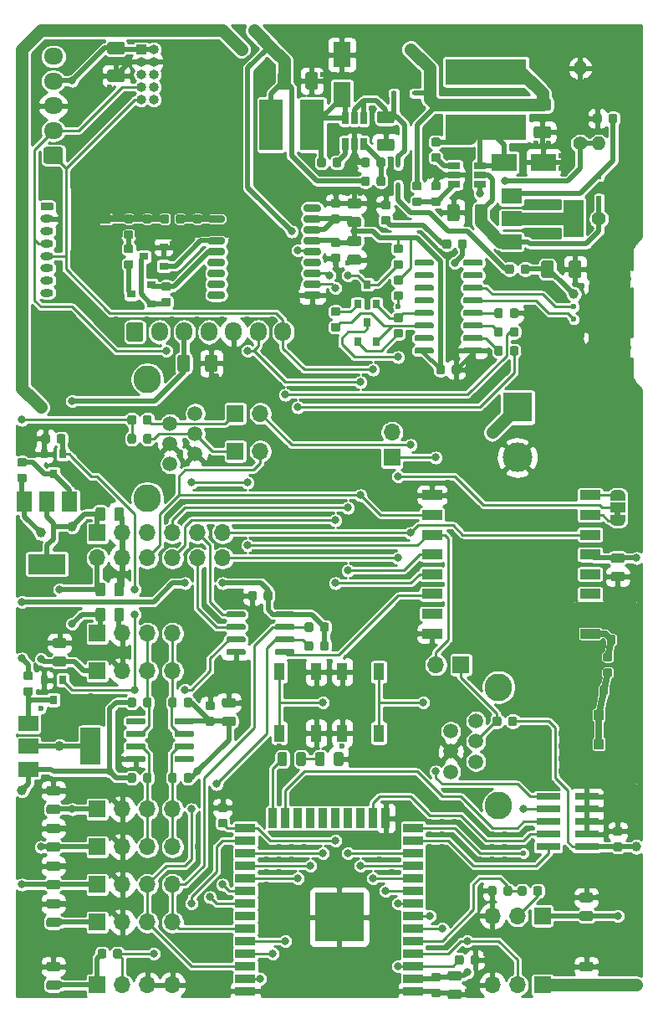
<source format=gbr>
G04 #@! TF.GenerationSoftware,KiCad,Pcbnew,(5.1.5)-3*
G04 #@! TF.CreationDate,2020-03-06T23:44:18+01:00*
G04 #@! TF.ProjectId,airMon,6169724d-6f6e-42e6-9b69-6361645f7063,0.3*
G04 #@! TF.SameCoordinates,Original*
G04 #@! TF.FileFunction,Copper,L1,Top*
G04 #@! TF.FilePolarity,Positive*
%FSLAX46Y46*%
G04 Gerber Fmt 4.6, Leading zero omitted, Abs format (unit mm)*
G04 Created by KiCad (PCBNEW (5.1.5)-3) date 2020-03-06 23:44:18*
%MOMM*%
%LPD*%
G04 APERTURE LIST*
%ADD10C,0.100000*%
%ADD11C,1.500000*%
%ADD12C,2.800000*%
%ADD13O,1.700000X1.950000*%
%ADD14R,1.050000X2.200000*%
%ADD15R,1.000000X1.000000*%
%ADD16O,1.700000X1.700000*%
%ADD17R,1.700000X1.700000*%
%ADD18C,3.000000*%
%ADD19R,3.000000X3.000000*%
%ADD20R,8.200000X2.600000*%
%ADD21R,2.500000X1.800000*%
%ADD22R,0.450000X0.600000*%
%ADD23R,0.600000X0.450000*%
%ADD24R,1.800000X2.500000*%
%ADD25R,2.400000X0.740000*%
%ADD26O,1.000000X1.000000*%
%ADD27O,1.300000X0.800000*%
%ADD28R,2.200000X1.050000*%
%ADD29R,2.350000X5.100000*%
%ADD30R,0.900000X0.800000*%
%ADD31R,0.800000X0.900000*%
%ADD32R,2.000000X0.900000*%
%ADD33R,0.900000X2.000000*%
%ADD34R,5.000000X5.000000*%
%ADD35R,1.220000X0.650000*%
%ADD36R,0.650000X1.220000*%
%ADD37O,1.400000X1.400000*%
%ADD38C,1.400000*%
%ADD39O,1.950000X1.700000*%
%ADD40O,1.900000X1.200000*%
%ADD41C,1.450000*%
%ADD42R,1.500000X2.000000*%
%ADD43R,3.800000X2.000000*%
%ADD44R,2.000000X1.500000*%
%ADD45R,2.000000X3.800000*%
%ADD46R,0.500000X0.500000*%
%ADD47R,1.100000X1.800000*%
%ADD48R,2.000000X1.000000*%
%ADD49R,1.500000X1.000000*%
%ADD50C,0.600000*%
%ADD51C,0.800000*%
%ADD52C,1.200000*%
%ADD53C,1.000000*%
%ADD54C,0.508000*%
%ADD55C,0.256000*%
%ADD56C,0.381000*%
%ADD57C,0.254000*%
%ADD58C,1.270000*%
%ADD59C,0.635000*%
G04 APERTURE END LIST*
D10*
G36*
X80345000Y-69480000D02*
G01*
X80345000Y-68980000D01*
X80945000Y-68980000D01*
X80945000Y-69480000D01*
X80345000Y-69480000D01*
G37*
D11*
X66280000Y-90160000D03*
X63740000Y-91180000D03*
X66280000Y-92200000D03*
X63740000Y-93220000D03*
X66280000Y-94240000D03*
D12*
X68580000Y-86710000D03*
X68580000Y-98710000D03*
D11*
X63740000Y-95260000D03*
G04 #@! TA.AperFunction,SMDPad,CuDef*
D10*
G36*
X39899504Y-53101204D02*
G01*
X39923773Y-53104804D01*
X39947571Y-53110765D01*
X39970671Y-53119030D01*
X39992849Y-53129520D01*
X40013893Y-53142133D01*
X40033598Y-53156747D01*
X40051777Y-53173223D01*
X40068253Y-53191402D01*
X40082867Y-53211107D01*
X40095480Y-53232151D01*
X40105970Y-53254329D01*
X40114235Y-53277429D01*
X40120196Y-53301227D01*
X40123796Y-53325496D01*
X40125000Y-53350000D01*
X40125000Y-54600000D01*
X40123796Y-54624504D01*
X40120196Y-54648773D01*
X40114235Y-54672571D01*
X40105970Y-54695671D01*
X40095480Y-54717849D01*
X40082867Y-54738893D01*
X40068253Y-54758598D01*
X40051777Y-54776777D01*
X40033598Y-54793253D01*
X40013893Y-54807867D01*
X39992849Y-54820480D01*
X39970671Y-54830970D01*
X39947571Y-54839235D01*
X39923773Y-54845196D01*
X39899504Y-54848796D01*
X39875000Y-54850000D01*
X39125000Y-54850000D01*
X39100496Y-54848796D01*
X39076227Y-54845196D01*
X39052429Y-54839235D01*
X39029329Y-54830970D01*
X39007151Y-54820480D01*
X38986107Y-54807867D01*
X38966402Y-54793253D01*
X38948223Y-54776777D01*
X38931747Y-54758598D01*
X38917133Y-54738893D01*
X38904520Y-54717849D01*
X38894030Y-54695671D01*
X38885765Y-54672571D01*
X38879804Y-54648773D01*
X38876204Y-54624504D01*
X38875000Y-54600000D01*
X38875000Y-53350000D01*
X38876204Y-53325496D01*
X38879804Y-53301227D01*
X38885765Y-53277429D01*
X38894030Y-53254329D01*
X38904520Y-53232151D01*
X38917133Y-53211107D01*
X38931747Y-53191402D01*
X38948223Y-53173223D01*
X38966402Y-53156747D01*
X38986107Y-53142133D01*
X39007151Y-53129520D01*
X39029329Y-53119030D01*
X39052429Y-53110765D01*
X39076227Y-53104804D01*
X39100496Y-53101204D01*
X39125000Y-53100000D01*
X39875000Y-53100000D01*
X39899504Y-53101204D01*
G37*
G04 #@! TD.AperFunction*
G04 #@! TA.AperFunction,SMDPad,CuDef*
G36*
X37099504Y-53101204D02*
G01*
X37123773Y-53104804D01*
X37147571Y-53110765D01*
X37170671Y-53119030D01*
X37192849Y-53129520D01*
X37213893Y-53142133D01*
X37233598Y-53156747D01*
X37251777Y-53173223D01*
X37268253Y-53191402D01*
X37282867Y-53211107D01*
X37295480Y-53232151D01*
X37305970Y-53254329D01*
X37314235Y-53277429D01*
X37320196Y-53301227D01*
X37323796Y-53325496D01*
X37325000Y-53350000D01*
X37325000Y-54600000D01*
X37323796Y-54624504D01*
X37320196Y-54648773D01*
X37314235Y-54672571D01*
X37305970Y-54695671D01*
X37295480Y-54717849D01*
X37282867Y-54738893D01*
X37268253Y-54758598D01*
X37251777Y-54776777D01*
X37233598Y-54793253D01*
X37213893Y-54807867D01*
X37192849Y-54820480D01*
X37170671Y-54830970D01*
X37147571Y-54839235D01*
X37123773Y-54845196D01*
X37099504Y-54848796D01*
X37075000Y-54850000D01*
X36325000Y-54850000D01*
X36300496Y-54848796D01*
X36276227Y-54845196D01*
X36252429Y-54839235D01*
X36229329Y-54830970D01*
X36207151Y-54820480D01*
X36186107Y-54807867D01*
X36166402Y-54793253D01*
X36148223Y-54776777D01*
X36131747Y-54758598D01*
X36117133Y-54738893D01*
X36104520Y-54717849D01*
X36094030Y-54695671D01*
X36085765Y-54672571D01*
X36079804Y-54648773D01*
X36076204Y-54624504D01*
X36075000Y-54600000D01*
X36075000Y-53350000D01*
X36076204Y-53325496D01*
X36079804Y-53301227D01*
X36085765Y-53277429D01*
X36094030Y-53254329D01*
X36104520Y-53232151D01*
X36117133Y-53211107D01*
X36131747Y-53191402D01*
X36148223Y-53173223D01*
X36166402Y-53156747D01*
X36186107Y-53142133D01*
X36207151Y-53129520D01*
X36229329Y-53119030D01*
X36252429Y-53110765D01*
X36276227Y-53104804D01*
X36300496Y-53101204D01*
X36325000Y-53100000D01*
X37075000Y-53100000D01*
X37099504Y-53101204D01*
G37*
G04 #@! TD.AperFunction*
G04 #@! TA.AperFunction,ComponentPad*
G36*
X32374504Y-49826204D02*
G01*
X32398773Y-49829804D01*
X32422571Y-49835765D01*
X32445671Y-49844030D01*
X32467849Y-49854520D01*
X32488893Y-49867133D01*
X32508598Y-49881747D01*
X32526777Y-49898223D01*
X32543253Y-49916402D01*
X32557867Y-49936107D01*
X32570480Y-49957151D01*
X32580970Y-49979329D01*
X32589235Y-50002429D01*
X32595196Y-50026227D01*
X32598796Y-50050496D01*
X32600000Y-50075000D01*
X32600000Y-51525000D01*
X32598796Y-51549504D01*
X32595196Y-51573773D01*
X32589235Y-51597571D01*
X32580970Y-51620671D01*
X32570480Y-51642849D01*
X32557867Y-51663893D01*
X32543253Y-51683598D01*
X32526777Y-51701777D01*
X32508598Y-51718253D01*
X32488893Y-51732867D01*
X32467849Y-51745480D01*
X32445671Y-51755970D01*
X32422571Y-51764235D01*
X32398773Y-51770196D01*
X32374504Y-51773796D01*
X32350000Y-51775000D01*
X31150000Y-51775000D01*
X31125496Y-51773796D01*
X31101227Y-51770196D01*
X31077429Y-51764235D01*
X31054329Y-51755970D01*
X31032151Y-51745480D01*
X31011107Y-51732867D01*
X30991402Y-51718253D01*
X30973223Y-51701777D01*
X30956747Y-51683598D01*
X30942133Y-51663893D01*
X30929520Y-51642849D01*
X30919030Y-51620671D01*
X30910765Y-51597571D01*
X30904804Y-51573773D01*
X30901204Y-51549504D01*
X30900000Y-51525000D01*
X30900000Y-50075000D01*
X30901204Y-50050496D01*
X30904804Y-50026227D01*
X30910765Y-50002429D01*
X30919030Y-49979329D01*
X30929520Y-49957151D01*
X30942133Y-49936107D01*
X30956747Y-49916402D01*
X30973223Y-49898223D01*
X30991402Y-49881747D01*
X31011107Y-49867133D01*
X31032151Y-49854520D01*
X31054329Y-49844030D01*
X31077429Y-49835765D01*
X31101227Y-49829804D01*
X31125496Y-49826204D01*
X31150000Y-49825000D01*
X32350000Y-49825000D01*
X32374504Y-49826204D01*
G37*
G04 #@! TD.AperFunction*
D13*
X34250000Y-50800000D03*
X36750000Y-50800000D03*
X39250000Y-50800000D03*
X41750000Y-50800000D03*
X44250000Y-50800000D03*
X46750000Y-50800000D03*
D14*
X80215000Y-93980000D03*
X77265000Y-93980000D03*
D15*
X78740000Y-95480000D03*
X78740000Y-92480000D03*
D16*
X62230000Y-84455000D03*
D17*
X64770000Y-84455000D03*
D18*
X70485000Y-63500000D03*
D19*
X70485000Y-58420000D03*
D11*
X37860000Y-59045000D03*
D12*
X33020000Y-55595000D03*
X33020000Y-67595000D03*
D11*
X35320000Y-60065000D03*
X37860000Y-61085000D03*
X35320000Y-62105000D03*
X37860000Y-63125000D03*
X35320000Y-64145000D03*
D20*
X67310000Y-30105000D03*
X67310000Y-24505000D03*
G04 #@! TA.AperFunction,SMDPad,CuDef*
D10*
G36*
X66432691Y-113826053D02*
G01*
X66453926Y-113829203D01*
X66474750Y-113834419D01*
X66494962Y-113841651D01*
X66514368Y-113850830D01*
X66532781Y-113861866D01*
X66550024Y-113874654D01*
X66565930Y-113889070D01*
X66580346Y-113904976D01*
X66593134Y-113922219D01*
X66604170Y-113940632D01*
X66613349Y-113960038D01*
X66620581Y-113980250D01*
X66625797Y-114001074D01*
X66628947Y-114022309D01*
X66630000Y-114043750D01*
X66630000Y-114556250D01*
X66628947Y-114577691D01*
X66625797Y-114598926D01*
X66620581Y-114619750D01*
X66613349Y-114639962D01*
X66604170Y-114659368D01*
X66593134Y-114677781D01*
X66580346Y-114695024D01*
X66565930Y-114710930D01*
X66550024Y-114725346D01*
X66532781Y-114738134D01*
X66514368Y-114749170D01*
X66494962Y-114758349D01*
X66474750Y-114765581D01*
X66453926Y-114770797D01*
X66432691Y-114773947D01*
X66411250Y-114775000D01*
X65973750Y-114775000D01*
X65952309Y-114773947D01*
X65931074Y-114770797D01*
X65910250Y-114765581D01*
X65890038Y-114758349D01*
X65870632Y-114749170D01*
X65852219Y-114738134D01*
X65834976Y-114725346D01*
X65819070Y-114710930D01*
X65804654Y-114695024D01*
X65791866Y-114677781D01*
X65780830Y-114659368D01*
X65771651Y-114639962D01*
X65764419Y-114619750D01*
X65759203Y-114598926D01*
X65756053Y-114577691D01*
X65755000Y-114556250D01*
X65755000Y-114043750D01*
X65756053Y-114022309D01*
X65759203Y-114001074D01*
X65764419Y-113980250D01*
X65771651Y-113960038D01*
X65780830Y-113940632D01*
X65791866Y-113922219D01*
X65804654Y-113904976D01*
X65819070Y-113889070D01*
X65834976Y-113874654D01*
X65852219Y-113861866D01*
X65870632Y-113850830D01*
X65890038Y-113841651D01*
X65910250Y-113834419D01*
X65931074Y-113829203D01*
X65952309Y-113826053D01*
X65973750Y-113825000D01*
X66411250Y-113825000D01*
X66432691Y-113826053D01*
G37*
G04 #@! TD.AperFunction*
G04 #@! TA.AperFunction,SMDPad,CuDef*
G36*
X64857691Y-113826053D02*
G01*
X64878926Y-113829203D01*
X64899750Y-113834419D01*
X64919962Y-113841651D01*
X64939368Y-113850830D01*
X64957781Y-113861866D01*
X64975024Y-113874654D01*
X64990930Y-113889070D01*
X65005346Y-113904976D01*
X65018134Y-113922219D01*
X65029170Y-113940632D01*
X65038349Y-113960038D01*
X65045581Y-113980250D01*
X65050797Y-114001074D01*
X65053947Y-114022309D01*
X65055000Y-114043750D01*
X65055000Y-114556250D01*
X65053947Y-114577691D01*
X65050797Y-114598926D01*
X65045581Y-114619750D01*
X65038349Y-114639962D01*
X65029170Y-114659368D01*
X65018134Y-114677781D01*
X65005346Y-114695024D01*
X64990930Y-114710930D01*
X64975024Y-114725346D01*
X64957781Y-114738134D01*
X64939368Y-114749170D01*
X64919962Y-114758349D01*
X64899750Y-114765581D01*
X64878926Y-114770797D01*
X64857691Y-114773947D01*
X64836250Y-114775000D01*
X64398750Y-114775000D01*
X64377309Y-114773947D01*
X64356074Y-114770797D01*
X64335250Y-114765581D01*
X64315038Y-114758349D01*
X64295632Y-114749170D01*
X64277219Y-114738134D01*
X64259976Y-114725346D01*
X64244070Y-114710930D01*
X64229654Y-114695024D01*
X64216866Y-114677781D01*
X64205830Y-114659368D01*
X64196651Y-114639962D01*
X64189419Y-114619750D01*
X64184203Y-114598926D01*
X64181053Y-114577691D01*
X64180000Y-114556250D01*
X64180000Y-114043750D01*
X64181053Y-114022309D01*
X64184203Y-114001074D01*
X64189419Y-113980250D01*
X64196651Y-113960038D01*
X64205830Y-113940632D01*
X64216866Y-113922219D01*
X64229654Y-113904976D01*
X64244070Y-113889070D01*
X64259976Y-113874654D01*
X64277219Y-113861866D01*
X64295632Y-113850830D01*
X64315038Y-113841651D01*
X64335250Y-113834419D01*
X64356074Y-113829203D01*
X64377309Y-113826053D01*
X64398750Y-113825000D01*
X64836250Y-113825000D01*
X64857691Y-113826053D01*
G37*
G04 #@! TD.AperFunction*
G04 #@! TA.AperFunction,SMDPad,CuDef*
G36*
X62507691Y-117191053D02*
G01*
X62528926Y-117194203D01*
X62549750Y-117199419D01*
X62569962Y-117206651D01*
X62589368Y-117215830D01*
X62607781Y-117226866D01*
X62625024Y-117239654D01*
X62640930Y-117254070D01*
X62655346Y-117269976D01*
X62668134Y-117287219D01*
X62679170Y-117305632D01*
X62688349Y-117325038D01*
X62695581Y-117345250D01*
X62700797Y-117366074D01*
X62703947Y-117387309D01*
X62705000Y-117408750D01*
X62705000Y-117846250D01*
X62703947Y-117867691D01*
X62700797Y-117888926D01*
X62695581Y-117909750D01*
X62688349Y-117929962D01*
X62679170Y-117949368D01*
X62668134Y-117967781D01*
X62655346Y-117985024D01*
X62640930Y-118000930D01*
X62625024Y-118015346D01*
X62607781Y-118028134D01*
X62589368Y-118039170D01*
X62569962Y-118048349D01*
X62549750Y-118055581D01*
X62528926Y-118060797D01*
X62507691Y-118063947D01*
X62486250Y-118065000D01*
X61973750Y-118065000D01*
X61952309Y-118063947D01*
X61931074Y-118060797D01*
X61910250Y-118055581D01*
X61890038Y-118048349D01*
X61870632Y-118039170D01*
X61852219Y-118028134D01*
X61834976Y-118015346D01*
X61819070Y-118000930D01*
X61804654Y-117985024D01*
X61791866Y-117967781D01*
X61780830Y-117949368D01*
X61771651Y-117929962D01*
X61764419Y-117909750D01*
X61759203Y-117888926D01*
X61756053Y-117867691D01*
X61755000Y-117846250D01*
X61755000Y-117408750D01*
X61756053Y-117387309D01*
X61759203Y-117366074D01*
X61764419Y-117345250D01*
X61771651Y-117325038D01*
X61780830Y-117305632D01*
X61791866Y-117287219D01*
X61804654Y-117269976D01*
X61819070Y-117254070D01*
X61834976Y-117239654D01*
X61852219Y-117226866D01*
X61870632Y-117215830D01*
X61890038Y-117206651D01*
X61910250Y-117199419D01*
X61931074Y-117194203D01*
X61952309Y-117191053D01*
X61973750Y-117190000D01*
X62486250Y-117190000D01*
X62507691Y-117191053D01*
G37*
G04 #@! TD.AperFunction*
G04 #@! TA.AperFunction,SMDPad,CuDef*
G36*
X62507691Y-115616053D02*
G01*
X62528926Y-115619203D01*
X62549750Y-115624419D01*
X62569962Y-115631651D01*
X62589368Y-115640830D01*
X62607781Y-115651866D01*
X62625024Y-115664654D01*
X62640930Y-115679070D01*
X62655346Y-115694976D01*
X62668134Y-115712219D01*
X62679170Y-115730632D01*
X62688349Y-115750038D01*
X62695581Y-115770250D01*
X62700797Y-115791074D01*
X62703947Y-115812309D01*
X62705000Y-115833750D01*
X62705000Y-116271250D01*
X62703947Y-116292691D01*
X62700797Y-116313926D01*
X62695581Y-116334750D01*
X62688349Y-116354962D01*
X62679170Y-116374368D01*
X62668134Y-116392781D01*
X62655346Y-116410024D01*
X62640930Y-116425930D01*
X62625024Y-116440346D01*
X62607781Y-116453134D01*
X62589368Y-116464170D01*
X62569962Y-116473349D01*
X62549750Y-116480581D01*
X62528926Y-116485797D01*
X62507691Y-116488947D01*
X62486250Y-116490000D01*
X61973750Y-116490000D01*
X61952309Y-116488947D01*
X61931074Y-116485797D01*
X61910250Y-116480581D01*
X61890038Y-116473349D01*
X61870632Y-116464170D01*
X61852219Y-116453134D01*
X61834976Y-116440346D01*
X61819070Y-116425930D01*
X61804654Y-116410024D01*
X61791866Y-116392781D01*
X61780830Y-116374368D01*
X61771651Y-116354962D01*
X61764419Y-116334750D01*
X61759203Y-116313926D01*
X61756053Y-116292691D01*
X61755000Y-116271250D01*
X61755000Y-115833750D01*
X61756053Y-115812309D01*
X61759203Y-115791074D01*
X61764419Y-115770250D01*
X61771651Y-115750038D01*
X61780830Y-115730632D01*
X61791866Y-115712219D01*
X61804654Y-115694976D01*
X61819070Y-115679070D01*
X61834976Y-115664654D01*
X61852219Y-115651866D01*
X61870632Y-115640830D01*
X61890038Y-115631651D01*
X61910250Y-115624419D01*
X61931074Y-115619203D01*
X61952309Y-115616053D01*
X61973750Y-115615000D01*
X62486250Y-115615000D01*
X62507691Y-115616053D01*
G37*
G04 #@! TD.AperFunction*
G04 #@! TA.AperFunction,SMDPad,CuDef*
G36*
X64615142Y-117291174D02*
G01*
X64638803Y-117294684D01*
X64662007Y-117300496D01*
X64684529Y-117308554D01*
X64706153Y-117318782D01*
X64726670Y-117331079D01*
X64745883Y-117345329D01*
X64763607Y-117361393D01*
X64779671Y-117379117D01*
X64793921Y-117398330D01*
X64806218Y-117418847D01*
X64816446Y-117440471D01*
X64824504Y-117462993D01*
X64830316Y-117486197D01*
X64833826Y-117509858D01*
X64835000Y-117533750D01*
X64835000Y-118021250D01*
X64833826Y-118045142D01*
X64830316Y-118068803D01*
X64824504Y-118092007D01*
X64816446Y-118114529D01*
X64806218Y-118136153D01*
X64793921Y-118156670D01*
X64779671Y-118175883D01*
X64763607Y-118193607D01*
X64745883Y-118209671D01*
X64726670Y-118223921D01*
X64706153Y-118236218D01*
X64684529Y-118246446D01*
X64662007Y-118254504D01*
X64638803Y-118260316D01*
X64615142Y-118263826D01*
X64591250Y-118265000D01*
X63678750Y-118265000D01*
X63654858Y-118263826D01*
X63631197Y-118260316D01*
X63607993Y-118254504D01*
X63585471Y-118246446D01*
X63563847Y-118236218D01*
X63543330Y-118223921D01*
X63524117Y-118209671D01*
X63506393Y-118193607D01*
X63490329Y-118175883D01*
X63476079Y-118156670D01*
X63463782Y-118136153D01*
X63453554Y-118114529D01*
X63445496Y-118092007D01*
X63439684Y-118068803D01*
X63436174Y-118045142D01*
X63435000Y-118021250D01*
X63435000Y-117533750D01*
X63436174Y-117509858D01*
X63439684Y-117486197D01*
X63445496Y-117462993D01*
X63453554Y-117440471D01*
X63463782Y-117418847D01*
X63476079Y-117398330D01*
X63490329Y-117379117D01*
X63506393Y-117361393D01*
X63524117Y-117345329D01*
X63543330Y-117331079D01*
X63563847Y-117318782D01*
X63585471Y-117308554D01*
X63607993Y-117300496D01*
X63631197Y-117294684D01*
X63654858Y-117291174D01*
X63678750Y-117290000D01*
X64591250Y-117290000D01*
X64615142Y-117291174D01*
G37*
G04 #@! TD.AperFunction*
G04 #@! TA.AperFunction,SMDPad,CuDef*
G36*
X64615142Y-115416174D02*
G01*
X64638803Y-115419684D01*
X64662007Y-115425496D01*
X64684529Y-115433554D01*
X64706153Y-115443782D01*
X64726670Y-115456079D01*
X64745883Y-115470329D01*
X64763607Y-115486393D01*
X64779671Y-115504117D01*
X64793921Y-115523330D01*
X64806218Y-115543847D01*
X64816446Y-115565471D01*
X64824504Y-115587993D01*
X64830316Y-115611197D01*
X64833826Y-115634858D01*
X64835000Y-115658750D01*
X64835000Y-116146250D01*
X64833826Y-116170142D01*
X64830316Y-116193803D01*
X64824504Y-116217007D01*
X64816446Y-116239529D01*
X64806218Y-116261153D01*
X64793921Y-116281670D01*
X64779671Y-116300883D01*
X64763607Y-116318607D01*
X64745883Y-116334671D01*
X64726670Y-116348921D01*
X64706153Y-116361218D01*
X64684529Y-116371446D01*
X64662007Y-116379504D01*
X64638803Y-116385316D01*
X64615142Y-116388826D01*
X64591250Y-116390000D01*
X63678750Y-116390000D01*
X63654858Y-116388826D01*
X63631197Y-116385316D01*
X63607993Y-116379504D01*
X63585471Y-116371446D01*
X63563847Y-116361218D01*
X63543330Y-116348921D01*
X63524117Y-116334671D01*
X63506393Y-116318607D01*
X63490329Y-116300883D01*
X63476079Y-116281670D01*
X63463782Y-116261153D01*
X63453554Y-116239529D01*
X63445496Y-116217007D01*
X63439684Y-116193803D01*
X63436174Y-116170142D01*
X63435000Y-116146250D01*
X63435000Y-115658750D01*
X63436174Y-115634858D01*
X63439684Y-115611197D01*
X63445496Y-115587993D01*
X63453554Y-115565471D01*
X63463782Y-115543847D01*
X63476079Y-115523330D01*
X63490329Y-115504117D01*
X63506393Y-115486393D01*
X63524117Y-115470329D01*
X63543330Y-115456079D01*
X63563847Y-115443782D01*
X63585471Y-115433554D01*
X63607993Y-115425496D01*
X63631197Y-115419684D01*
X63654858Y-115416174D01*
X63678750Y-115415000D01*
X64591250Y-115415000D01*
X64615142Y-115416174D01*
G37*
G04 #@! TD.AperFunction*
G04 #@! TA.AperFunction,SMDPad,CuDef*
G36*
X80922691Y-100858553D02*
G01*
X80943926Y-100861703D01*
X80964750Y-100866919D01*
X80984962Y-100874151D01*
X81004368Y-100883330D01*
X81022781Y-100894366D01*
X81040024Y-100907154D01*
X81055930Y-100921570D01*
X81070346Y-100937476D01*
X81083134Y-100954719D01*
X81094170Y-100973132D01*
X81103349Y-100992538D01*
X81110581Y-101012750D01*
X81115797Y-101033574D01*
X81118947Y-101054809D01*
X81120000Y-101076250D01*
X81120000Y-101513750D01*
X81118947Y-101535191D01*
X81115797Y-101556426D01*
X81110581Y-101577250D01*
X81103349Y-101597462D01*
X81094170Y-101616868D01*
X81083134Y-101635281D01*
X81070346Y-101652524D01*
X81055930Y-101668430D01*
X81040024Y-101682846D01*
X81022781Y-101695634D01*
X81004368Y-101706670D01*
X80984962Y-101715849D01*
X80964750Y-101723081D01*
X80943926Y-101728297D01*
X80922691Y-101731447D01*
X80901250Y-101732500D01*
X80388750Y-101732500D01*
X80367309Y-101731447D01*
X80346074Y-101728297D01*
X80325250Y-101723081D01*
X80305038Y-101715849D01*
X80285632Y-101706670D01*
X80267219Y-101695634D01*
X80249976Y-101682846D01*
X80234070Y-101668430D01*
X80219654Y-101652524D01*
X80206866Y-101635281D01*
X80195830Y-101616868D01*
X80186651Y-101597462D01*
X80179419Y-101577250D01*
X80174203Y-101556426D01*
X80171053Y-101535191D01*
X80170000Y-101513750D01*
X80170000Y-101076250D01*
X80171053Y-101054809D01*
X80174203Y-101033574D01*
X80179419Y-101012750D01*
X80186651Y-100992538D01*
X80195830Y-100973132D01*
X80206866Y-100954719D01*
X80219654Y-100937476D01*
X80234070Y-100921570D01*
X80249976Y-100907154D01*
X80267219Y-100894366D01*
X80285632Y-100883330D01*
X80305038Y-100874151D01*
X80325250Y-100866919D01*
X80346074Y-100861703D01*
X80367309Y-100858553D01*
X80388750Y-100857500D01*
X80901250Y-100857500D01*
X80922691Y-100858553D01*
G37*
G04 #@! TD.AperFunction*
G04 #@! TA.AperFunction,SMDPad,CuDef*
G36*
X80922691Y-102433553D02*
G01*
X80943926Y-102436703D01*
X80964750Y-102441919D01*
X80984962Y-102449151D01*
X81004368Y-102458330D01*
X81022781Y-102469366D01*
X81040024Y-102482154D01*
X81055930Y-102496570D01*
X81070346Y-102512476D01*
X81083134Y-102529719D01*
X81094170Y-102548132D01*
X81103349Y-102567538D01*
X81110581Y-102587750D01*
X81115797Y-102608574D01*
X81118947Y-102629809D01*
X81120000Y-102651250D01*
X81120000Y-103088750D01*
X81118947Y-103110191D01*
X81115797Y-103131426D01*
X81110581Y-103152250D01*
X81103349Y-103172462D01*
X81094170Y-103191868D01*
X81083134Y-103210281D01*
X81070346Y-103227524D01*
X81055930Y-103243430D01*
X81040024Y-103257846D01*
X81022781Y-103270634D01*
X81004368Y-103281670D01*
X80984962Y-103290849D01*
X80964750Y-103298081D01*
X80943926Y-103303297D01*
X80922691Y-103306447D01*
X80901250Y-103307500D01*
X80388750Y-103307500D01*
X80367309Y-103306447D01*
X80346074Y-103303297D01*
X80325250Y-103298081D01*
X80305038Y-103290849D01*
X80285632Y-103281670D01*
X80267219Y-103270634D01*
X80249976Y-103257846D01*
X80234070Y-103243430D01*
X80219654Y-103227524D01*
X80206866Y-103210281D01*
X80195830Y-103191868D01*
X80186651Y-103172462D01*
X80179419Y-103152250D01*
X80174203Y-103131426D01*
X80171053Y-103110191D01*
X80170000Y-103088750D01*
X80170000Y-102651250D01*
X80171053Y-102629809D01*
X80174203Y-102608574D01*
X80179419Y-102587750D01*
X80186651Y-102567538D01*
X80195830Y-102548132D01*
X80206866Y-102529719D01*
X80219654Y-102512476D01*
X80234070Y-102496570D01*
X80249976Y-102482154D01*
X80267219Y-102469366D01*
X80285632Y-102458330D01*
X80305038Y-102449151D01*
X80325250Y-102441919D01*
X80346074Y-102436703D01*
X80367309Y-102433553D01*
X80388750Y-102432500D01*
X80901250Y-102432500D01*
X80922691Y-102433553D01*
G37*
G04 #@! TD.AperFunction*
G04 #@! TA.AperFunction,SMDPad,CuDef*
G36*
X40917691Y-98471053D02*
G01*
X40938926Y-98474203D01*
X40959750Y-98479419D01*
X40979962Y-98486651D01*
X40999368Y-98495830D01*
X41017781Y-98506866D01*
X41035024Y-98519654D01*
X41050930Y-98534070D01*
X41065346Y-98549976D01*
X41078134Y-98567219D01*
X41089170Y-98585632D01*
X41098349Y-98605038D01*
X41105581Y-98625250D01*
X41110797Y-98646074D01*
X41113947Y-98667309D01*
X41115000Y-98688750D01*
X41115000Y-99126250D01*
X41113947Y-99147691D01*
X41110797Y-99168926D01*
X41105581Y-99189750D01*
X41098349Y-99209962D01*
X41089170Y-99229368D01*
X41078134Y-99247781D01*
X41065346Y-99265024D01*
X41050930Y-99280930D01*
X41035024Y-99295346D01*
X41017781Y-99308134D01*
X40999368Y-99319170D01*
X40979962Y-99328349D01*
X40959750Y-99335581D01*
X40938926Y-99340797D01*
X40917691Y-99343947D01*
X40896250Y-99345000D01*
X40383750Y-99345000D01*
X40362309Y-99343947D01*
X40341074Y-99340797D01*
X40320250Y-99335581D01*
X40300038Y-99328349D01*
X40280632Y-99319170D01*
X40262219Y-99308134D01*
X40244976Y-99295346D01*
X40229070Y-99280930D01*
X40214654Y-99265024D01*
X40201866Y-99247781D01*
X40190830Y-99229368D01*
X40181651Y-99209962D01*
X40174419Y-99189750D01*
X40169203Y-99168926D01*
X40166053Y-99147691D01*
X40165000Y-99126250D01*
X40165000Y-98688750D01*
X40166053Y-98667309D01*
X40169203Y-98646074D01*
X40174419Y-98625250D01*
X40181651Y-98605038D01*
X40190830Y-98585632D01*
X40201866Y-98567219D01*
X40214654Y-98549976D01*
X40229070Y-98534070D01*
X40244976Y-98519654D01*
X40262219Y-98506866D01*
X40280632Y-98495830D01*
X40300038Y-98486651D01*
X40320250Y-98479419D01*
X40341074Y-98474203D01*
X40362309Y-98471053D01*
X40383750Y-98470000D01*
X40896250Y-98470000D01*
X40917691Y-98471053D01*
G37*
G04 #@! TD.AperFunction*
G04 #@! TA.AperFunction,SMDPad,CuDef*
G36*
X40917691Y-100046053D02*
G01*
X40938926Y-100049203D01*
X40959750Y-100054419D01*
X40979962Y-100061651D01*
X40999368Y-100070830D01*
X41017781Y-100081866D01*
X41035024Y-100094654D01*
X41050930Y-100109070D01*
X41065346Y-100124976D01*
X41078134Y-100142219D01*
X41089170Y-100160632D01*
X41098349Y-100180038D01*
X41105581Y-100200250D01*
X41110797Y-100221074D01*
X41113947Y-100242309D01*
X41115000Y-100263750D01*
X41115000Y-100701250D01*
X41113947Y-100722691D01*
X41110797Y-100743926D01*
X41105581Y-100764750D01*
X41098349Y-100784962D01*
X41089170Y-100804368D01*
X41078134Y-100822781D01*
X41065346Y-100840024D01*
X41050930Y-100855930D01*
X41035024Y-100870346D01*
X41017781Y-100883134D01*
X40999368Y-100894170D01*
X40979962Y-100903349D01*
X40959750Y-100910581D01*
X40938926Y-100915797D01*
X40917691Y-100918947D01*
X40896250Y-100920000D01*
X40383750Y-100920000D01*
X40362309Y-100918947D01*
X40341074Y-100915797D01*
X40320250Y-100910581D01*
X40300038Y-100903349D01*
X40280632Y-100894170D01*
X40262219Y-100883134D01*
X40244976Y-100870346D01*
X40229070Y-100855930D01*
X40214654Y-100840024D01*
X40201866Y-100822781D01*
X40190830Y-100804368D01*
X40181651Y-100784962D01*
X40174419Y-100764750D01*
X40169203Y-100743926D01*
X40166053Y-100722691D01*
X40165000Y-100701250D01*
X40165000Y-100263750D01*
X40166053Y-100242309D01*
X40169203Y-100221074D01*
X40174419Y-100200250D01*
X40181651Y-100180038D01*
X40190830Y-100160632D01*
X40201866Y-100142219D01*
X40214654Y-100124976D01*
X40229070Y-100109070D01*
X40244976Y-100094654D01*
X40262219Y-100081866D01*
X40280632Y-100070830D01*
X40300038Y-100061651D01*
X40320250Y-100054419D01*
X40341074Y-100049203D01*
X40362309Y-100046053D01*
X40383750Y-100045000D01*
X40896250Y-100045000D01*
X40917691Y-100046053D01*
G37*
G04 #@! TD.AperFunction*
G04 #@! TA.AperFunction,SMDPad,CuDef*
G36*
X30494504Y-24271204D02*
G01*
X30518773Y-24274804D01*
X30542571Y-24280765D01*
X30565671Y-24289030D01*
X30587849Y-24299520D01*
X30608893Y-24312133D01*
X30628598Y-24326747D01*
X30646777Y-24343223D01*
X30663253Y-24361402D01*
X30677867Y-24381107D01*
X30690480Y-24402151D01*
X30700970Y-24424329D01*
X30709235Y-24447429D01*
X30715196Y-24471227D01*
X30718796Y-24495496D01*
X30720000Y-24520000D01*
X30720000Y-25270000D01*
X30718796Y-25294504D01*
X30715196Y-25318773D01*
X30709235Y-25342571D01*
X30700970Y-25365671D01*
X30690480Y-25387849D01*
X30677867Y-25408893D01*
X30663253Y-25428598D01*
X30646777Y-25446777D01*
X30628598Y-25463253D01*
X30608893Y-25477867D01*
X30587849Y-25490480D01*
X30565671Y-25500970D01*
X30542571Y-25509235D01*
X30518773Y-25515196D01*
X30494504Y-25518796D01*
X30470000Y-25520000D01*
X29220000Y-25520000D01*
X29195496Y-25518796D01*
X29171227Y-25515196D01*
X29147429Y-25509235D01*
X29124329Y-25500970D01*
X29102151Y-25490480D01*
X29081107Y-25477867D01*
X29061402Y-25463253D01*
X29043223Y-25446777D01*
X29026747Y-25428598D01*
X29012133Y-25408893D01*
X28999520Y-25387849D01*
X28989030Y-25365671D01*
X28980765Y-25342571D01*
X28974804Y-25318773D01*
X28971204Y-25294504D01*
X28970000Y-25270000D01*
X28970000Y-24520000D01*
X28971204Y-24495496D01*
X28974804Y-24471227D01*
X28980765Y-24447429D01*
X28989030Y-24424329D01*
X28999520Y-24402151D01*
X29012133Y-24381107D01*
X29026747Y-24361402D01*
X29043223Y-24343223D01*
X29061402Y-24326747D01*
X29081107Y-24312133D01*
X29102151Y-24299520D01*
X29124329Y-24289030D01*
X29147429Y-24280765D01*
X29171227Y-24274804D01*
X29195496Y-24271204D01*
X29220000Y-24270000D01*
X30470000Y-24270000D01*
X30494504Y-24271204D01*
G37*
G04 #@! TD.AperFunction*
G04 #@! TA.AperFunction,SMDPad,CuDef*
G36*
X30494504Y-21471204D02*
G01*
X30518773Y-21474804D01*
X30542571Y-21480765D01*
X30565671Y-21489030D01*
X30587849Y-21499520D01*
X30608893Y-21512133D01*
X30628598Y-21526747D01*
X30646777Y-21543223D01*
X30663253Y-21561402D01*
X30677867Y-21581107D01*
X30690480Y-21602151D01*
X30700970Y-21624329D01*
X30709235Y-21647429D01*
X30715196Y-21671227D01*
X30718796Y-21695496D01*
X30720000Y-21720000D01*
X30720000Y-22470000D01*
X30718796Y-22494504D01*
X30715196Y-22518773D01*
X30709235Y-22542571D01*
X30700970Y-22565671D01*
X30690480Y-22587849D01*
X30677867Y-22608893D01*
X30663253Y-22628598D01*
X30646777Y-22646777D01*
X30628598Y-22663253D01*
X30608893Y-22677867D01*
X30587849Y-22690480D01*
X30565671Y-22700970D01*
X30542571Y-22709235D01*
X30518773Y-22715196D01*
X30494504Y-22718796D01*
X30470000Y-22720000D01*
X29220000Y-22720000D01*
X29195496Y-22718796D01*
X29171227Y-22715196D01*
X29147429Y-22709235D01*
X29124329Y-22700970D01*
X29102151Y-22690480D01*
X29081107Y-22677867D01*
X29061402Y-22663253D01*
X29043223Y-22646777D01*
X29026747Y-22628598D01*
X29012133Y-22608893D01*
X28999520Y-22587849D01*
X28989030Y-22565671D01*
X28980765Y-22542571D01*
X28974804Y-22518773D01*
X28971204Y-22494504D01*
X28970000Y-22470000D01*
X28970000Y-21720000D01*
X28971204Y-21695496D01*
X28974804Y-21671227D01*
X28980765Y-21647429D01*
X28989030Y-21624329D01*
X28999520Y-21602151D01*
X29012133Y-21581107D01*
X29026747Y-21561402D01*
X29043223Y-21543223D01*
X29061402Y-21526747D01*
X29081107Y-21512133D01*
X29102151Y-21499520D01*
X29124329Y-21489030D01*
X29147429Y-21480765D01*
X29171227Y-21474804D01*
X29195496Y-21471204D01*
X29220000Y-21470000D01*
X30470000Y-21470000D01*
X30494504Y-21471204D01*
G37*
G04 #@! TD.AperFunction*
G04 #@! TA.AperFunction,SMDPad,CuDef*
G36*
X23975142Y-114478674D02*
G01*
X23998803Y-114482184D01*
X24022007Y-114487996D01*
X24044529Y-114496054D01*
X24066153Y-114506282D01*
X24086670Y-114518579D01*
X24105883Y-114532829D01*
X24123607Y-114548893D01*
X24139671Y-114566617D01*
X24153921Y-114585830D01*
X24166218Y-114606347D01*
X24176446Y-114627971D01*
X24184504Y-114650493D01*
X24190316Y-114673697D01*
X24193826Y-114697358D01*
X24195000Y-114721250D01*
X24195000Y-115208750D01*
X24193826Y-115232642D01*
X24190316Y-115256303D01*
X24184504Y-115279507D01*
X24176446Y-115302029D01*
X24166218Y-115323653D01*
X24153921Y-115344170D01*
X24139671Y-115363383D01*
X24123607Y-115381107D01*
X24105883Y-115397171D01*
X24086670Y-115411421D01*
X24066153Y-115423718D01*
X24044529Y-115433946D01*
X24022007Y-115442004D01*
X23998803Y-115447816D01*
X23975142Y-115451326D01*
X23951250Y-115452500D01*
X23038750Y-115452500D01*
X23014858Y-115451326D01*
X22991197Y-115447816D01*
X22967993Y-115442004D01*
X22945471Y-115433946D01*
X22923847Y-115423718D01*
X22903330Y-115411421D01*
X22884117Y-115397171D01*
X22866393Y-115381107D01*
X22850329Y-115363383D01*
X22836079Y-115344170D01*
X22823782Y-115323653D01*
X22813554Y-115302029D01*
X22805496Y-115279507D01*
X22799684Y-115256303D01*
X22796174Y-115232642D01*
X22795000Y-115208750D01*
X22795000Y-114721250D01*
X22796174Y-114697358D01*
X22799684Y-114673697D01*
X22805496Y-114650493D01*
X22813554Y-114627971D01*
X22823782Y-114606347D01*
X22836079Y-114585830D01*
X22850329Y-114566617D01*
X22866393Y-114548893D01*
X22884117Y-114532829D01*
X22903330Y-114518579D01*
X22923847Y-114506282D01*
X22945471Y-114496054D01*
X22967993Y-114487996D01*
X22991197Y-114482184D01*
X23014858Y-114478674D01*
X23038750Y-114477500D01*
X23951250Y-114477500D01*
X23975142Y-114478674D01*
G37*
G04 #@! TD.AperFunction*
G04 #@! TA.AperFunction,SMDPad,CuDef*
G36*
X23975142Y-116353674D02*
G01*
X23998803Y-116357184D01*
X24022007Y-116362996D01*
X24044529Y-116371054D01*
X24066153Y-116381282D01*
X24086670Y-116393579D01*
X24105883Y-116407829D01*
X24123607Y-116423893D01*
X24139671Y-116441617D01*
X24153921Y-116460830D01*
X24166218Y-116481347D01*
X24176446Y-116502971D01*
X24184504Y-116525493D01*
X24190316Y-116548697D01*
X24193826Y-116572358D01*
X24195000Y-116596250D01*
X24195000Y-117083750D01*
X24193826Y-117107642D01*
X24190316Y-117131303D01*
X24184504Y-117154507D01*
X24176446Y-117177029D01*
X24166218Y-117198653D01*
X24153921Y-117219170D01*
X24139671Y-117238383D01*
X24123607Y-117256107D01*
X24105883Y-117272171D01*
X24086670Y-117286421D01*
X24066153Y-117298718D01*
X24044529Y-117308946D01*
X24022007Y-117317004D01*
X23998803Y-117322816D01*
X23975142Y-117326326D01*
X23951250Y-117327500D01*
X23038750Y-117327500D01*
X23014858Y-117326326D01*
X22991197Y-117322816D01*
X22967993Y-117317004D01*
X22945471Y-117308946D01*
X22923847Y-117298718D01*
X22903330Y-117286421D01*
X22884117Y-117272171D01*
X22866393Y-117256107D01*
X22850329Y-117238383D01*
X22836079Y-117219170D01*
X22823782Y-117198653D01*
X22813554Y-117177029D01*
X22805496Y-117154507D01*
X22799684Y-117131303D01*
X22796174Y-117107642D01*
X22795000Y-117083750D01*
X22795000Y-116596250D01*
X22796174Y-116572358D01*
X22799684Y-116548697D01*
X22805496Y-116525493D01*
X22813554Y-116502971D01*
X22823782Y-116481347D01*
X22836079Y-116460830D01*
X22850329Y-116441617D01*
X22866393Y-116423893D01*
X22884117Y-116407829D01*
X22903330Y-116393579D01*
X22923847Y-116381282D01*
X22945471Y-116371054D01*
X22967993Y-116362996D01*
X22991197Y-116357184D01*
X23014858Y-116353674D01*
X23038750Y-116352500D01*
X23951250Y-116352500D01*
X23975142Y-116353674D01*
G37*
G04 #@! TD.AperFunction*
G04 #@! TA.AperFunction,SMDPad,CuDef*
G36*
X23975142Y-104318674D02*
G01*
X23998803Y-104322184D01*
X24022007Y-104327996D01*
X24044529Y-104336054D01*
X24066153Y-104346282D01*
X24086670Y-104358579D01*
X24105883Y-104372829D01*
X24123607Y-104388893D01*
X24139671Y-104406617D01*
X24153921Y-104425830D01*
X24166218Y-104446347D01*
X24176446Y-104467971D01*
X24184504Y-104490493D01*
X24190316Y-104513697D01*
X24193826Y-104537358D01*
X24195000Y-104561250D01*
X24195000Y-105048750D01*
X24193826Y-105072642D01*
X24190316Y-105096303D01*
X24184504Y-105119507D01*
X24176446Y-105142029D01*
X24166218Y-105163653D01*
X24153921Y-105184170D01*
X24139671Y-105203383D01*
X24123607Y-105221107D01*
X24105883Y-105237171D01*
X24086670Y-105251421D01*
X24066153Y-105263718D01*
X24044529Y-105273946D01*
X24022007Y-105282004D01*
X23998803Y-105287816D01*
X23975142Y-105291326D01*
X23951250Y-105292500D01*
X23038750Y-105292500D01*
X23014858Y-105291326D01*
X22991197Y-105287816D01*
X22967993Y-105282004D01*
X22945471Y-105273946D01*
X22923847Y-105263718D01*
X22903330Y-105251421D01*
X22884117Y-105237171D01*
X22866393Y-105221107D01*
X22850329Y-105203383D01*
X22836079Y-105184170D01*
X22823782Y-105163653D01*
X22813554Y-105142029D01*
X22805496Y-105119507D01*
X22799684Y-105096303D01*
X22796174Y-105072642D01*
X22795000Y-105048750D01*
X22795000Y-104561250D01*
X22796174Y-104537358D01*
X22799684Y-104513697D01*
X22805496Y-104490493D01*
X22813554Y-104467971D01*
X22823782Y-104446347D01*
X22836079Y-104425830D01*
X22850329Y-104406617D01*
X22866393Y-104388893D01*
X22884117Y-104372829D01*
X22903330Y-104358579D01*
X22923847Y-104346282D01*
X22945471Y-104336054D01*
X22967993Y-104327996D01*
X22991197Y-104322184D01*
X23014858Y-104318674D01*
X23038750Y-104317500D01*
X23951250Y-104317500D01*
X23975142Y-104318674D01*
G37*
G04 #@! TD.AperFunction*
G04 #@! TA.AperFunction,SMDPad,CuDef*
G36*
X23975142Y-106193674D02*
G01*
X23998803Y-106197184D01*
X24022007Y-106202996D01*
X24044529Y-106211054D01*
X24066153Y-106221282D01*
X24086670Y-106233579D01*
X24105883Y-106247829D01*
X24123607Y-106263893D01*
X24139671Y-106281617D01*
X24153921Y-106300830D01*
X24166218Y-106321347D01*
X24176446Y-106342971D01*
X24184504Y-106365493D01*
X24190316Y-106388697D01*
X24193826Y-106412358D01*
X24195000Y-106436250D01*
X24195000Y-106923750D01*
X24193826Y-106947642D01*
X24190316Y-106971303D01*
X24184504Y-106994507D01*
X24176446Y-107017029D01*
X24166218Y-107038653D01*
X24153921Y-107059170D01*
X24139671Y-107078383D01*
X24123607Y-107096107D01*
X24105883Y-107112171D01*
X24086670Y-107126421D01*
X24066153Y-107138718D01*
X24044529Y-107148946D01*
X24022007Y-107157004D01*
X23998803Y-107162816D01*
X23975142Y-107166326D01*
X23951250Y-107167500D01*
X23038750Y-107167500D01*
X23014858Y-107166326D01*
X22991197Y-107162816D01*
X22967993Y-107157004D01*
X22945471Y-107148946D01*
X22923847Y-107138718D01*
X22903330Y-107126421D01*
X22884117Y-107112171D01*
X22866393Y-107096107D01*
X22850329Y-107078383D01*
X22836079Y-107059170D01*
X22823782Y-107038653D01*
X22813554Y-107017029D01*
X22805496Y-106994507D01*
X22799684Y-106971303D01*
X22796174Y-106947642D01*
X22795000Y-106923750D01*
X22795000Y-106436250D01*
X22796174Y-106412358D01*
X22799684Y-106388697D01*
X22805496Y-106365493D01*
X22813554Y-106342971D01*
X22823782Y-106321347D01*
X22836079Y-106300830D01*
X22850329Y-106281617D01*
X22866393Y-106263893D01*
X22884117Y-106247829D01*
X22903330Y-106233579D01*
X22923847Y-106221282D01*
X22945471Y-106211054D01*
X22967993Y-106202996D01*
X22991197Y-106197184D01*
X23014858Y-106193674D01*
X23038750Y-106192500D01*
X23951250Y-106192500D01*
X23975142Y-106193674D01*
G37*
G04 #@! TD.AperFunction*
G04 #@! TA.AperFunction,SMDPad,CuDef*
G36*
X23975142Y-108128674D02*
G01*
X23998803Y-108132184D01*
X24022007Y-108137996D01*
X24044529Y-108146054D01*
X24066153Y-108156282D01*
X24086670Y-108168579D01*
X24105883Y-108182829D01*
X24123607Y-108198893D01*
X24139671Y-108216617D01*
X24153921Y-108235830D01*
X24166218Y-108256347D01*
X24176446Y-108277971D01*
X24184504Y-108300493D01*
X24190316Y-108323697D01*
X24193826Y-108347358D01*
X24195000Y-108371250D01*
X24195000Y-108858750D01*
X24193826Y-108882642D01*
X24190316Y-108906303D01*
X24184504Y-108929507D01*
X24176446Y-108952029D01*
X24166218Y-108973653D01*
X24153921Y-108994170D01*
X24139671Y-109013383D01*
X24123607Y-109031107D01*
X24105883Y-109047171D01*
X24086670Y-109061421D01*
X24066153Y-109073718D01*
X24044529Y-109083946D01*
X24022007Y-109092004D01*
X23998803Y-109097816D01*
X23975142Y-109101326D01*
X23951250Y-109102500D01*
X23038750Y-109102500D01*
X23014858Y-109101326D01*
X22991197Y-109097816D01*
X22967993Y-109092004D01*
X22945471Y-109083946D01*
X22923847Y-109073718D01*
X22903330Y-109061421D01*
X22884117Y-109047171D01*
X22866393Y-109031107D01*
X22850329Y-109013383D01*
X22836079Y-108994170D01*
X22823782Y-108973653D01*
X22813554Y-108952029D01*
X22805496Y-108929507D01*
X22799684Y-108906303D01*
X22796174Y-108882642D01*
X22795000Y-108858750D01*
X22795000Y-108371250D01*
X22796174Y-108347358D01*
X22799684Y-108323697D01*
X22805496Y-108300493D01*
X22813554Y-108277971D01*
X22823782Y-108256347D01*
X22836079Y-108235830D01*
X22850329Y-108216617D01*
X22866393Y-108198893D01*
X22884117Y-108182829D01*
X22903330Y-108168579D01*
X22923847Y-108156282D01*
X22945471Y-108146054D01*
X22967993Y-108137996D01*
X22991197Y-108132184D01*
X23014858Y-108128674D01*
X23038750Y-108127500D01*
X23951250Y-108127500D01*
X23975142Y-108128674D01*
G37*
G04 #@! TD.AperFunction*
G04 #@! TA.AperFunction,SMDPad,CuDef*
G36*
X23975142Y-110003674D02*
G01*
X23998803Y-110007184D01*
X24022007Y-110012996D01*
X24044529Y-110021054D01*
X24066153Y-110031282D01*
X24086670Y-110043579D01*
X24105883Y-110057829D01*
X24123607Y-110073893D01*
X24139671Y-110091617D01*
X24153921Y-110110830D01*
X24166218Y-110131347D01*
X24176446Y-110152971D01*
X24184504Y-110175493D01*
X24190316Y-110198697D01*
X24193826Y-110222358D01*
X24195000Y-110246250D01*
X24195000Y-110733750D01*
X24193826Y-110757642D01*
X24190316Y-110781303D01*
X24184504Y-110804507D01*
X24176446Y-110827029D01*
X24166218Y-110848653D01*
X24153921Y-110869170D01*
X24139671Y-110888383D01*
X24123607Y-110906107D01*
X24105883Y-110922171D01*
X24086670Y-110936421D01*
X24066153Y-110948718D01*
X24044529Y-110958946D01*
X24022007Y-110967004D01*
X23998803Y-110972816D01*
X23975142Y-110976326D01*
X23951250Y-110977500D01*
X23038750Y-110977500D01*
X23014858Y-110976326D01*
X22991197Y-110972816D01*
X22967993Y-110967004D01*
X22945471Y-110958946D01*
X22923847Y-110948718D01*
X22903330Y-110936421D01*
X22884117Y-110922171D01*
X22866393Y-110906107D01*
X22850329Y-110888383D01*
X22836079Y-110869170D01*
X22823782Y-110848653D01*
X22813554Y-110827029D01*
X22805496Y-110804507D01*
X22799684Y-110781303D01*
X22796174Y-110757642D01*
X22795000Y-110733750D01*
X22795000Y-110246250D01*
X22796174Y-110222358D01*
X22799684Y-110198697D01*
X22805496Y-110175493D01*
X22813554Y-110152971D01*
X22823782Y-110131347D01*
X22836079Y-110110830D01*
X22850329Y-110091617D01*
X22866393Y-110073893D01*
X22884117Y-110057829D01*
X22903330Y-110043579D01*
X22923847Y-110031282D01*
X22945471Y-110021054D01*
X22967993Y-110012996D01*
X22991197Y-110007184D01*
X23014858Y-110003674D01*
X23038750Y-110002500D01*
X23951250Y-110002500D01*
X23975142Y-110003674D01*
G37*
G04 #@! TD.AperFunction*
G04 #@! TA.AperFunction,SMDPad,CuDef*
G36*
X23975142Y-100508674D02*
G01*
X23998803Y-100512184D01*
X24022007Y-100517996D01*
X24044529Y-100526054D01*
X24066153Y-100536282D01*
X24086670Y-100548579D01*
X24105883Y-100562829D01*
X24123607Y-100578893D01*
X24139671Y-100596617D01*
X24153921Y-100615830D01*
X24166218Y-100636347D01*
X24176446Y-100657971D01*
X24184504Y-100680493D01*
X24190316Y-100703697D01*
X24193826Y-100727358D01*
X24195000Y-100751250D01*
X24195000Y-101238750D01*
X24193826Y-101262642D01*
X24190316Y-101286303D01*
X24184504Y-101309507D01*
X24176446Y-101332029D01*
X24166218Y-101353653D01*
X24153921Y-101374170D01*
X24139671Y-101393383D01*
X24123607Y-101411107D01*
X24105883Y-101427171D01*
X24086670Y-101441421D01*
X24066153Y-101453718D01*
X24044529Y-101463946D01*
X24022007Y-101472004D01*
X23998803Y-101477816D01*
X23975142Y-101481326D01*
X23951250Y-101482500D01*
X23038750Y-101482500D01*
X23014858Y-101481326D01*
X22991197Y-101477816D01*
X22967993Y-101472004D01*
X22945471Y-101463946D01*
X22923847Y-101453718D01*
X22903330Y-101441421D01*
X22884117Y-101427171D01*
X22866393Y-101411107D01*
X22850329Y-101393383D01*
X22836079Y-101374170D01*
X22823782Y-101353653D01*
X22813554Y-101332029D01*
X22805496Y-101309507D01*
X22799684Y-101286303D01*
X22796174Y-101262642D01*
X22795000Y-101238750D01*
X22795000Y-100751250D01*
X22796174Y-100727358D01*
X22799684Y-100703697D01*
X22805496Y-100680493D01*
X22813554Y-100657971D01*
X22823782Y-100636347D01*
X22836079Y-100615830D01*
X22850329Y-100596617D01*
X22866393Y-100578893D01*
X22884117Y-100562829D01*
X22903330Y-100548579D01*
X22923847Y-100536282D01*
X22945471Y-100526054D01*
X22967993Y-100517996D01*
X22991197Y-100512184D01*
X23014858Y-100508674D01*
X23038750Y-100507500D01*
X23951250Y-100507500D01*
X23975142Y-100508674D01*
G37*
G04 #@! TD.AperFunction*
G04 #@! TA.AperFunction,SMDPad,CuDef*
G36*
X23975142Y-102383674D02*
G01*
X23998803Y-102387184D01*
X24022007Y-102392996D01*
X24044529Y-102401054D01*
X24066153Y-102411282D01*
X24086670Y-102423579D01*
X24105883Y-102437829D01*
X24123607Y-102453893D01*
X24139671Y-102471617D01*
X24153921Y-102490830D01*
X24166218Y-102511347D01*
X24176446Y-102532971D01*
X24184504Y-102555493D01*
X24190316Y-102578697D01*
X24193826Y-102602358D01*
X24195000Y-102626250D01*
X24195000Y-103113750D01*
X24193826Y-103137642D01*
X24190316Y-103161303D01*
X24184504Y-103184507D01*
X24176446Y-103207029D01*
X24166218Y-103228653D01*
X24153921Y-103249170D01*
X24139671Y-103268383D01*
X24123607Y-103286107D01*
X24105883Y-103302171D01*
X24086670Y-103316421D01*
X24066153Y-103328718D01*
X24044529Y-103338946D01*
X24022007Y-103347004D01*
X23998803Y-103352816D01*
X23975142Y-103356326D01*
X23951250Y-103357500D01*
X23038750Y-103357500D01*
X23014858Y-103356326D01*
X22991197Y-103352816D01*
X22967993Y-103347004D01*
X22945471Y-103338946D01*
X22923847Y-103328718D01*
X22903330Y-103316421D01*
X22884117Y-103302171D01*
X22866393Y-103286107D01*
X22850329Y-103268383D01*
X22836079Y-103249170D01*
X22823782Y-103228653D01*
X22813554Y-103207029D01*
X22805496Y-103184507D01*
X22799684Y-103161303D01*
X22796174Y-103137642D01*
X22795000Y-103113750D01*
X22795000Y-102626250D01*
X22796174Y-102602358D01*
X22799684Y-102578697D01*
X22805496Y-102555493D01*
X22813554Y-102532971D01*
X22823782Y-102511347D01*
X22836079Y-102490830D01*
X22850329Y-102471617D01*
X22866393Y-102453893D01*
X22884117Y-102437829D01*
X22903330Y-102423579D01*
X22923847Y-102411282D01*
X22945471Y-102401054D01*
X22967993Y-102392996D01*
X22991197Y-102387184D01*
X23014858Y-102383674D01*
X23038750Y-102382500D01*
X23951250Y-102382500D01*
X23975142Y-102383674D01*
G37*
G04 #@! TD.AperFunction*
G04 #@! TA.AperFunction,SMDPad,CuDef*
G36*
X23975142Y-96698674D02*
G01*
X23998803Y-96702184D01*
X24022007Y-96707996D01*
X24044529Y-96716054D01*
X24066153Y-96726282D01*
X24086670Y-96738579D01*
X24105883Y-96752829D01*
X24123607Y-96768893D01*
X24139671Y-96786617D01*
X24153921Y-96805830D01*
X24166218Y-96826347D01*
X24176446Y-96847971D01*
X24184504Y-96870493D01*
X24190316Y-96893697D01*
X24193826Y-96917358D01*
X24195000Y-96941250D01*
X24195000Y-97428750D01*
X24193826Y-97452642D01*
X24190316Y-97476303D01*
X24184504Y-97499507D01*
X24176446Y-97522029D01*
X24166218Y-97543653D01*
X24153921Y-97564170D01*
X24139671Y-97583383D01*
X24123607Y-97601107D01*
X24105883Y-97617171D01*
X24086670Y-97631421D01*
X24066153Y-97643718D01*
X24044529Y-97653946D01*
X24022007Y-97662004D01*
X23998803Y-97667816D01*
X23975142Y-97671326D01*
X23951250Y-97672500D01*
X23038750Y-97672500D01*
X23014858Y-97671326D01*
X22991197Y-97667816D01*
X22967993Y-97662004D01*
X22945471Y-97653946D01*
X22923847Y-97643718D01*
X22903330Y-97631421D01*
X22884117Y-97617171D01*
X22866393Y-97601107D01*
X22850329Y-97583383D01*
X22836079Y-97564170D01*
X22823782Y-97543653D01*
X22813554Y-97522029D01*
X22805496Y-97499507D01*
X22799684Y-97476303D01*
X22796174Y-97452642D01*
X22795000Y-97428750D01*
X22795000Y-96941250D01*
X22796174Y-96917358D01*
X22799684Y-96893697D01*
X22805496Y-96870493D01*
X22813554Y-96847971D01*
X22823782Y-96826347D01*
X22836079Y-96805830D01*
X22850329Y-96786617D01*
X22866393Y-96768893D01*
X22884117Y-96752829D01*
X22903330Y-96738579D01*
X22923847Y-96726282D01*
X22945471Y-96716054D01*
X22967993Y-96707996D01*
X22991197Y-96702184D01*
X23014858Y-96698674D01*
X23038750Y-96697500D01*
X23951250Y-96697500D01*
X23975142Y-96698674D01*
G37*
G04 #@! TD.AperFunction*
G04 #@! TA.AperFunction,SMDPad,CuDef*
G36*
X23975142Y-98573674D02*
G01*
X23998803Y-98577184D01*
X24022007Y-98582996D01*
X24044529Y-98591054D01*
X24066153Y-98601282D01*
X24086670Y-98613579D01*
X24105883Y-98627829D01*
X24123607Y-98643893D01*
X24139671Y-98661617D01*
X24153921Y-98680830D01*
X24166218Y-98701347D01*
X24176446Y-98722971D01*
X24184504Y-98745493D01*
X24190316Y-98768697D01*
X24193826Y-98792358D01*
X24195000Y-98816250D01*
X24195000Y-99303750D01*
X24193826Y-99327642D01*
X24190316Y-99351303D01*
X24184504Y-99374507D01*
X24176446Y-99397029D01*
X24166218Y-99418653D01*
X24153921Y-99439170D01*
X24139671Y-99458383D01*
X24123607Y-99476107D01*
X24105883Y-99492171D01*
X24086670Y-99506421D01*
X24066153Y-99518718D01*
X24044529Y-99528946D01*
X24022007Y-99537004D01*
X23998803Y-99542816D01*
X23975142Y-99546326D01*
X23951250Y-99547500D01*
X23038750Y-99547500D01*
X23014858Y-99546326D01*
X22991197Y-99542816D01*
X22967993Y-99537004D01*
X22945471Y-99528946D01*
X22923847Y-99518718D01*
X22903330Y-99506421D01*
X22884117Y-99492171D01*
X22866393Y-99476107D01*
X22850329Y-99458383D01*
X22836079Y-99439170D01*
X22823782Y-99418653D01*
X22813554Y-99397029D01*
X22805496Y-99374507D01*
X22799684Y-99351303D01*
X22796174Y-99327642D01*
X22795000Y-99303750D01*
X22795000Y-98816250D01*
X22796174Y-98792358D01*
X22799684Y-98768697D01*
X22805496Y-98745493D01*
X22813554Y-98722971D01*
X22823782Y-98701347D01*
X22836079Y-98680830D01*
X22850329Y-98661617D01*
X22866393Y-98643893D01*
X22884117Y-98627829D01*
X22903330Y-98613579D01*
X22923847Y-98601282D01*
X22945471Y-98591054D01*
X22967993Y-98582996D01*
X22991197Y-98577184D01*
X23014858Y-98573674D01*
X23038750Y-98572500D01*
X23951250Y-98572500D01*
X23975142Y-98573674D01*
G37*
G04 #@! TD.AperFunction*
G04 #@! TA.AperFunction,SMDPad,CuDef*
G36*
X41755142Y-87808674D02*
G01*
X41778803Y-87812184D01*
X41802007Y-87817996D01*
X41824529Y-87826054D01*
X41846153Y-87836282D01*
X41866670Y-87848579D01*
X41885883Y-87862829D01*
X41903607Y-87878893D01*
X41919671Y-87896617D01*
X41933921Y-87915830D01*
X41946218Y-87936347D01*
X41956446Y-87957971D01*
X41964504Y-87980493D01*
X41970316Y-88003697D01*
X41973826Y-88027358D01*
X41975000Y-88051250D01*
X41975000Y-88538750D01*
X41973826Y-88562642D01*
X41970316Y-88586303D01*
X41964504Y-88609507D01*
X41956446Y-88632029D01*
X41946218Y-88653653D01*
X41933921Y-88674170D01*
X41919671Y-88693383D01*
X41903607Y-88711107D01*
X41885883Y-88727171D01*
X41866670Y-88741421D01*
X41846153Y-88753718D01*
X41824529Y-88763946D01*
X41802007Y-88772004D01*
X41778803Y-88777816D01*
X41755142Y-88781326D01*
X41731250Y-88782500D01*
X40818750Y-88782500D01*
X40794858Y-88781326D01*
X40771197Y-88777816D01*
X40747993Y-88772004D01*
X40725471Y-88763946D01*
X40703847Y-88753718D01*
X40683330Y-88741421D01*
X40664117Y-88727171D01*
X40646393Y-88711107D01*
X40630329Y-88693383D01*
X40616079Y-88674170D01*
X40603782Y-88653653D01*
X40593554Y-88632029D01*
X40585496Y-88609507D01*
X40579684Y-88586303D01*
X40576174Y-88562642D01*
X40575000Y-88538750D01*
X40575000Y-88051250D01*
X40576174Y-88027358D01*
X40579684Y-88003697D01*
X40585496Y-87980493D01*
X40593554Y-87957971D01*
X40603782Y-87936347D01*
X40616079Y-87915830D01*
X40630329Y-87896617D01*
X40646393Y-87878893D01*
X40664117Y-87862829D01*
X40683330Y-87848579D01*
X40703847Y-87836282D01*
X40725471Y-87826054D01*
X40747993Y-87817996D01*
X40771197Y-87812184D01*
X40794858Y-87808674D01*
X40818750Y-87807500D01*
X41731250Y-87807500D01*
X41755142Y-87808674D01*
G37*
G04 #@! TD.AperFunction*
G04 #@! TA.AperFunction,SMDPad,CuDef*
G36*
X41755142Y-89683674D02*
G01*
X41778803Y-89687184D01*
X41802007Y-89692996D01*
X41824529Y-89701054D01*
X41846153Y-89711282D01*
X41866670Y-89723579D01*
X41885883Y-89737829D01*
X41903607Y-89753893D01*
X41919671Y-89771617D01*
X41933921Y-89790830D01*
X41946218Y-89811347D01*
X41956446Y-89832971D01*
X41964504Y-89855493D01*
X41970316Y-89878697D01*
X41973826Y-89902358D01*
X41975000Y-89926250D01*
X41975000Y-90413750D01*
X41973826Y-90437642D01*
X41970316Y-90461303D01*
X41964504Y-90484507D01*
X41956446Y-90507029D01*
X41946218Y-90528653D01*
X41933921Y-90549170D01*
X41919671Y-90568383D01*
X41903607Y-90586107D01*
X41885883Y-90602171D01*
X41866670Y-90616421D01*
X41846153Y-90628718D01*
X41824529Y-90638946D01*
X41802007Y-90647004D01*
X41778803Y-90652816D01*
X41755142Y-90656326D01*
X41731250Y-90657500D01*
X40818750Y-90657500D01*
X40794858Y-90656326D01*
X40771197Y-90652816D01*
X40747993Y-90647004D01*
X40725471Y-90638946D01*
X40703847Y-90628718D01*
X40683330Y-90616421D01*
X40664117Y-90602171D01*
X40646393Y-90586107D01*
X40630329Y-90568383D01*
X40616079Y-90549170D01*
X40603782Y-90528653D01*
X40593554Y-90507029D01*
X40585496Y-90484507D01*
X40579684Y-90461303D01*
X40576174Y-90437642D01*
X40575000Y-90413750D01*
X40575000Y-89926250D01*
X40576174Y-89902358D01*
X40579684Y-89878697D01*
X40585496Y-89855493D01*
X40593554Y-89832971D01*
X40603782Y-89811347D01*
X40616079Y-89790830D01*
X40630329Y-89771617D01*
X40646393Y-89753893D01*
X40664117Y-89737829D01*
X40683330Y-89723579D01*
X40703847Y-89711282D01*
X40725471Y-89701054D01*
X40747993Y-89692996D01*
X40771197Y-89687184D01*
X40794858Y-89683674D01*
X40818750Y-89682500D01*
X41731250Y-89682500D01*
X41755142Y-89683674D01*
G37*
G04 #@! TD.AperFunction*
G04 #@! TA.AperFunction,SMDPad,CuDef*
G36*
X39647691Y-88158553D02*
G01*
X39668926Y-88161703D01*
X39689750Y-88166919D01*
X39709962Y-88174151D01*
X39729368Y-88183330D01*
X39747781Y-88194366D01*
X39765024Y-88207154D01*
X39780930Y-88221570D01*
X39795346Y-88237476D01*
X39808134Y-88254719D01*
X39819170Y-88273132D01*
X39828349Y-88292538D01*
X39835581Y-88312750D01*
X39840797Y-88333574D01*
X39843947Y-88354809D01*
X39845000Y-88376250D01*
X39845000Y-88813750D01*
X39843947Y-88835191D01*
X39840797Y-88856426D01*
X39835581Y-88877250D01*
X39828349Y-88897462D01*
X39819170Y-88916868D01*
X39808134Y-88935281D01*
X39795346Y-88952524D01*
X39780930Y-88968430D01*
X39765024Y-88982846D01*
X39747781Y-88995634D01*
X39729368Y-89006670D01*
X39709962Y-89015849D01*
X39689750Y-89023081D01*
X39668926Y-89028297D01*
X39647691Y-89031447D01*
X39626250Y-89032500D01*
X39113750Y-89032500D01*
X39092309Y-89031447D01*
X39071074Y-89028297D01*
X39050250Y-89023081D01*
X39030038Y-89015849D01*
X39010632Y-89006670D01*
X38992219Y-88995634D01*
X38974976Y-88982846D01*
X38959070Y-88968430D01*
X38944654Y-88952524D01*
X38931866Y-88935281D01*
X38920830Y-88916868D01*
X38911651Y-88897462D01*
X38904419Y-88877250D01*
X38899203Y-88856426D01*
X38896053Y-88835191D01*
X38895000Y-88813750D01*
X38895000Y-88376250D01*
X38896053Y-88354809D01*
X38899203Y-88333574D01*
X38904419Y-88312750D01*
X38911651Y-88292538D01*
X38920830Y-88273132D01*
X38931866Y-88254719D01*
X38944654Y-88237476D01*
X38959070Y-88221570D01*
X38974976Y-88207154D01*
X38992219Y-88194366D01*
X39010632Y-88183330D01*
X39030038Y-88174151D01*
X39050250Y-88166919D01*
X39071074Y-88161703D01*
X39092309Y-88158553D01*
X39113750Y-88157500D01*
X39626250Y-88157500D01*
X39647691Y-88158553D01*
G37*
G04 #@! TD.AperFunction*
G04 #@! TA.AperFunction,SMDPad,CuDef*
G36*
X39647691Y-89733553D02*
G01*
X39668926Y-89736703D01*
X39689750Y-89741919D01*
X39709962Y-89749151D01*
X39729368Y-89758330D01*
X39747781Y-89769366D01*
X39765024Y-89782154D01*
X39780930Y-89796570D01*
X39795346Y-89812476D01*
X39808134Y-89829719D01*
X39819170Y-89848132D01*
X39828349Y-89867538D01*
X39835581Y-89887750D01*
X39840797Y-89908574D01*
X39843947Y-89929809D01*
X39845000Y-89951250D01*
X39845000Y-90388750D01*
X39843947Y-90410191D01*
X39840797Y-90431426D01*
X39835581Y-90452250D01*
X39828349Y-90472462D01*
X39819170Y-90491868D01*
X39808134Y-90510281D01*
X39795346Y-90527524D01*
X39780930Y-90543430D01*
X39765024Y-90557846D01*
X39747781Y-90570634D01*
X39729368Y-90581670D01*
X39709962Y-90590849D01*
X39689750Y-90598081D01*
X39668926Y-90603297D01*
X39647691Y-90606447D01*
X39626250Y-90607500D01*
X39113750Y-90607500D01*
X39092309Y-90606447D01*
X39071074Y-90603297D01*
X39050250Y-90598081D01*
X39030038Y-90590849D01*
X39010632Y-90581670D01*
X38992219Y-90570634D01*
X38974976Y-90557846D01*
X38959070Y-90543430D01*
X38944654Y-90527524D01*
X38931866Y-90510281D01*
X38920830Y-90491868D01*
X38911651Y-90472462D01*
X38904419Y-90452250D01*
X38899203Y-90431426D01*
X38896053Y-90410191D01*
X38895000Y-90388750D01*
X38895000Y-89951250D01*
X38896053Y-89929809D01*
X38899203Y-89908574D01*
X38904419Y-89887750D01*
X38911651Y-89867538D01*
X38920830Y-89848132D01*
X38931866Y-89829719D01*
X38944654Y-89812476D01*
X38959070Y-89796570D01*
X38974976Y-89782154D01*
X38992219Y-89769366D01*
X39010632Y-89758330D01*
X39030038Y-89749151D01*
X39050250Y-89741919D01*
X39071074Y-89736703D01*
X39092309Y-89733553D01*
X39113750Y-89732500D01*
X39626250Y-89732500D01*
X39647691Y-89733553D01*
G37*
G04 #@! TD.AperFunction*
G04 #@! TA.AperFunction,SMDPad,CuDef*
G36*
X24610142Y-81761174D02*
G01*
X24633803Y-81764684D01*
X24657007Y-81770496D01*
X24679529Y-81778554D01*
X24701153Y-81788782D01*
X24721670Y-81801079D01*
X24740883Y-81815329D01*
X24758607Y-81831393D01*
X24774671Y-81849117D01*
X24788921Y-81868330D01*
X24801218Y-81888847D01*
X24811446Y-81910471D01*
X24819504Y-81932993D01*
X24825316Y-81956197D01*
X24828826Y-81979858D01*
X24830000Y-82003750D01*
X24830000Y-82491250D01*
X24828826Y-82515142D01*
X24825316Y-82538803D01*
X24819504Y-82562007D01*
X24811446Y-82584529D01*
X24801218Y-82606153D01*
X24788921Y-82626670D01*
X24774671Y-82645883D01*
X24758607Y-82663607D01*
X24740883Y-82679671D01*
X24721670Y-82693921D01*
X24701153Y-82706218D01*
X24679529Y-82716446D01*
X24657007Y-82724504D01*
X24633803Y-82730316D01*
X24610142Y-82733826D01*
X24586250Y-82735000D01*
X23673750Y-82735000D01*
X23649858Y-82733826D01*
X23626197Y-82730316D01*
X23602993Y-82724504D01*
X23580471Y-82716446D01*
X23558847Y-82706218D01*
X23538330Y-82693921D01*
X23519117Y-82679671D01*
X23501393Y-82663607D01*
X23485329Y-82645883D01*
X23471079Y-82626670D01*
X23458782Y-82606153D01*
X23448554Y-82584529D01*
X23440496Y-82562007D01*
X23434684Y-82538803D01*
X23431174Y-82515142D01*
X23430000Y-82491250D01*
X23430000Y-82003750D01*
X23431174Y-81979858D01*
X23434684Y-81956197D01*
X23440496Y-81932993D01*
X23448554Y-81910471D01*
X23458782Y-81888847D01*
X23471079Y-81868330D01*
X23485329Y-81849117D01*
X23501393Y-81831393D01*
X23519117Y-81815329D01*
X23538330Y-81801079D01*
X23558847Y-81788782D01*
X23580471Y-81778554D01*
X23602993Y-81770496D01*
X23626197Y-81764684D01*
X23649858Y-81761174D01*
X23673750Y-81760000D01*
X24586250Y-81760000D01*
X24610142Y-81761174D01*
G37*
G04 #@! TD.AperFunction*
G04 #@! TA.AperFunction,SMDPad,CuDef*
G36*
X24610142Y-83636174D02*
G01*
X24633803Y-83639684D01*
X24657007Y-83645496D01*
X24679529Y-83653554D01*
X24701153Y-83663782D01*
X24721670Y-83676079D01*
X24740883Y-83690329D01*
X24758607Y-83706393D01*
X24774671Y-83724117D01*
X24788921Y-83743330D01*
X24801218Y-83763847D01*
X24811446Y-83785471D01*
X24819504Y-83807993D01*
X24825316Y-83831197D01*
X24828826Y-83854858D01*
X24830000Y-83878750D01*
X24830000Y-84366250D01*
X24828826Y-84390142D01*
X24825316Y-84413803D01*
X24819504Y-84437007D01*
X24811446Y-84459529D01*
X24801218Y-84481153D01*
X24788921Y-84501670D01*
X24774671Y-84520883D01*
X24758607Y-84538607D01*
X24740883Y-84554671D01*
X24721670Y-84568921D01*
X24701153Y-84581218D01*
X24679529Y-84591446D01*
X24657007Y-84599504D01*
X24633803Y-84605316D01*
X24610142Y-84608826D01*
X24586250Y-84610000D01*
X23673750Y-84610000D01*
X23649858Y-84608826D01*
X23626197Y-84605316D01*
X23602993Y-84599504D01*
X23580471Y-84591446D01*
X23558847Y-84581218D01*
X23538330Y-84568921D01*
X23519117Y-84554671D01*
X23501393Y-84538607D01*
X23485329Y-84520883D01*
X23471079Y-84501670D01*
X23458782Y-84481153D01*
X23448554Y-84459529D01*
X23440496Y-84437007D01*
X23434684Y-84413803D01*
X23431174Y-84390142D01*
X23430000Y-84366250D01*
X23430000Y-83878750D01*
X23431174Y-83854858D01*
X23434684Y-83831197D01*
X23440496Y-83807993D01*
X23448554Y-83785471D01*
X23458782Y-83763847D01*
X23471079Y-83743330D01*
X23485329Y-83724117D01*
X23501393Y-83706393D01*
X23519117Y-83690329D01*
X23538330Y-83676079D01*
X23558847Y-83663782D01*
X23580471Y-83653554D01*
X23602993Y-83645496D01*
X23626197Y-83639684D01*
X23649858Y-83636174D01*
X23673750Y-83635000D01*
X24586250Y-83635000D01*
X24610142Y-83636174D01*
G37*
G04 #@! TD.AperFunction*
G04 #@! TA.AperFunction,SMDPad,CuDef*
G36*
X30415142Y-78676174D02*
G01*
X30438803Y-78679684D01*
X30462007Y-78685496D01*
X30484529Y-78693554D01*
X30506153Y-78703782D01*
X30526670Y-78716079D01*
X30545883Y-78730329D01*
X30563607Y-78746393D01*
X30579671Y-78764117D01*
X30593921Y-78783330D01*
X30606218Y-78803847D01*
X30616446Y-78825471D01*
X30624504Y-78847993D01*
X30630316Y-78871197D01*
X30633826Y-78894858D01*
X30635000Y-78918750D01*
X30635000Y-79831250D01*
X30633826Y-79855142D01*
X30630316Y-79878803D01*
X30624504Y-79902007D01*
X30616446Y-79924529D01*
X30606218Y-79946153D01*
X30593921Y-79966670D01*
X30579671Y-79985883D01*
X30563607Y-80003607D01*
X30545883Y-80019671D01*
X30526670Y-80033921D01*
X30506153Y-80046218D01*
X30484529Y-80056446D01*
X30462007Y-80064504D01*
X30438803Y-80070316D01*
X30415142Y-80073826D01*
X30391250Y-80075000D01*
X29903750Y-80075000D01*
X29879858Y-80073826D01*
X29856197Y-80070316D01*
X29832993Y-80064504D01*
X29810471Y-80056446D01*
X29788847Y-80046218D01*
X29768330Y-80033921D01*
X29749117Y-80019671D01*
X29731393Y-80003607D01*
X29715329Y-79985883D01*
X29701079Y-79966670D01*
X29688782Y-79946153D01*
X29678554Y-79924529D01*
X29670496Y-79902007D01*
X29664684Y-79878803D01*
X29661174Y-79855142D01*
X29660000Y-79831250D01*
X29660000Y-78918750D01*
X29661174Y-78894858D01*
X29664684Y-78871197D01*
X29670496Y-78847993D01*
X29678554Y-78825471D01*
X29688782Y-78803847D01*
X29701079Y-78783330D01*
X29715329Y-78764117D01*
X29731393Y-78746393D01*
X29749117Y-78730329D01*
X29768330Y-78716079D01*
X29788847Y-78703782D01*
X29810471Y-78693554D01*
X29832993Y-78685496D01*
X29856197Y-78679684D01*
X29879858Y-78676174D01*
X29903750Y-78675000D01*
X30391250Y-78675000D01*
X30415142Y-78676174D01*
G37*
G04 #@! TD.AperFunction*
G04 #@! TA.AperFunction,SMDPad,CuDef*
G36*
X28540142Y-78676174D02*
G01*
X28563803Y-78679684D01*
X28587007Y-78685496D01*
X28609529Y-78693554D01*
X28631153Y-78703782D01*
X28651670Y-78716079D01*
X28670883Y-78730329D01*
X28688607Y-78746393D01*
X28704671Y-78764117D01*
X28718921Y-78783330D01*
X28731218Y-78803847D01*
X28741446Y-78825471D01*
X28749504Y-78847993D01*
X28755316Y-78871197D01*
X28758826Y-78894858D01*
X28760000Y-78918750D01*
X28760000Y-79831250D01*
X28758826Y-79855142D01*
X28755316Y-79878803D01*
X28749504Y-79902007D01*
X28741446Y-79924529D01*
X28731218Y-79946153D01*
X28718921Y-79966670D01*
X28704671Y-79985883D01*
X28688607Y-80003607D01*
X28670883Y-80019671D01*
X28651670Y-80033921D01*
X28631153Y-80046218D01*
X28609529Y-80056446D01*
X28587007Y-80064504D01*
X28563803Y-80070316D01*
X28540142Y-80073826D01*
X28516250Y-80075000D01*
X28028750Y-80075000D01*
X28004858Y-80073826D01*
X27981197Y-80070316D01*
X27957993Y-80064504D01*
X27935471Y-80056446D01*
X27913847Y-80046218D01*
X27893330Y-80033921D01*
X27874117Y-80019671D01*
X27856393Y-80003607D01*
X27840329Y-79985883D01*
X27826079Y-79966670D01*
X27813782Y-79946153D01*
X27803554Y-79924529D01*
X27795496Y-79902007D01*
X27789684Y-79878803D01*
X27786174Y-79855142D01*
X27785000Y-79831250D01*
X27785000Y-78918750D01*
X27786174Y-78894858D01*
X27789684Y-78871197D01*
X27795496Y-78847993D01*
X27803554Y-78825471D01*
X27813782Y-78803847D01*
X27826079Y-78783330D01*
X27840329Y-78764117D01*
X27856393Y-78746393D01*
X27874117Y-78730329D01*
X27893330Y-78716079D01*
X27913847Y-78703782D01*
X27935471Y-78693554D01*
X27957993Y-78685496D01*
X27981197Y-78679684D01*
X28004858Y-78676174D01*
X28028750Y-78675000D01*
X28516250Y-78675000D01*
X28540142Y-78676174D01*
G37*
G04 #@! TD.AperFunction*
G04 #@! TA.AperFunction,SMDPad,CuDef*
G36*
X54455142Y-42996174D02*
G01*
X54478803Y-42999684D01*
X54502007Y-43005496D01*
X54524529Y-43013554D01*
X54546153Y-43023782D01*
X54566670Y-43036079D01*
X54585883Y-43050329D01*
X54603607Y-43066393D01*
X54619671Y-43084117D01*
X54633921Y-43103330D01*
X54646218Y-43123847D01*
X54656446Y-43145471D01*
X54664504Y-43167993D01*
X54670316Y-43191197D01*
X54673826Y-43214858D01*
X54675000Y-43238750D01*
X54675000Y-43726250D01*
X54673826Y-43750142D01*
X54670316Y-43773803D01*
X54664504Y-43797007D01*
X54656446Y-43819529D01*
X54646218Y-43841153D01*
X54633921Y-43861670D01*
X54619671Y-43880883D01*
X54603607Y-43898607D01*
X54585883Y-43914671D01*
X54566670Y-43928921D01*
X54546153Y-43941218D01*
X54524529Y-43951446D01*
X54502007Y-43959504D01*
X54478803Y-43965316D01*
X54455142Y-43968826D01*
X54431250Y-43970000D01*
X53518750Y-43970000D01*
X53494858Y-43968826D01*
X53471197Y-43965316D01*
X53447993Y-43959504D01*
X53425471Y-43951446D01*
X53403847Y-43941218D01*
X53383330Y-43928921D01*
X53364117Y-43914671D01*
X53346393Y-43898607D01*
X53330329Y-43880883D01*
X53316079Y-43861670D01*
X53303782Y-43841153D01*
X53293554Y-43819529D01*
X53285496Y-43797007D01*
X53279684Y-43773803D01*
X53276174Y-43750142D01*
X53275000Y-43726250D01*
X53275000Y-43238750D01*
X53276174Y-43214858D01*
X53279684Y-43191197D01*
X53285496Y-43167993D01*
X53293554Y-43145471D01*
X53303782Y-43123847D01*
X53316079Y-43103330D01*
X53330329Y-43084117D01*
X53346393Y-43066393D01*
X53364117Y-43050329D01*
X53383330Y-43036079D01*
X53403847Y-43023782D01*
X53425471Y-43013554D01*
X53447993Y-43005496D01*
X53471197Y-42999684D01*
X53494858Y-42996174D01*
X53518750Y-42995000D01*
X54431250Y-42995000D01*
X54455142Y-42996174D01*
G37*
G04 #@! TD.AperFunction*
G04 #@! TA.AperFunction,SMDPad,CuDef*
G36*
X54455142Y-41121174D02*
G01*
X54478803Y-41124684D01*
X54502007Y-41130496D01*
X54524529Y-41138554D01*
X54546153Y-41148782D01*
X54566670Y-41161079D01*
X54585883Y-41175329D01*
X54603607Y-41191393D01*
X54619671Y-41209117D01*
X54633921Y-41228330D01*
X54646218Y-41248847D01*
X54656446Y-41270471D01*
X54664504Y-41292993D01*
X54670316Y-41316197D01*
X54673826Y-41339858D01*
X54675000Y-41363750D01*
X54675000Y-41851250D01*
X54673826Y-41875142D01*
X54670316Y-41898803D01*
X54664504Y-41922007D01*
X54656446Y-41944529D01*
X54646218Y-41966153D01*
X54633921Y-41986670D01*
X54619671Y-42005883D01*
X54603607Y-42023607D01*
X54585883Y-42039671D01*
X54566670Y-42053921D01*
X54546153Y-42066218D01*
X54524529Y-42076446D01*
X54502007Y-42084504D01*
X54478803Y-42090316D01*
X54455142Y-42093826D01*
X54431250Y-42095000D01*
X53518750Y-42095000D01*
X53494858Y-42093826D01*
X53471197Y-42090316D01*
X53447993Y-42084504D01*
X53425471Y-42076446D01*
X53403847Y-42066218D01*
X53383330Y-42053921D01*
X53364117Y-42039671D01*
X53346393Y-42023607D01*
X53330329Y-42005883D01*
X53316079Y-41986670D01*
X53303782Y-41966153D01*
X53293554Y-41944529D01*
X53285496Y-41922007D01*
X53279684Y-41898803D01*
X53276174Y-41875142D01*
X53275000Y-41851250D01*
X53275000Y-41363750D01*
X53276174Y-41339858D01*
X53279684Y-41316197D01*
X53285496Y-41292993D01*
X53293554Y-41270471D01*
X53303782Y-41248847D01*
X53316079Y-41228330D01*
X53330329Y-41209117D01*
X53346393Y-41191393D01*
X53364117Y-41175329D01*
X53383330Y-41161079D01*
X53403847Y-41148782D01*
X53425471Y-41138554D01*
X53447993Y-41130496D01*
X53471197Y-41124684D01*
X53494858Y-41121174D01*
X53518750Y-41120000D01*
X54431250Y-41120000D01*
X54455142Y-41121174D01*
G37*
G04 #@! TD.AperFunction*
G04 #@! TA.AperFunction,SMDPad,CuDef*
G36*
X52347691Y-37358553D02*
G01*
X52368926Y-37361703D01*
X52389750Y-37366919D01*
X52409962Y-37374151D01*
X52429368Y-37383330D01*
X52447781Y-37394366D01*
X52465024Y-37407154D01*
X52480930Y-37421570D01*
X52495346Y-37437476D01*
X52508134Y-37454719D01*
X52519170Y-37473132D01*
X52528349Y-37492538D01*
X52535581Y-37512750D01*
X52540797Y-37533574D01*
X52543947Y-37554809D01*
X52545000Y-37576250D01*
X52545000Y-38013750D01*
X52543947Y-38035191D01*
X52540797Y-38056426D01*
X52535581Y-38077250D01*
X52528349Y-38097462D01*
X52519170Y-38116868D01*
X52508134Y-38135281D01*
X52495346Y-38152524D01*
X52480930Y-38168430D01*
X52465024Y-38182846D01*
X52447781Y-38195634D01*
X52429368Y-38206670D01*
X52409962Y-38215849D01*
X52389750Y-38223081D01*
X52368926Y-38228297D01*
X52347691Y-38231447D01*
X52326250Y-38232500D01*
X51813750Y-38232500D01*
X51792309Y-38231447D01*
X51771074Y-38228297D01*
X51750250Y-38223081D01*
X51730038Y-38215849D01*
X51710632Y-38206670D01*
X51692219Y-38195634D01*
X51674976Y-38182846D01*
X51659070Y-38168430D01*
X51644654Y-38152524D01*
X51631866Y-38135281D01*
X51620830Y-38116868D01*
X51611651Y-38097462D01*
X51604419Y-38077250D01*
X51599203Y-38056426D01*
X51596053Y-38035191D01*
X51595000Y-38013750D01*
X51595000Y-37576250D01*
X51596053Y-37554809D01*
X51599203Y-37533574D01*
X51604419Y-37512750D01*
X51611651Y-37492538D01*
X51620830Y-37473132D01*
X51631866Y-37454719D01*
X51644654Y-37437476D01*
X51659070Y-37421570D01*
X51674976Y-37407154D01*
X51692219Y-37394366D01*
X51710632Y-37383330D01*
X51730038Y-37374151D01*
X51750250Y-37366919D01*
X51771074Y-37361703D01*
X51792309Y-37358553D01*
X51813750Y-37357500D01*
X52326250Y-37357500D01*
X52347691Y-37358553D01*
G37*
G04 #@! TD.AperFunction*
G04 #@! TA.AperFunction,SMDPad,CuDef*
G36*
X52347691Y-38933553D02*
G01*
X52368926Y-38936703D01*
X52389750Y-38941919D01*
X52409962Y-38949151D01*
X52429368Y-38958330D01*
X52447781Y-38969366D01*
X52465024Y-38982154D01*
X52480930Y-38996570D01*
X52495346Y-39012476D01*
X52508134Y-39029719D01*
X52519170Y-39048132D01*
X52528349Y-39067538D01*
X52535581Y-39087750D01*
X52540797Y-39108574D01*
X52543947Y-39129809D01*
X52545000Y-39151250D01*
X52545000Y-39588750D01*
X52543947Y-39610191D01*
X52540797Y-39631426D01*
X52535581Y-39652250D01*
X52528349Y-39672462D01*
X52519170Y-39691868D01*
X52508134Y-39710281D01*
X52495346Y-39727524D01*
X52480930Y-39743430D01*
X52465024Y-39757846D01*
X52447781Y-39770634D01*
X52429368Y-39781670D01*
X52409962Y-39790849D01*
X52389750Y-39798081D01*
X52368926Y-39803297D01*
X52347691Y-39806447D01*
X52326250Y-39807500D01*
X51813750Y-39807500D01*
X51792309Y-39806447D01*
X51771074Y-39803297D01*
X51750250Y-39798081D01*
X51730038Y-39790849D01*
X51710632Y-39781670D01*
X51692219Y-39770634D01*
X51674976Y-39757846D01*
X51659070Y-39743430D01*
X51644654Y-39727524D01*
X51631866Y-39710281D01*
X51620830Y-39691868D01*
X51611651Y-39672462D01*
X51604419Y-39652250D01*
X51599203Y-39631426D01*
X51596053Y-39610191D01*
X51595000Y-39588750D01*
X51595000Y-39151250D01*
X51596053Y-39129809D01*
X51599203Y-39108574D01*
X51604419Y-39087750D01*
X51611651Y-39067538D01*
X51620830Y-39048132D01*
X51631866Y-39029719D01*
X51644654Y-39012476D01*
X51659070Y-38996570D01*
X51674976Y-38982154D01*
X51692219Y-38969366D01*
X51710632Y-38958330D01*
X51730038Y-38949151D01*
X51750250Y-38941919D01*
X51771074Y-38936703D01*
X51792309Y-38933553D01*
X51813750Y-38932500D01*
X52326250Y-38932500D01*
X52347691Y-38933553D01*
G37*
G04 #@! TD.AperFunction*
G04 #@! TA.AperFunction,SMDPad,CuDef*
G36*
X54455142Y-37311174D02*
G01*
X54478803Y-37314684D01*
X54502007Y-37320496D01*
X54524529Y-37328554D01*
X54546153Y-37338782D01*
X54566670Y-37351079D01*
X54585883Y-37365329D01*
X54603607Y-37381393D01*
X54619671Y-37399117D01*
X54633921Y-37418330D01*
X54646218Y-37438847D01*
X54656446Y-37460471D01*
X54664504Y-37482993D01*
X54670316Y-37506197D01*
X54673826Y-37529858D01*
X54675000Y-37553750D01*
X54675000Y-38041250D01*
X54673826Y-38065142D01*
X54670316Y-38088803D01*
X54664504Y-38112007D01*
X54656446Y-38134529D01*
X54646218Y-38156153D01*
X54633921Y-38176670D01*
X54619671Y-38195883D01*
X54603607Y-38213607D01*
X54585883Y-38229671D01*
X54566670Y-38243921D01*
X54546153Y-38256218D01*
X54524529Y-38266446D01*
X54502007Y-38274504D01*
X54478803Y-38280316D01*
X54455142Y-38283826D01*
X54431250Y-38285000D01*
X53518750Y-38285000D01*
X53494858Y-38283826D01*
X53471197Y-38280316D01*
X53447993Y-38274504D01*
X53425471Y-38266446D01*
X53403847Y-38256218D01*
X53383330Y-38243921D01*
X53364117Y-38229671D01*
X53346393Y-38213607D01*
X53330329Y-38195883D01*
X53316079Y-38176670D01*
X53303782Y-38156153D01*
X53293554Y-38134529D01*
X53285496Y-38112007D01*
X53279684Y-38088803D01*
X53276174Y-38065142D01*
X53275000Y-38041250D01*
X53275000Y-37553750D01*
X53276174Y-37529858D01*
X53279684Y-37506197D01*
X53285496Y-37482993D01*
X53293554Y-37460471D01*
X53303782Y-37438847D01*
X53316079Y-37418330D01*
X53330329Y-37399117D01*
X53346393Y-37381393D01*
X53364117Y-37365329D01*
X53383330Y-37351079D01*
X53403847Y-37338782D01*
X53425471Y-37328554D01*
X53447993Y-37320496D01*
X53471197Y-37314684D01*
X53494858Y-37311174D01*
X53518750Y-37310000D01*
X54431250Y-37310000D01*
X54455142Y-37311174D01*
G37*
G04 #@! TD.AperFunction*
G04 #@! TA.AperFunction,SMDPad,CuDef*
G36*
X54455142Y-39186174D02*
G01*
X54478803Y-39189684D01*
X54502007Y-39195496D01*
X54524529Y-39203554D01*
X54546153Y-39213782D01*
X54566670Y-39226079D01*
X54585883Y-39240329D01*
X54603607Y-39256393D01*
X54619671Y-39274117D01*
X54633921Y-39293330D01*
X54646218Y-39313847D01*
X54656446Y-39335471D01*
X54664504Y-39357993D01*
X54670316Y-39381197D01*
X54673826Y-39404858D01*
X54675000Y-39428750D01*
X54675000Y-39916250D01*
X54673826Y-39940142D01*
X54670316Y-39963803D01*
X54664504Y-39987007D01*
X54656446Y-40009529D01*
X54646218Y-40031153D01*
X54633921Y-40051670D01*
X54619671Y-40070883D01*
X54603607Y-40088607D01*
X54585883Y-40104671D01*
X54566670Y-40118921D01*
X54546153Y-40131218D01*
X54524529Y-40141446D01*
X54502007Y-40149504D01*
X54478803Y-40155316D01*
X54455142Y-40158826D01*
X54431250Y-40160000D01*
X53518750Y-40160000D01*
X53494858Y-40158826D01*
X53471197Y-40155316D01*
X53447993Y-40149504D01*
X53425471Y-40141446D01*
X53403847Y-40131218D01*
X53383330Y-40118921D01*
X53364117Y-40104671D01*
X53346393Y-40088607D01*
X53330329Y-40070883D01*
X53316079Y-40051670D01*
X53303782Y-40031153D01*
X53293554Y-40009529D01*
X53285496Y-39987007D01*
X53279684Y-39963803D01*
X53276174Y-39940142D01*
X53275000Y-39916250D01*
X53275000Y-39428750D01*
X53276174Y-39404858D01*
X53279684Y-39381197D01*
X53285496Y-39357993D01*
X53293554Y-39335471D01*
X53303782Y-39313847D01*
X53316079Y-39293330D01*
X53330329Y-39274117D01*
X53346393Y-39256393D01*
X53364117Y-39240329D01*
X53383330Y-39226079D01*
X53403847Y-39213782D01*
X53425471Y-39203554D01*
X53447993Y-39195496D01*
X53471197Y-39189684D01*
X53494858Y-39186174D01*
X53518750Y-39185000D01*
X54431250Y-39185000D01*
X54455142Y-39186174D01*
G37*
G04 #@! TD.AperFunction*
G04 #@! TA.AperFunction,SMDPad,CuDef*
G36*
X52347691Y-42896053D02*
G01*
X52368926Y-42899203D01*
X52389750Y-42904419D01*
X52409962Y-42911651D01*
X52429368Y-42920830D01*
X52447781Y-42931866D01*
X52465024Y-42944654D01*
X52480930Y-42959070D01*
X52495346Y-42974976D01*
X52508134Y-42992219D01*
X52519170Y-43010632D01*
X52528349Y-43030038D01*
X52535581Y-43050250D01*
X52540797Y-43071074D01*
X52543947Y-43092309D01*
X52545000Y-43113750D01*
X52545000Y-43551250D01*
X52543947Y-43572691D01*
X52540797Y-43593926D01*
X52535581Y-43614750D01*
X52528349Y-43634962D01*
X52519170Y-43654368D01*
X52508134Y-43672781D01*
X52495346Y-43690024D01*
X52480930Y-43705930D01*
X52465024Y-43720346D01*
X52447781Y-43733134D01*
X52429368Y-43744170D01*
X52409962Y-43753349D01*
X52389750Y-43760581D01*
X52368926Y-43765797D01*
X52347691Y-43768947D01*
X52326250Y-43770000D01*
X51813750Y-43770000D01*
X51792309Y-43768947D01*
X51771074Y-43765797D01*
X51750250Y-43760581D01*
X51730038Y-43753349D01*
X51710632Y-43744170D01*
X51692219Y-43733134D01*
X51674976Y-43720346D01*
X51659070Y-43705930D01*
X51644654Y-43690024D01*
X51631866Y-43672781D01*
X51620830Y-43654368D01*
X51611651Y-43634962D01*
X51604419Y-43614750D01*
X51599203Y-43593926D01*
X51596053Y-43572691D01*
X51595000Y-43551250D01*
X51595000Y-43113750D01*
X51596053Y-43092309D01*
X51599203Y-43071074D01*
X51604419Y-43050250D01*
X51611651Y-43030038D01*
X51620830Y-43010632D01*
X51631866Y-42992219D01*
X51644654Y-42974976D01*
X51659070Y-42959070D01*
X51674976Y-42944654D01*
X51692219Y-42931866D01*
X51710632Y-42920830D01*
X51730038Y-42911651D01*
X51750250Y-42904419D01*
X51771074Y-42899203D01*
X51792309Y-42896053D01*
X51813750Y-42895000D01*
X52326250Y-42895000D01*
X52347691Y-42896053D01*
G37*
G04 #@! TD.AperFunction*
G04 #@! TA.AperFunction,SMDPad,CuDef*
G36*
X52347691Y-41321053D02*
G01*
X52368926Y-41324203D01*
X52389750Y-41329419D01*
X52409962Y-41336651D01*
X52429368Y-41345830D01*
X52447781Y-41356866D01*
X52465024Y-41369654D01*
X52480930Y-41384070D01*
X52495346Y-41399976D01*
X52508134Y-41417219D01*
X52519170Y-41435632D01*
X52528349Y-41455038D01*
X52535581Y-41475250D01*
X52540797Y-41496074D01*
X52543947Y-41517309D01*
X52545000Y-41538750D01*
X52545000Y-41976250D01*
X52543947Y-41997691D01*
X52540797Y-42018926D01*
X52535581Y-42039750D01*
X52528349Y-42059962D01*
X52519170Y-42079368D01*
X52508134Y-42097781D01*
X52495346Y-42115024D01*
X52480930Y-42130930D01*
X52465024Y-42145346D01*
X52447781Y-42158134D01*
X52429368Y-42169170D01*
X52409962Y-42178349D01*
X52389750Y-42185581D01*
X52368926Y-42190797D01*
X52347691Y-42193947D01*
X52326250Y-42195000D01*
X51813750Y-42195000D01*
X51792309Y-42193947D01*
X51771074Y-42190797D01*
X51750250Y-42185581D01*
X51730038Y-42178349D01*
X51710632Y-42169170D01*
X51692219Y-42158134D01*
X51674976Y-42145346D01*
X51659070Y-42130930D01*
X51644654Y-42115024D01*
X51631866Y-42097781D01*
X51620830Y-42079368D01*
X51611651Y-42059962D01*
X51604419Y-42039750D01*
X51599203Y-42018926D01*
X51596053Y-41997691D01*
X51595000Y-41976250D01*
X51595000Y-41538750D01*
X51596053Y-41517309D01*
X51599203Y-41496074D01*
X51604419Y-41475250D01*
X51611651Y-41455038D01*
X51620830Y-41435632D01*
X51631866Y-41417219D01*
X51644654Y-41399976D01*
X51659070Y-41384070D01*
X51674976Y-41369654D01*
X51692219Y-41356866D01*
X51710632Y-41345830D01*
X51730038Y-41336651D01*
X51750250Y-41329419D01*
X51771074Y-41324203D01*
X51792309Y-41321053D01*
X51813750Y-41320000D01*
X52326250Y-41320000D01*
X52347691Y-41321053D01*
G37*
G04 #@! TD.AperFunction*
G04 #@! TA.AperFunction,SMDPad,CuDef*
G36*
X77950142Y-114478674D02*
G01*
X77973803Y-114482184D01*
X77997007Y-114487996D01*
X78019529Y-114496054D01*
X78041153Y-114506282D01*
X78061670Y-114518579D01*
X78080883Y-114532829D01*
X78098607Y-114548893D01*
X78114671Y-114566617D01*
X78128921Y-114585830D01*
X78141218Y-114606347D01*
X78151446Y-114627971D01*
X78159504Y-114650493D01*
X78165316Y-114673697D01*
X78168826Y-114697358D01*
X78170000Y-114721250D01*
X78170000Y-115208750D01*
X78168826Y-115232642D01*
X78165316Y-115256303D01*
X78159504Y-115279507D01*
X78151446Y-115302029D01*
X78141218Y-115323653D01*
X78128921Y-115344170D01*
X78114671Y-115363383D01*
X78098607Y-115381107D01*
X78080883Y-115397171D01*
X78061670Y-115411421D01*
X78041153Y-115423718D01*
X78019529Y-115433946D01*
X77997007Y-115442004D01*
X77973803Y-115447816D01*
X77950142Y-115451326D01*
X77926250Y-115452500D01*
X77013750Y-115452500D01*
X76989858Y-115451326D01*
X76966197Y-115447816D01*
X76942993Y-115442004D01*
X76920471Y-115433946D01*
X76898847Y-115423718D01*
X76878330Y-115411421D01*
X76859117Y-115397171D01*
X76841393Y-115381107D01*
X76825329Y-115363383D01*
X76811079Y-115344170D01*
X76798782Y-115323653D01*
X76788554Y-115302029D01*
X76780496Y-115279507D01*
X76774684Y-115256303D01*
X76771174Y-115232642D01*
X76770000Y-115208750D01*
X76770000Y-114721250D01*
X76771174Y-114697358D01*
X76774684Y-114673697D01*
X76780496Y-114650493D01*
X76788554Y-114627971D01*
X76798782Y-114606347D01*
X76811079Y-114585830D01*
X76825329Y-114566617D01*
X76841393Y-114548893D01*
X76859117Y-114532829D01*
X76878330Y-114518579D01*
X76898847Y-114506282D01*
X76920471Y-114496054D01*
X76942993Y-114487996D01*
X76966197Y-114482184D01*
X76989858Y-114478674D01*
X77013750Y-114477500D01*
X77926250Y-114477500D01*
X77950142Y-114478674D01*
G37*
G04 #@! TD.AperFunction*
G04 #@! TA.AperFunction,SMDPad,CuDef*
G36*
X77950142Y-116353674D02*
G01*
X77973803Y-116357184D01*
X77997007Y-116362996D01*
X78019529Y-116371054D01*
X78041153Y-116381282D01*
X78061670Y-116393579D01*
X78080883Y-116407829D01*
X78098607Y-116423893D01*
X78114671Y-116441617D01*
X78128921Y-116460830D01*
X78141218Y-116481347D01*
X78151446Y-116502971D01*
X78159504Y-116525493D01*
X78165316Y-116548697D01*
X78168826Y-116572358D01*
X78170000Y-116596250D01*
X78170000Y-117083750D01*
X78168826Y-117107642D01*
X78165316Y-117131303D01*
X78159504Y-117154507D01*
X78151446Y-117177029D01*
X78141218Y-117198653D01*
X78128921Y-117219170D01*
X78114671Y-117238383D01*
X78098607Y-117256107D01*
X78080883Y-117272171D01*
X78061670Y-117286421D01*
X78041153Y-117298718D01*
X78019529Y-117308946D01*
X77997007Y-117317004D01*
X77973803Y-117322816D01*
X77950142Y-117326326D01*
X77926250Y-117327500D01*
X77013750Y-117327500D01*
X76989858Y-117326326D01*
X76966197Y-117322816D01*
X76942993Y-117317004D01*
X76920471Y-117308946D01*
X76898847Y-117298718D01*
X76878330Y-117286421D01*
X76859117Y-117272171D01*
X76841393Y-117256107D01*
X76825329Y-117238383D01*
X76811079Y-117219170D01*
X76798782Y-117198653D01*
X76788554Y-117177029D01*
X76780496Y-117154507D01*
X76774684Y-117131303D01*
X76771174Y-117107642D01*
X76770000Y-117083750D01*
X76770000Y-116596250D01*
X76771174Y-116572358D01*
X76774684Y-116548697D01*
X76780496Y-116525493D01*
X76788554Y-116502971D01*
X76798782Y-116481347D01*
X76811079Y-116460830D01*
X76825329Y-116441617D01*
X76841393Y-116423893D01*
X76859117Y-116407829D01*
X76878330Y-116393579D01*
X76898847Y-116381282D01*
X76920471Y-116371054D01*
X76942993Y-116362996D01*
X76966197Y-116357184D01*
X76989858Y-116353674D01*
X77013750Y-116352500D01*
X77926250Y-116352500D01*
X77950142Y-116353674D01*
G37*
G04 #@! TD.AperFunction*
G04 #@! TA.AperFunction,SMDPad,CuDef*
G36*
X77950142Y-107493674D02*
G01*
X77973803Y-107497184D01*
X77997007Y-107502996D01*
X78019529Y-107511054D01*
X78041153Y-107521282D01*
X78061670Y-107533579D01*
X78080883Y-107547829D01*
X78098607Y-107563893D01*
X78114671Y-107581617D01*
X78128921Y-107600830D01*
X78141218Y-107621347D01*
X78151446Y-107642971D01*
X78159504Y-107665493D01*
X78165316Y-107688697D01*
X78168826Y-107712358D01*
X78170000Y-107736250D01*
X78170000Y-108223750D01*
X78168826Y-108247642D01*
X78165316Y-108271303D01*
X78159504Y-108294507D01*
X78151446Y-108317029D01*
X78141218Y-108338653D01*
X78128921Y-108359170D01*
X78114671Y-108378383D01*
X78098607Y-108396107D01*
X78080883Y-108412171D01*
X78061670Y-108426421D01*
X78041153Y-108438718D01*
X78019529Y-108448946D01*
X77997007Y-108457004D01*
X77973803Y-108462816D01*
X77950142Y-108466326D01*
X77926250Y-108467500D01*
X77013750Y-108467500D01*
X76989858Y-108466326D01*
X76966197Y-108462816D01*
X76942993Y-108457004D01*
X76920471Y-108448946D01*
X76898847Y-108438718D01*
X76878330Y-108426421D01*
X76859117Y-108412171D01*
X76841393Y-108396107D01*
X76825329Y-108378383D01*
X76811079Y-108359170D01*
X76798782Y-108338653D01*
X76788554Y-108317029D01*
X76780496Y-108294507D01*
X76774684Y-108271303D01*
X76771174Y-108247642D01*
X76770000Y-108223750D01*
X76770000Y-107736250D01*
X76771174Y-107712358D01*
X76774684Y-107688697D01*
X76780496Y-107665493D01*
X76788554Y-107642971D01*
X76798782Y-107621347D01*
X76811079Y-107600830D01*
X76825329Y-107581617D01*
X76841393Y-107563893D01*
X76859117Y-107547829D01*
X76878330Y-107533579D01*
X76898847Y-107521282D01*
X76920471Y-107511054D01*
X76942993Y-107502996D01*
X76966197Y-107497184D01*
X76989858Y-107493674D01*
X77013750Y-107492500D01*
X77926250Y-107492500D01*
X77950142Y-107493674D01*
G37*
G04 #@! TD.AperFunction*
G04 #@! TA.AperFunction,SMDPad,CuDef*
G36*
X77950142Y-109368674D02*
G01*
X77973803Y-109372184D01*
X77997007Y-109377996D01*
X78019529Y-109386054D01*
X78041153Y-109396282D01*
X78061670Y-109408579D01*
X78080883Y-109422829D01*
X78098607Y-109438893D01*
X78114671Y-109456617D01*
X78128921Y-109475830D01*
X78141218Y-109496347D01*
X78151446Y-109517971D01*
X78159504Y-109540493D01*
X78165316Y-109563697D01*
X78168826Y-109587358D01*
X78170000Y-109611250D01*
X78170000Y-110098750D01*
X78168826Y-110122642D01*
X78165316Y-110146303D01*
X78159504Y-110169507D01*
X78151446Y-110192029D01*
X78141218Y-110213653D01*
X78128921Y-110234170D01*
X78114671Y-110253383D01*
X78098607Y-110271107D01*
X78080883Y-110287171D01*
X78061670Y-110301421D01*
X78041153Y-110313718D01*
X78019529Y-110323946D01*
X77997007Y-110332004D01*
X77973803Y-110337816D01*
X77950142Y-110341326D01*
X77926250Y-110342500D01*
X77013750Y-110342500D01*
X76989858Y-110341326D01*
X76966197Y-110337816D01*
X76942993Y-110332004D01*
X76920471Y-110323946D01*
X76898847Y-110313718D01*
X76878330Y-110301421D01*
X76859117Y-110287171D01*
X76841393Y-110271107D01*
X76825329Y-110253383D01*
X76811079Y-110234170D01*
X76798782Y-110213653D01*
X76788554Y-110192029D01*
X76780496Y-110169507D01*
X76774684Y-110146303D01*
X76771174Y-110122642D01*
X76770000Y-110098750D01*
X76770000Y-109611250D01*
X76771174Y-109587358D01*
X76774684Y-109563697D01*
X76780496Y-109540493D01*
X76788554Y-109517971D01*
X76798782Y-109496347D01*
X76811079Y-109475830D01*
X76825329Y-109456617D01*
X76841393Y-109438893D01*
X76859117Y-109422829D01*
X76878330Y-109408579D01*
X76898847Y-109396282D01*
X76920471Y-109386054D01*
X76942993Y-109377996D01*
X76966197Y-109372184D01*
X76989858Y-109368674D01*
X77013750Y-109367500D01*
X77926250Y-109367500D01*
X77950142Y-109368674D01*
G37*
G04 #@! TD.AperFunction*
G04 #@! TA.AperFunction,SMDPad,CuDef*
G36*
X28540142Y-68516174D02*
G01*
X28563803Y-68519684D01*
X28587007Y-68525496D01*
X28609529Y-68533554D01*
X28631153Y-68543782D01*
X28651670Y-68556079D01*
X28670883Y-68570329D01*
X28688607Y-68586393D01*
X28704671Y-68604117D01*
X28718921Y-68623330D01*
X28731218Y-68643847D01*
X28741446Y-68665471D01*
X28749504Y-68687993D01*
X28755316Y-68711197D01*
X28758826Y-68734858D01*
X28760000Y-68758750D01*
X28760000Y-69671250D01*
X28758826Y-69695142D01*
X28755316Y-69718803D01*
X28749504Y-69742007D01*
X28741446Y-69764529D01*
X28731218Y-69786153D01*
X28718921Y-69806670D01*
X28704671Y-69825883D01*
X28688607Y-69843607D01*
X28670883Y-69859671D01*
X28651670Y-69873921D01*
X28631153Y-69886218D01*
X28609529Y-69896446D01*
X28587007Y-69904504D01*
X28563803Y-69910316D01*
X28540142Y-69913826D01*
X28516250Y-69915000D01*
X28028750Y-69915000D01*
X28004858Y-69913826D01*
X27981197Y-69910316D01*
X27957993Y-69904504D01*
X27935471Y-69896446D01*
X27913847Y-69886218D01*
X27893330Y-69873921D01*
X27874117Y-69859671D01*
X27856393Y-69843607D01*
X27840329Y-69825883D01*
X27826079Y-69806670D01*
X27813782Y-69786153D01*
X27803554Y-69764529D01*
X27795496Y-69742007D01*
X27789684Y-69718803D01*
X27786174Y-69695142D01*
X27785000Y-69671250D01*
X27785000Y-68758750D01*
X27786174Y-68734858D01*
X27789684Y-68711197D01*
X27795496Y-68687993D01*
X27803554Y-68665471D01*
X27813782Y-68643847D01*
X27826079Y-68623330D01*
X27840329Y-68604117D01*
X27856393Y-68586393D01*
X27874117Y-68570329D01*
X27893330Y-68556079D01*
X27913847Y-68543782D01*
X27935471Y-68533554D01*
X27957993Y-68525496D01*
X27981197Y-68519684D01*
X28004858Y-68516174D01*
X28028750Y-68515000D01*
X28516250Y-68515000D01*
X28540142Y-68516174D01*
G37*
G04 #@! TD.AperFunction*
G04 #@! TA.AperFunction,SMDPad,CuDef*
G36*
X30415142Y-68516174D02*
G01*
X30438803Y-68519684D01*
X30462007Y-68525496D01*
X30484529Y-68533554D01*
X30506153Y-68543782D01*
X30526670Y-68556079D01*
X30545883Y-68570329D01*
X30563607Y-68586393D01*
X30579671Y-68604117D01*
X30593921Y-68623330D01*
X30606218Y-68643847D01*
X30616446Y-68665471D01*
X30624504Y-68687993D01*
X30630316Y-68711197D01*
X30633826Y-68734858D01*
X30635000Y-68758750D01*
X30635000Y-69671250D01*
X30633826Y-69695142D01*
X30630316Y-69718803D01*
X30624504Y-69742007D01*
X30616446Y-69764529D01*
X30606218Y-69786153D01*
X30593921Y-69806670D01*
X30579671Y-69825883D01*
X30563607Y-69843607D01*
X30545883Y-69859671D01*
X30526670Y-69873921D01*
X30506153Y-69886218D01*
X30484529Y-69896446D01*
X30462007Y-69904504D01*
X30438803Y-69910316D01*
X30415142Y-69913826D01*
X30391250Y-69915000D01*
X29903750Y-69915000D01*
X29879858Y-69913826D01*
X29856197Y-69910316D01*
X29832993Y-69904504D01*
X29810471Y-69896446D01*
X29788847Y-69886218D01*
X29768330Y-69873921D01*
X29749117Y-69859671D01*
X29731393Y-69843607D01*
X29715329Y-69825883D01*
X29701079Y-69806670D01*
X29688782Y-69786153D01*
X29678554Y-69764529D01*
X29670496Y-69742007D01*
X29664684Y-69718803D01*
X29661174Y-69695142D01*
X29660000Y-69671250D01*
X29660000Y-68758750D01*
X29661174Y-68734858D01*
X29664684Y-68711197D01*
X29670496Y-68687993D01*
X29678554Y-68665471D01*
X29688782Y-68643847D01*
X29701079Y-68623330D01*
X29715329Y-68604117D01*
X29731393Y-68586393D01*
X29749117Y-68570329D01*
X29768330Y-68556079D01*
X29788847Y-68543782D01*
X29810471Y-68533554D01*
X29832993Y-68525496D01*
X29856197Y-68519684D01*
X29879858Y-68516174D01*
X29903750Y-68515000D01*
X30391250Y-68515000D01*
X30415142Y-68516174D01*
G37*
G04 #@! TD.AperFunction*
G04 #@! TA.AperFunction,SMDPad,CuDef*
G36*
X30415142Y-76136174D02*
G01*
X30438803Y-76139684D01*
X30462007Y-76145496D01*
X30484529Y-76153554D01*
X30506153Y-76163782D01*
X30526670Y-76176079D01*
X30545883Y-76190329D01*
X30563607Y-76206393D01*
X30579671Y-76224117D01*
X30593921Y-76243330D01*
X30606218Y-76263847D01*
X30616446Y-76285471D01*
X30624504Y-76307993D01*
X30630316Y-76331197D01*
X30633826Y-76354858D01*
X30635000Y-76378750D01*
X30635000Y-77291250D01*
X30633826Y-77315142D01*
X30630316Y-77338803D01*
X30624504Y-77362007D01*
X30616446Y-77384529D01*
X30606218Y-77406153D01*
X30593921Y-77426670D01*
X30579671Y-77445883D01*
X30563607Y-77463607D01*
X30545883Y-77479671D01*
X30526670Y-77493921D01*
X30506153Y-77506218D01*
X30484529Y-77516446D01*
X30462007Y-77524504D01*
X30438803Y-77530316D01*
X30415142Y-77533826D01*
X30391250Y-77535000D01*
X29903750Y-77535000D01*
X29879858Y-77533826D01*
X29856197Y-77530316D01*
X29832993Y-77524504D01*
X29810471Y-77516446D01*
X29788847Y-77506218D01*
X29768330Y-77493921D01*
X29749117Y-77479671D01*
X29731393Y-77463607D01*
X29715329Y-77445883D01*
X29701079Y-77426670D01*
X29688782Y-77406153D01*
X29678554Y-77384529D01*
X29670496Y-77362007D01*
X29664684Y-77338803D01*
X29661174Y-77315142D01*
X29660000Y-77291250D01*
X29660000Y-76378750D01*
X29661174Y-76354858D01*
X29664684Y-76331197D01*
X29670496Y-76307993D01*
X29678554Y-76285471D01*
X29688782Y-76263847D01*
X29701079Y-76243330D01*
X29715329Y-76224117D01*
X29731393Y-76206393D01*
X29749117Y-76190329D01*
X29768330Y-76176079D01*
X29788847Y-76163782D01*
X29810471Y-76153554D01*
X29832993Y-76145496D01*
X29856197Y-76139684D01*
X29879858Y-76136174D01*
X29903750Y-76135000D01*
X30391250Y-76135000D01*
X30415142Y-76136174D01*
G37*
G04 #@! TD.AperFunction*
G04 #@! TA.AperFunction,SMDPad,CuDef*
G36*
X28540142Y-76136174D02*
G01*
X28563803Y-76139684D01*
X28587007Y-76145496D01*
X28609529Y-76153554D01*
X28631153Y-76163782D01*
X28651670Y-76176079D01*
X28670883Y-76190329D01*
X28688607Y-76206393D01*
X28704671Y-76224117D01*
X28718921Y-76243330D01*
X28731218Y-76263847D01*
X28741446Y-76285471D01*
X28749504Y-76307993D01*
X28755316Y-76331197D01*
X28758826Y-76354858D01*
X28760000Y-76378750D01*
X28760000Y-77291250D01*
X28758826Y-77315142D01*
X28755316Y-77338803D01*
X28749504Y-77362007D01*
X28741446Y-77384529D01*
X28731218Y-77406153D01*
X28718921Y-77426670D01*
X28704671Y-77445883D01*
X28688607Y-77463607D01*
X28670883Y-77479671D01*
X28651670Y-77493921D01*
X28631153Y-77506218D01*
X28609529Y-77516446D01*
X28587007Y-77524504D01*
X28563803Y-77530316D01*
X28540142Y-77533826D01*
X28516250Y-77535000D01*
X28028750Y-77535000D01*
X28004858Y-77533826D01*
X27981197Y-77530316D01*
X27957993Y-77524504D01*
X27935471Y-77516446D01*
X27913847Y-77506218D01*
X27893330Y-77493921D01*
X27874117Y-77479671D01*
X27856393Y-77463607D01*
X27840329Y-77445883D01*
X27826079Y-77426670D01*
X27813782Y-77406153D01*
X27803554Y-77384529D01*
X27795496Y-77362007D01*
X27789684Y-77338803D01*
X27786174Y-77315142D01*
X27785000Y-77291250D01*
X27785000Y-76378750D01*
X27786174Y-76354858D01*
X27789684Y-76331197D01*
X27795496Y-76307993D01*
X27803554Y-76285471D01*
X27813782Y-76263847D01*
X27826079Y-76243330D01*
X27840329Y-76224117D01*
X27856393Y-76206393D01*
X27874117Y-76190329D01*
X27893330Y-76176079D01*
X27913847Y-76163782D01*
X27935471Y-76153554D01*
X27957993Y-76145496D01*
X27981197Y-76139684D01*
X28004858Y-76136174D01*
X28028750Y-76135000D01*
X28516250Y-76135000D01*
X28540142Y-76136174D01*
G37*
G04 #@! TD.AperFunction*
G04 #@! TA.AperFunction,SMDPad,CuDef*
G36*
X43902691Y-76996053D02*
G01*
X43923926Y-76999203D01*
X43944750Y-77004419D01*
X43964962Y-77011651D01*
X43984368Y-77020830D01*
X44002781Y-77031866D01*
X44020024Y-77044654D01*
X44035930Y-77059070D01*
X44050346Y-77074976D01*
X44063134Y-77092219D01*
X44074170Y-77110632D01*
X44083349Y-77130038D01*
X44090581Y-77150250D01*
X44095797Y-77171074D01*
X44098947Y-77192309D01*
X44100000Y-77213750D01*
X44100000Y-77726250D01*
X44098947Y-77747691D01*
X44095797Y-77768926D01*
X44090581Y-77789750D01*
X44083349Y-77809962D01*
X44074170Y-77829368D01*
X44063134Y-77847781D01*
X44050346Y-77865024D01*
X44035930Y-77880930D01*
X44020024Y-77895346D01*
X44002781Y-77908134D01*
X43984368Y-77919170D01*
X43964962Y-77928349D01*
X43944750Y-77935581D01*
X43923926Y-77940797D01*
X43902691Y-77943947D01*
X43881250Y-77945000D01*
X43443750Y-77945000D01*
X43422309Y-77943947D01*
X43401074Y-77940797D01*
X43380250Y-77935581D01*
X43360038Y-77928349D01*
X43340632Y-77919170D01*
X43322219Y-77908134D01*
X43304976Y-77895346D01*
X43289070Y-77880930D01*
X43274654Y-77865024D01*
X43261866Y-77847781D01*
X43250830Y-77829368D01*
X43241651Y-77809962D01*
X43234419Y-77789750D01*
X43229203Y-77768926D01*
X43226053Y-77747691D01*
X43225000Y-77726250D01*
X43225000Y-77213750D01*
X43226053Y-77192309D01*
X43229203Y-77171074D01*
X43234419Y-77150250D01*
X43241651Y-77130038D01*
X43250830Y-77110632D01*
X43261866Y-77092219D01*
X43274654Y-77074976D01*
X43289070Y-77059070D01*
X43304976Y-77044654D01*
X43322219Y-77031866D01*
X43340632Y-77020830D01*
X43360038Y-77011651D01*
X43380250Y-77004419D01*
X43401074Y-76999203D01*
X43422309Y-76996053D01*
X43443750Y-76995000D01*
X43881250Y-76995000D01*
X43902691Y-76996053D01*
G37*
G04 #@! TD.AperFunction*
G04 #@! TA.AperFunction,SMDPad,CuDef*
G36*
X45477691Y-76996053D02*
G01*
X45498926Y-76999203D01*
X45519750Y-77004419D01*
X45539962Y-77011651D01*
X45559368Y-77020830D01*
X45577781Y-77031866D01*
X45595024Y-77044654D01*
X45610930Y-77059070D01*
X45625346Y-77074976D01*
X45638134Y-77092219D01*
X45649170Y-77110632D01*
X45658349Y-77130038D01*
X45665581Y-77150250D01*
X45670797Y-77171074D01*
X45673947Y-77192309D01*
X45675000Y-77213750D01*
X45675000Y-77726250D01*
X45673947Y-77747691D01*
X45670797Y-77768926D01*
X45665581Y-77789750D01*
X45658349Y-77809962D01*
X45649170Y-77829368D01*
X45638134Y-77847781D01*
X45625346Y-77865024D01*
X45610930Y-77880930D01*
X45595024Y-77895346D01*
X45577781Y-77908134D01*
X45559368Y-77919170D01*
X45539962Y-77928349D01*
X45519750Y-77935581D01*
X45498926Y-77940797D01*
X45477691Y-77943947D01*
X45456250Y-77945000D01*
X45018750Y-77945000D01*
X44997309Y-77943947D01*
X44976074Y-77940797D01*
X44955250Y-77935581D01*
X44935038Y-77928349D01*
X44915632Y-77919170D01*
X44897219Y-77908134D01*
X44879976Y-77895346D01*
X44864070Y-77880930D01*
X44849654Y-77865024D01*
X44836866Y-77847781D01*
X44825830Y-77829368D01*
X44816651Y-77809962D01*
X44809419Y-77789750D01*
X44804203Y-77768926D01*
X44801053Y-77747691D01*
X44800000Y-77726250D01*
X44800000Y-77213750D01*
X44801053Y-77192309D01*
X44804203Y-77171074D01*
X44809419Y-77150250D01*
X44816651Y-77130038D01*
X44825830Y-77110632D01*
X44836866Y-77092219D01*
X44849654Y-77074976D01*
X44864070Y-77059070D01*
X44879976Y-77044654D01*
X44897219Y-77031866D01*
X44915632Y-77020830D01*
X44935038Y-77011651D01*
X44955250Y-77004419D01*
X44976074Y-76999203D01*
X44997309Y-76996053D01*
X45018750Y-76995000D01*
X45456250Y-76995000D01*
X45477691Y-76996053D01*
G37*
G04 #@! TD.AperFunction*
G04 #@! TA.AperFunction,SMDPad,CuDef*
G36*
X76729504Y-43576204D02*
G01*
X76753773Y-43579804D01*
X76777571Y-43585765D01*
X76800671Y-43594030D01*
X76822849Y-43604520D01*
X76843893Y-43617133D01*
X76863598Y-43631747D01*
X76881777Y-43648223D01*
X76898253Y-43666402D01*
X76912867Y-43686107D01*
X76925480Y-43707151D01*
X76935970Y-43729329D01*
X76944235Y-43752429D01*
X76950196Y-43776227D01*
X76953796Y-43800496D01*
X76955000Y-43825000D01*
X76955000Y-45075000D01*
X76953796Y-45099504D01*
X76950196Y-45123773D01*
X76944235Y-45147571D01*
X76935970Y-45170671D01*
X76925480Y-45192849D01*
X76912867Y-45213893D01*
X76898253Y-45233598D01*
X76881777Y-45251777D01*
X76863598Y-45268253D01*
X76843893Y-45282867D01*
X76822849Y-45295480D01*
X76800671Y-45305970D01*
X76777571Y-45314235D01*
X76753773Y-45320196D01*
X76729504Y-45323796D01*
X76705000Y-45325000D01*
X75955000Y-45325000D01*
X75930496Y-45323796D01*
X75906227Y-45320196D01*
X75882429Y-45314235D01*
X75859329Y-45305970D01*
X75837151Y-45295480D01*
X75816107Y-45282867D01*
X75796402Y-45268253D01*
X75778223Y-45251777D01*
X75761747Y-45233598D01*
X75747133Y-45213893D01*
X75734520Y-45192849D01*
X75724030Y-45170671D01*
X75715765Y-45147571D01*
X75709804Y-45123773D01*
X75706204Y-45099504D01*
X75705000Y-45075000D01*
X75705000Y-43825000D01*
X75706204Y-43800496D01*
X75709804Y-43776227D01*
X75715765Y-43752429D01*
X75724030Y-43729329D01*
X75734520Y-43707151D01*
X75747133Y-43686107D01*
X75761747Y-43666402D01*
X75778223Y-43648223D01*
X75796402Y-43631747D01*
X75816107Y-43617133D01*
X75837151Y-43604520D01*
X75859329Y-43594030D01*
X75882429Y-43585765D01*
X75906227Y-43579804D01*
X75930496Y-43576204D01*
X75955000Y-43575000D01*
X76705000Y-43575000D01*
X76729504Y-43576204D01*
G37*
G04 #@! TD.AperFunction*
G04 #@! TA.AperFunction,SMDPad,CuDef*
G36*
X73929504Y-43576204D02*
G01*
X73953773Y-43579804D01*
X73977571Y-43585765D01*
X74000671Y-43594030D01*
X74022849Y-43604520D01*
X74043893Y-43617133D01*
X74063598Y-43631747D01*
X74081777Y-43648223D01*
X74098253Y-43666402D01*
X74112867Y-43686107D01*
X74125480Y-43707151D01*
X74135970Y-43729329D01*
X74144235Y-43752429D01*
X74150196Y-43776227D01*
X74153796Y-43800496D01*
X74155000Y-43825000D01*
X74155000Y-45075000D01*
X74153796Y-45099504D01*
X74150196Y-45123773D01*
X74144235Y-45147571D01*
X74135970Y-45170671D01*
X74125480Y-45192849D01*
X74112867Y-45213893D01*
X74098253Y-45233598D01*
X74081777Y-45251777D01*
X74063598Y-45268253D01*
X74043893Y-45282867D01*
X74022849Y-45295480D01*
X74000671Y-45305970D01*
X73977571Y-45314235D01*
X73953773Y-45320196D01*
X73929504Y-45323796D01*
X73905000Y-45325000D01*
X73155000Y-45325000D01*
X73130496Y-45323796D01*
X73106227Y-45320196D01*
X73082429Y-45314235D01*
X73059329Y-45305970D01*
X73037151Y-45295480D01*
X73016107Y-45282867D01*
X72996402Y-45268253D01*
X72978223Y-45251777D01*
X72961747Y-45233598D01*
X72947133Y-45213893D01*
X72934520Y-45192849D01*
X72924030Y-45170671D01*
X72915765Y-45147571D01*
X72909804Y-45123773D01*
X72906204Y-45099504D01*
X72905000Y-45075000D01*
X72905000Y-43825000D01*
X72906204Y-43800496D01*
X72909804Y-43776227D01*
X72915765Y-43752429D01*
X72924030Y-43729329D01*
X72934520Y-43707151D01*
X72947133Y-43686107D01*
X72961747Y-43666402D01*
X72978223Y-43648223D01*
X72996402Y-43631747D01*
X73016107Y-43617133D01*
X73037151Y-43604520D01*
X73059329Y-43594030D01*
X73082429Y-43585765D01*
X73106227Y-43579804D01*
X73130496Y-43576204D01*
X73155000Y-43575000D01*
X73905000Y-43575000D01*
X73929504Y-43576204D01*
G37*
G04 #@! TD.AperFunction*
G04 #@! TA.AperFunction,SMDPad,CuDef*
G36*
X70395191Y-48421053D02*
G01*
X70416426Y-48424203D01*
X70437250Y-48429419D01*
X70457462Y-48436651D01*
X70476868Y-48445830D01*
X70495281Y-48456866D01*
X70512524Y-48469654D01*
X70528430Y-48484070D01*
X70542846Y-48499976D01*
X70555634Y-48517219D01*
X70566670Y-48535632D01*
X70575849Y-48555038D01*
X70583081Y-48575250D01*
X70588297Y-48596074D01*
X70591447Y-48617309D01*
X70592500Y-48638750D01*
X70592500Y-49151250D01*
X70591447Y-49172691D01*
X70588297Y-49193926D01*
X70583081Y-49214750D01*
X70575849Y-49234962D01*
X70566670Y-49254368D01*
X70555634Y-49272781D01*
X70542846Y-49290024D01*
X70528430Y-49305930D01*
X70512524Y-49320346D01*
X70495281Y-49333134D01*
X70476868Y-49344170D01*
X70457462Y-49353349D01*
X70437250Y-49360581D01*
X70416426Y-49365797D01*
X70395191Y-49368947D01*
X70373750Y-49370000D01*
X69936250Y-49370000D01*
X69914809Y-49368947D01*
X69893574Y-49365797D01*
X69872750Y-49360581D01*
X69852538Y-49353349D01*
X69833132Y-49344170D01*
X69814719Y-49333134D01*
X69797476Y-49320346D01*
X69781570Y-49305930D01*
X69767154Y-49290024D01*
X69754366Y-49272781D01*
X69743330Y-49254368D01*
X69734151Y-49234962D01*
X69726919Y-49214750D01*
X69721703Y-49193926D01*
X69718553Y-49172691D01*
X69717500Y-49151250D01*
X69717500Y-48638750D01*
X69718553Y-48617309D01*
X69721703Y-48596074D01*
X69726919Y-48575250D01*
X69734151Y-48555038D01*
X69743330Y-48535632D01*
X69754366Y-48517219D01*
X69767154Y-48499976D01*
X69781570Y-48484070D01*
X69797476Y-48469654D01*
X69814719Y-48456866D01*
X69833132Y-48445830D01*
X69852538Y-48436651D01*
X69872750Y-48429419D01*
X69893574Y-48424203D01*
X69914809Y-48421053D01*
X69936250Y-48420000D01*
X70373750Y-48420000D01*
X70395191Y-48421053D01*
G37*
G04 #@! TD.AperFunction*
G04 #@! TA.AperFunction,SMDPad,CuDef*
G36*
X68820191Y-48421053D02*
G01*
X68841426Y-48424203D01*
X68862250Y-48429419D01*
X68882462Y-48436651D01*
X68901868Y-48445830D01*
X68920281Y-48456866D01*
X68937524Y-48469654D01*
X68953430Y-48484070D01*
X68967846Y-48499976D01*
X68980634Y-48517219D01*
X68991670Y-48535632D01*
X69000849Y-48555038D01*
X69008081Y-48575250D01*
X69013297Y-48596074D01*
X69016447Y-48617309D01*
X69017500Y-48638750D01*
X69017500Y-49151250D01*
X69016447Y-49172691D01*
X69013297Y-49193926D01*
X69008081Y-49214750D01*
X69000849Y-49234962D01*
X68991670Y-49254368D01*
X68980634Y-49272781D01*
X68967846Y-49290024D01*
X68953430Y-49305930D01*
X68937524Y-49320346D01*
X68920281Y-49333134D01*
X68901868Y-49344170D01*
X68882462Y-49353349D01*
X68862250Y-49360581D01*
X68841426Y-49365797D01*
X68820191Y-49368947D01*
X68798750Y-49370000D01*
X68361250Y-49370000D01*
X68339809Y-49368947D01*
X68318574Y-49365797D01*
X68297750Y-49360581D01*
X68277538Y-49353349D01*
X68258132Y-49344170D01*
X68239719Y-49333134D01*
X68222476Y-49320346D01*
X68206570Y-49305930D01*
X68192154Y-49290024D01*
X68179366Y-49272781D01*
X68168330Y-49254368D01*
X68159151Y-49234962D01*
X68151919Y-49214750D01*
X68146703Y-49193926D01*
X68143553Y-49172691D01*
X68142500Y-49151250D01*
X68142500Y-48638750D01*
X68143553Y-48617309D01*
X68146703Y-48596074D01*
X68151919Y-48575250D01*
X68159151Y-48555038D01*
X68168330Y-48535632D01*
X68179366Y-48517219D01*
X68192154Y-48499976D01*
X68206570Y-48484070D01*
X68222476Y-48469654D01*
X68239719Y-48456866D01*
X68258132Y-48445830D01*
X68277538Y-48436651D01*
X68297750Y-48429419D01*
X68318574Y-48424203D01*
X68339809Y-48421053D01*
X68361250Y-48420000D01*
X68798750Y-48420000D01*
X68820191Y-48421053D01*
G37*
G04 #@! TD.AperFunction*
G04 #@! TA.AperFunction,SMDPad,CuDef*
G36*
X64404504Y-37861204D02*
G01*
X64428773Y-37864804D01*
X64452571Y-37870765D01*
X64475671Y-37879030D01*
X64497849Y-37889520D01*
X64518893Y-37902133D01*
X64538598Y-37916747D01*
X64556777Y-37933223D01*
X64573253Y-37951402D01*
X64587867Y-37971107D01*
X64600480Y-37992151D01*
X64610970Y-38014329D01*
X64619235Y-38037429D01*
X64625196Y-38061227D01*
X64628796Y-38085496D01*
X64630000Y-38110000D01*
X64630000Y-39360000D01*
X64628796Y-39384504D01*
X64625196Y-39408773D01*
X64619235Y-39432571D01*
X64610970Y-39455671D01*
X64600480Y-39477849D01*
X64587867Y-39498893D01*
X64573253Y-39518598D01*
X64556777Y-39536777D01*
X64538598Y-39553253D01*
X64518893Y-39567867D01*
X64497849Y-39580480D01*
X64475671Y-39590970D01*
X64452571Y-39599235D01*
X64428773Y-39605196D01*
X64404504Y-39608796D01*
X64380000Y-39610000D01*
X63630000Y-39610000D01*
X63605496Y-39608796D01*
X63581227Y-39605196D01*
X63557429Y-39599235D01*
X63534329Y-39590970D01*
X63512151Y-39580480D01*
X63491107Y-39567867D01*
X63471402Y-39553253D01*
X63453223Y-39536777D01*
X63436747Y-39518598D01*
X63422133Y-39498893D01*
X63409520Y-39477849D01*
X63399030Y-39455671D01*
X63390765Y-39432571D01*
X63384804Y-39408773D01*
X63381204Y-39384504D01*
X63380000Y-39360000D01*
X63380000Y-38110000D01*
X63381204Y-38085496D01*
X63384804Y-38061227D01*
X63390765Y-38037429D01*
X63399030Y-38014329D01*
X63409520Y-37992151D01*
X63422133Y-37971107D01*
X63436747Y-37951402D01*
X63453223Y-37933223D01*
X63471402Y-37916747D01*
X63491107Y-37902133D01*
X63512151Y-37889520D01*
X63534329Y-37879030D01*
X63557429Y-37870765D01*
X63581227Y-37864804D01*
X63605496Y-37861204D01*
X63630000Y-37860000D01*
X64380000Y-37860000D01*
X64404504Y-37861204D01*
G37*
G04 #@! TD.AperFunction*
G04 #@! TA.AperFunction,SMDPad,CuDef*
G36*
X67204504Y-37861204D02*
G01*
X67228773Y-37864804D01*
X67252571Y-37870765D01*
X67275671Y-37879030D01*
X67297849Y-37889520D01*
X67318893Y-37902133D01*
X67338598Y-37916747D01*
X67356777Y-37933223D01*
X67373253Y-37951402D01*
X67387867Y-37971107D01*
X67400480Y-37992151D01*
X67410970Y-38014329D01*
X67419235Y-38037429D01*
X67425196Y-38061227D01*
X67428796Y-38085496D01*
X67430000Y-38110000D01*
X67430000Y-39360000D01*
X67428796Y-39384504D01*
X67425196Y-39408773D01*
X67419235Y-39432571D01*
X67410970Y-39455671D01*
X67400480Y-39477849D01*
X67387867Y-39498893D01*
X67373253Y-39518598D01*
X67356777Y-39536777D01*
X67338598Y-39553253D01*
X67318893Y-39567867D01*
X67297849Y-39580480D01*
X67275671Y-39590970D01*
X67252571Y-39599235D01*
X67228773Y-39605196D01*
X67204504Y-39608796D01*
X67180000Y-39610000D01*
X66430000Y-39610000D01*
X66405496Y-39608796D01*
X66381227Y-39605196D01*
X66357429Y-39599235D01*
X66334329Y-39590970D01*
X66312151Y-39580480D01*
X66291107Y-39567867D01*
X66271402Y-39553253D01*
X66253223Y-39536777D01*
X66236747Y-39518598D01*
X66222133Y-39498893D01*
X66209520Y-39477849D01*
X66199030Y-39455671D01*
X66190765Y-39432571D01*
X66184804Y-39408773D01*
X66181204Y-39384504D01*
X66180000Y-39360000D01*
X66180000Y-38110000D01*
X66181204Y-38085496D01*
X66184804Y-38061227D01*
X66190765Y-38037429D01*
X66199030Y-38014329D01*
X66209520Y-37992151D01*
X66222133Y-37971107D01*
X66236747Y-37951402D01*
X66253223Y-37933223D01*
X66271402Y-37916747D01*
X66291107Y-37902133D01*
X66312151Y-37889520D01*
X66334329Y-37879030D01*
X66357429Y-37870765D01*
X66381227Y-37864804D01*
X66405496Y-37861204D01*
X66430000Y-37860000D01*
X67180000Y-37860000D01*
X67204504Y-37861204D01*
G37*
G04 #@! TD.AperFunction*
G04 #@! TA.AperFunction,SMDPad,CuDef*
G36*
X62507691Y-31161053D02*
G01*
X62528926Y-31164203D01*
X62549750Y-31169419D01*
X62569962Y-31176651D01*
X62589368Y-31185830D01*
X62607781Y-31196866D01*
X62625024Y-31209654D01*
X62640930Y-31224070D01*
X62655346Y-31239976D01*
X62668134Y-31257219D01*
X62679170Y-31275632D01*
X62688349Y-31295038D01*
X62695581Y-31315250D01*
X62700797Y-31336074D01*
X62703947Y-31357309D01*
X62705000Y-31378750D01*
X62705000Y-31816250D01*
X62703947Y-31837691D01*
X62700797Y-31858926D01*
X62695581Y-31879750D01*
X62688349Y-31899962D01*
X62679170Y-31919368D01*
X62668134Y-31937781D01*
X62655346Y-31955024D01*
X62640930Y-31970930D01*
X62625024Y-31985346D01*
X62607781Y-31998134D01*
X62589368Y-32009170D01*
X62569962Y-32018349D01*
X62549750Y-32025581D01*
X62528926Y-32030797D01*
X62507691Y-32033947D01*
X62486250Y-32035000D01*
X61973750Y-32035000D01*
X61952309Y-32033947D01*
X61931074Y-32030797D01*
X61910250Y-32025581D01*
X61890038Y-32018349D01*
X61870632Y-32009170D01*
X61852219Y-31998134D01*
X61834976Y-31985346D01*
X61819070Y-31970930D01*
X61804654Y-31955024D01*
X61791866Y-31937781D01*
X61780830Y-31919368D01*
X61771651Y-31899962D01*
X61764419Y-31879750D01*
X61759203Y-31858926D01*
X61756053Y-31837691D01*
X61755000Y-31816250D01*
X61755000Y-31378750D01*
X61756053Y-31357309D01*
X61759203Y-31336074D01*
X61764419Y-31315250D01*
X61771651Y-31295038D01*
X61780830Y-31275632D01*
X61791866Y-31257219D01*
X61804654Y-31239976D01*
X61819070Y-31224070D01*
X61834976Y-31209654D01*
X61852219Y-31196866D01*
X61870632Y-31185830D01*
X61890038Y-31176651D01*
X61910250Y-31169419D01*
X61931074Y-31164203D01*
X61952309Y-31161053D01*
X61973750Y-31160000D01*
X62486250Y-31160000D01*
X62507691Y-31161053D01*
G37*
G04 #@! TD.AperFunction*
G04 #@! TA.AperFunction,SMDPad,CuDef*
G36*
X62507691Y-32736053D02*
G01*
X62528926Y-32739203D01*
X62549750Y-32744419D01*
X62569962Y-32751651D01*
X62589368Y-32760830D01*
X62607781Y-32771866D01*
X62625024Y-32784654D01*
X62640930Y-32799070D01*
X62655346Y-32814976D01*
X62668134Y-32832219D01*
X62679170Y-32850632D01*
X62688349Y-32870038D01*
X62695581Y-32890250D01*
X62700797Y-32911074D01*
X62703947Y-32932309D01*
X62705000Y-32953750D01*
X62705000Y-33391250D01*
X62703947Y-33412691D01*
X62700797Y-33433926D01*
X62695581Y-33454750D01*
X62688349Y-33474962D01*
X62679170Y-33494368D01*
X62668134Y-33512781D01*
X62655346Y-33530024D01*
X62640930Y-33545930D01*
X62625024Y-33560346D01*
X62607781Y-33573134D01*
X62589368Y-33584170D01*
X62569962Y-33593349D01*
X62549750Y-33600581D01*
X62528926Y-33605797D01*
X62507691Y-33608947D01*
X62486250Y-33610000D01*
X61973750Y-33610000D01*
X61952309Y-33608947D01*
X61931074Y-33605797D01*
X61910250Y-33600581D01*
X61890038Y-33593349D01*
X61870632Y-33584170D01*
X61852219Y-33573134D01*
X61834976Y-33560346D01*
X61819070Y-33545930D01*
X61804654Y-33530024D01*
X61791866Y-33512781D01*
X61780830Y-33494368D01*
X61771651Y-33474962D01*
X61764419Y-33454750D01*
X61759203Y-33433926D01*
X61756053Y-33412691D01*
X61755000Y-33391250D01*
X61755000Y-32953750D01*
X61756053Y-32932309D01*
X61759203Y-32911074D01*
X61764419Y-32890250D01*
X61771651Y-32870038D01*
X61780830Y-32850632D01*
X61791866Y-32832219D01*
X61804654Y-32814976D01*
X61819070Y-32799070D01*
X61834976Y-32784654D01*
X61852219Y-32771866D01*
X61870632Y-32760830D01*
X61890038Y-32751651D01*
X61910250Y-32744419D01*
X61931074Y-32739203D01*
X61952309Y-32736053D01*
X61973750Y-32735000D01*
X62486250Y-32735000D01*
X62507691Y-32736053D01*
G37*
G04 #@! TD.AperFunction*
G04 #@! TA.AperFunction,SMDPad,CuDef*
G36*
X73674504Y-29986204D02*
G01*
X73698773Y-29989804D01*
X73722571Y-29995765D01*
X73745671Y-30004030D01*
X73767849Y-30014520D01*
X73788893Y-30027133D01*
X73808598Y-30041747D01*
X73826777Y-30058223D01*
X73843253Y-30076402D01*
X73857867Y-30096107D01*
X73870480Y-30117151D01*
X73880970Y-30139329D01*
X73889235Y-30162429D01*
X73895196Y-30186227D01*
X73898796Y-30210496D01*
X73900000Y-30235000D01*
X73900000Y-30985000D01*
X73898796Y-31009504D01*
X73895196Y-31033773D01*
X73889235Y-31057571D01*
X73880970Y-31080671D01*
X73870480Y-31102849D01*
X73857867Y-31123893D01*
X73843253Y-31143598D01*
X73826777Y-31161777D01*
X73808598Y-31178253D01*
X73788893Y-31192867D01*
X73767849Y-31205480D01*
X73745671Y-31215970D01*
X73722571Y-31224235D01*
X73698773Y-31230196D01*
X73674504Y-31233796D01*
X73650000Y-31235000D01*
X72400000Y-31235000D01*
X72375496Y-31233796D01*
X72351227Y-31230196D01*
X72327429Y-31224235D01*
X72304329Y-31215970D01*
X72282151Y-31205480D01*
X72261107Y-31192867D01*
X72241402Y-31178253D01*
X72223223Y-31161777D01*
X72206747Y-31143598D01*
X72192133Y-31123893D01*
X72179520Y-31102849D01*
X72169030Y-31080671D01*
X72160765Y-31057571D01*
X72154804Y-31033773D01*
X72151204Y-31009504D01*
X72150000Y-30985000D01*
X72150000Y-30235000D01*
X72151204Y-30210496D01*
X72154804Y-30186227D01*
X72160765Y-30162429D01*
X72169030Y-30139329D01*
X72179520Y-30117151D01*
X72192133Y-30096107D01*
X72206747Y-30076402D01*
X72223223Y-30058223D01*
X72241402Y-30041747D01*
X72261107Y-30027133D01*
X72282151Y-30014520D01*
X72304329Y-30004030D01*
X72327429Y-29995765D01*
X72351227Y-29989804D01*
X72375496Y-29986204D01*
X72400000Y-29985000D01*
X73650000Y-29985000D01*
X73674504Y-29986204D01*
G37*
G04 #@! TD.AperFunction*
G04 #@! TA.AperFunction,SMDPad,CuDef*
G36*
X73674504Y-27186204D02*
G01*
X73698773Y-27189804D01*
X73722571Y-27195765D01*
X73745671Y-27204030D01*
X73767849Y-27214520D01*
X73788893Y-27227133D01*
X73808598Y-27241747D01*
X73826777Y-27258223D01*
X73843253Y-27276402D01*
X73857867Y-27296107D01*
X73870480Y-27317151D01*
X73880970Y-27339329D01*
X73889235Y-27362429D01*
X73895196Y-27386227D01*
X73898796Y-27410496D01*
X73900000Y-27435000D01*
X73900000Y-28185000D01*
X73898796Y-28209504D01*
X73895196Y-28233773D01*
X73889235Y-28257571D01*
X73880970Y-28280671D01*
X73870480Y-28302849D01*
X73857867Y-28323893D01*
X73843253Y-28343598D01*
X73826777Y-28361777D01*
X73808598Y-28378253D01*
X73788893Y-28392867D01*
X73767849Y-28405480D01*
X73745671Y-28415970D01*
X73722571Y-28424235D01*
X73698773Y-28430196D01*
X73674504Y-28433796D01*
X73650000Y-28435000D01*
X72400000Y-28435000D01*
X72375496Y-28433796D01*
X72351227Y-28430196D01*
X72327429Y-28424235D01*
X72304329Y-28415970D01*
X72282151Y-28405480D01*
X72261107Y-28392867D01*
X72241402Y-28378253D01*
X72223223Y-28361777D01*
X72206747Y-28343598D01*
X72192133Y-28323893D01*
X72179520Y-28302849D01*
X72169030Y-28280671D01*
X72160765Y-28257571D01*
X72154804Y-28233773D01*
X72151204Y-28209504D01*
X72150000Y-28185000D01*
X72150000Y-27435000D01*
X72151204Y-27410496D01*
X72154804Y-27386227D01*
X72160765Y-27362429D01*
X72169030Y-27339329D01*
X72179520Y-27317151D01*
X72192133Y-27296107D01*
X72206747Y-27276402D01*
X72223223Y-27258223D01*
X72241402Y-27241747D01*
X72261107Y-27227133D01*
X72282151Y-27214520D01*
X72304329Y-27204030D01*
X72327429Y-27195765D01*
X72351227Y-27189804D01*
X72375496Y-27186204D01*
X72400000Y-27185000D01*
X73650000Y-27185000D01*
X73674504Y-27186204D01*
G37*
G04 #@! TD.AperFunction*
G04 #@! TA.AperFunction,SMDPad,CuDef*
G36*
X57799504Y-31256204D02*
G01*
X57823773Y-31259804D01*
X57847571Y-31265765D01*
X57870671Y-31274030D01*
X57892849Y-31284520D01*
X57913893Y-31297133D01*
X57933598Y-31311747D01*
X57951777Y-31328223D01*
X57968253Y-31346402D01*
X57982867Y-31366107D01*
X57995480Y-31387151D01*
X58005970Y-31409329D01*
X58014235Y-31432429D01*
X58020196Y-31456227D01*
X58023796Y-31480496D01*
X58025000Y-31505000D01*
X58025000Y-32255000D01*
X58023796Y-32279504D01*
X58020196Y-32303773D01*
X58014235Y-32327571D01*
X58005970Y-32350671D01*
X57995480Y-32372849D01*
X57982867Y-32393893D01*
X57968253Y-32413598D01*
X57951777Y-32431777D01*
X57933598Y-32448253D01*
X57913893Y-32462867D01*
X57892849Y-32475480D01*
X57870671Y-32485970D01*
X57847571Y-32494235D01*
X57823773Y-32500196D01*
X57799504Y-32503796D01*
X57775000Y-32505000D01*
X56525000Y-32505000D01*
X56500496Y-32503796D01*
X56476227Y-32500196D01*
X56452429Y-32494235D01*
X56429329Y-32485970D01*
X56407151Y-32475480D01*
X56386107Y-32462867D01*
X56366402Y-32448253D01*
X56348223Y-32431777D01*
X56331747Y-32413598D01*
X56317133Y-32393893D01*
X56304520Y-32372849D01*
X56294030Y-32350671D01*
X56285765Y-32327571D01*
X56279804Y-32303773D01*
X56276204Y-32279504D01*
X56275000Y-32255000D01*
X56275000Y-31505000D01*
X56276204Y-31480496D01*
X56279804Y-31456227D01*
X56285765Y-31432429D01*
X56294030Y-31409329D01*
X56304520Y-31387151D01*
X56317133Y-31366107D01*
X56331747Y-31346402D01*
X56348223Y-31328223D01*
X56366402Y-31311747D01*
X56386107Y-31297133D01*
X56407151Y-31284520D01*
X56429329Y-31274030D01*
X56452429Y-31265765D01*
X56476227Y-31259804D01*
X56500496Y-31256204D01*
X56525000Y-31255000D01*
X57775000Y-31255000D01*
X57799504Y-31256204D01*
G37*
G04 #@! TD.AperFunction*
G04 #@! TA.AperFunction,SMDPad,CuDef*
G36*
X57799504Y-28456204D02*
G01*
X57823773Y-28459804D01*
X57847571Y-28465765D01*
X57870671Y-28474030D01*
X57892849Y-28484520D01*
X57913893Y-28497133D01*
X57933598Y-28511747D01*
X57951777Y-28528223D01*
X57968253Y-28546402D01*
X57982867Y-28566107D01*
X57995480Y-28587151D01*
X58005970Y-28609329D01*
X58014235Y-28632429D01*
X58020196Y-28656227D01*
X58023796Y-28680496D01*
X58025000Y-28705000D01*
X58025000Y-29455000D01*
X58023796Y-29479504D01*
X58020196Y-29503773D01*
X58014235Y-29527571D01*
X58005970Y-29550671D01*
X57995480Y-29572849D01*
X57982867Y-29593893D01*
X57968253Y-29613598D01*
X57951777Y-29631777D01*
X57933598Y-29648253D01*
X57913893Y-29662867D01*
X57892849Y-29675480D01*
X57870671Y-29685970D01*
X57847571Y-29694235D01*
X57823773Y-29700196D01*
X57799504Y-29703796D01*
X57775000Y-29705000D01*
X56525000Y-29705000D01*
X56500496Y-29703796D01*
X56476227Y-29700196D01*
X56452429Y-29694235D01*
X56429329Y-29685970D01*
X56407151Y-29675480D01*
X56386107Y-29662867D01*
X56366402Y-29648253D01*
X56348223Y-29631777D01*
X56331747Y-29613598D01*
X56317133Y-29593893D01*
X56304520Y-29572849D01*
X56294030Y-29550671D01*
X56285765Y-29527571D01*
X56279804Y-29503773D01*
X56276204Y-29479504D01*
X56275000Y-29455000D01*
X56275000Y-28705000D01*
X56276204Y-28680496D01*
X56279804Y-28656227D01*
X56285765Y-28632429D01*
X56294030Y-28609329D01*
X56304520Y-28587151D01*
X56317133Y-28566107D01*
X56331747Y-28546402D01*
X56348223Y-28528223D01*
X56366402Y-28511747D01*
X56386107Y-28497133D01*
X56407151Y-28484520D01*
X56429329Y-28474030D01*
X56452429Y-28465765D01*
X56476227Y-28459804D01*
X56500496Y-28456204D01*
X56525000Y-28455000D01*
X57775000Y-28455000D01*
X57799504Y-28456204D01*
G37*
G04 #@! TD.AperFunction*
G04 #@! TA.AperFunction,SMDPad,CuDef*
G36*
X50887691Y-33181053D02*
G01*
X50908926Y-33184203D01*
X50929750Y-33189419D01*
X50949962Y-33196651D01*
X50969368Y-33205830D01*
X50987781Y-33216866D01*
X51005024Y-33229654D01*
X51020930Y-33244070D01*
X51035346Y-33259976D01*
X51048134Y-33277219D01*
X51059170Y-33295632D01*
X51068349Y-33315038D01*
X51075581Y-33335250D01*
X51080797Y-33356074D01*
X51083947Y-33377309D01*
X51085000Y-33398750D01*
X51085000Y-33911250D01*
X51083947Y-33932691D01*
X51080797Y-33953926D01*
X51075581Y-33974750D01*
X51068349Y-33994962D01*
X51059170Y-34014368D01*
X51048134Y-34032781D01*
X51035346Y-34050024D01*
X51020930Y-34065930D01*
X51005024Y-34080346D01*
X50987781Y-34093134D01*
X50969368Y-34104170D01*
X50949962Y-34113349D01*
X50929750Y-34120581D01*
X50908926Y-34125797D01*
X50887691Y-34128947D01*
X50866250Y-34130000D01*
X50428750Y-34130000D01*
X50407309Y-34128947D01*
X50386074Y-34125797D01*
X50365250Y-34120581D01*
X50345038Y-34113349D01*
X50325632Y-34104170D01*
X50307219Y-34093134D01*
X50289976Y-34080346D01*
X50274070Y-34065930D01*
X50259654Y-34050024D01*
X50246866Y-34032781D01*
X50235830Y-34014368D01*
X50226651Y-33994962D01*
X50219419Y-33974750D01*
X50214203Y-33953926D01*
X50211053Y-33932691D01*
X50210000Y-33911250D01*
X50210000Y-33398750D01*
X50211053Y-33377309D01*
X50214203Y-33356074D01*
X50219419Y-33335250D01*
X50226651Y-33315038D01*
X50235830Y-33295632D01*
X50246866Y-33277219D01*
X50259654Y-33259976D01*
X50274070Y-33244070D01*
X50289976Y-33229654D01*
X50307219Y-33216866D01*
X50325632Y-33205830D01*
X50345038Y-33196651D01*
X50365250Y-33189419D01*
X50386074Y-33184203D01*
X50407309Y-33181053D01*
X50428750Y-33180000D01*
X50866250Y-33180000D01*
X50887691Y-33181053D01*
G37*
G04 #@! TD.AperFunction*
G04 #@! TA.AperFunction,SMDPad,CuDef*
G36*
X52462691Y-33181053D02*
G01*
X52483926Y-33184203D01*
X52504750Y-33189419D01*
X52524962Y-33196651D01*
X52544368Y-33205830D01*
X52562781Y-33216866D01*
X52580024Y-33229654D01*
X52595930Y-33244070D01*
X52610346Y-33259976D01*
X52623134Y-33277219D01*
X52634170Y-33295632D01*
X52643349Y-33315038D01*
X52650581Y-33335250D01*
X52655797Y-33356074D01*
X52658947Y-33377309D01*
X52660000Y-33398750D01*
X52660000Y-33911250D01*
X52658947Y-33932691D01*
X52655797Y-33953926D01*
X52650581Y-33974750D01*
X52643349Y-33994962D01*
X52634170Y-34014368D01*
X52623134Y-34032781D01*
X52610346Y-34050024D01*
X52595930Y-34065930D01*
X52580024Y-34080346D01*
X52562781Y-34093134D01*
X52544368Y-34104170D01*
X52524962Y-34113349D01*
X52504750Y-34120581D01*
X52483926Y-34125797D01*
X52462691Y-34128947D01*
X52441250Y-34130000D01*
X52003750Y-34130000D01*
X51982309Y-34128947D01*
X51961074Y-34125797D01*
X51940250Y-34120581D01*
X51920038Y-34113349D01*
X51900632Y-34104170D01*
X51882219Y-34093134D01*
X51864976Y-34080346D01*
X51849070Y-34065930D01*
X51834654Y-34050024D01*
X51821866Y-34032781D01*
X51810830Y-34014368D01*
X51801651Y-33994962D01*
X51794419Y-33974750D01*
X51789203Y-33953926D01*
X51786053Y-33932691D01*
X51785000Y-33911250D01*
X51785000Y-33398750D01*
X51786053Y-33377309D01*
X51789203Y-33356074D01*
X51794419Y-33335250D01*
X51801651Y-33315038D01*
X51810830Y-33295632D01*
X51821866Y-33277219D01*
X51834654Y-33259976D01*
X51849070Y-33244070D01*
X51864976Y-33229654D01*
X51882219Y-33216866D01*
X51900632Y-33205830D01*
X51920038Y-33196651D01*
X51940250Y-33189419D01*
X51961074Y-33184203D01*
X51982309Y-33181053D01*
X52003750Y-33180000D01*
X52441250Y-33180000D01*
X52462691Y-33181053D01*
G37*
G04 #@! TD.AperFunction*
G04 #@! TA.AperFunction,SMDPad,CuDef*
G36*
X50059504Y-24526204D02*
G01*
X50083773Y-24529804D01*
X50107571Y-24535765D01*
X50130671Y-24544030D01*
X50152849Y-24554520D01*
X50173893Y-24567133D01*
X50193598Y-24581747D01*
X50211777Y-24598223D01*
X50228253Y-24616402D01*
X50242867Y-24636107D01*
X50255480Y-24657151D01*
X50265970Y-24679329D01*
X50274235Y-24702429D01*
X50280196Y-24726227D01*
X50283796Y-24750496D01*
X50285000Y-24775000D01*
X50285000Y-26025000D01*
X50283796Y-26049504D01*
X50280196Y-26073773D01*
X50274235Y-26097571D01*
X50265970Y-26120671D01*
X50255480Y-26142849D01*
X50242867Y-26163893D01*
X50228253Y-26183598D01*
X50211777Y-26201777D01*
X50193598Y-26218253D01*
X50173893Y-26232867D01*
X50152849Y-26245480D01*
X50130671Y-26255970D01*
X50107571Y-26264235D01*
X50083773Y-26270196D01*
X50059504Y-26273796D01*
X50035000Y-26275000D01*
X49285000Y-26275000D01*
X49260496Y-26273796D01*
X49236227Y-26270196D01*
X49212429Y-26264235D01*
X49189329Y-26255970D01*
X49167151Y-26245480D01*
X49146107Y-26232867D01*
X49126402Y-26218253D01*
X49108223Y-26201777D01*
X49091747Y-26183598D01*
X49077133Y-26163893D01*
X49064520Y-26142849D01*
X49054030Y-26120671D01*
X49045765Y-26097571D01*
X49039804Y-26073773D01*
X49036204Y-26049504D01*
X49035000Y-26025000D01*
X49035000Y-24775000D01*
X49036204Y-24750496D01*
X49039804Y-24726227D01*
X49045765Y-24702429D01*
X49054030Y-24679329D01*
X49064520Y-24657151D01*
X49077133Y-24636107D01*
X49091747Y-24616402D01*
X49108223Y-24598223D01*
X49126402Y-24581747D01*
X49146107Y-24567133D01*
X49167151Y-24554520D01*
X49189329Y-24544030D01*
X49212429Y-24535765D01*
X49236227Y-24529804D01*
X49260496Y-24526204D01*
X49285000Y-24525000D01*
X50035000Y-24525000D01*
X50059504Y-24526204D01*
G37*
G04 #@! TD.AperFunction*
G04 #@! TA.AperFunction,SMDPad,CuDef*
G36*
X47259504Y-24526204D02*
G01*
X47283773Y-24529804D01*
X47307571Y-24535765D01*
X47330671Y-24544030D01*
X47352849Y-24554520D01*
X47373893Y-24567133D01*
X47393598Y-24581747D01*
X47411777Y-24598223D01*
X47428253Y-24616402D01*
X47442867Y-24636107D01*
X47455480Y-24657151D01*
X47465970Y-24679329D01*
X47474235Y-24702429D01*
X47480196Y-24726227D01*
X47483796Y-24750496D01*
X47485000Y-24775000D01*
X47485000Y-26025000D01*
X47483796Y-26049504D01*
X47480196Y-26073773D01*
X47474235Y-26097571D01*
X47465970Y-26120671D01*
X47455480Y-26142849D01*
X47442867Y-26163893D01*
X47428253Y-26183598D01*
X47411777Y-26201777D01*
X47393598Y-26218253D01*
X47373893Y-26232867D01*
X47352849Y-26245480D01*
X47330671Y-26255970D01*
X47307571Y-26264235D01*
X47283773Y-26270196D01*
X47259504Y-26273796D01*
X47235000Y-26275000D01*
X46485000Y-26275000D01*
X46460496Y-26273796D01*
X46436227Y-26270196D01*
X46412429Y-26264235D01*
X46389329Y-26255970D01*
X46367151Y-26245480D01*
X46346107Y-26232867D01*
X46326402Y-26218253D01*
X46308223Y-26201777D01*
X46291747Y-26183598D01*
X46277133Y-26163893D01*
X46264520Y-26142849D01*
X46254030Y-26120671D01*
X46245765Y-26097571D01*
X46239804Y-26073773D01*
X46236204Y-26049504D01*
X46235000Y-26025000D01*
X46235000Y-24775000D01*
X46236204Y-24750496D01*
X46239804Y-24726227D01*
X46245765Y-24702429D01*
X46254030Y-24679329D01*
X46264520Y-24657151D01*
X46277133Y-24636107D01*
X46291747Y-24616402D01*
X46308223Y-24598223D01*
X46326402Y-24581747D01*
X46346107Y-24567133D01*
X46367151Y-24554520D01*
X46389329Y-24544030D01*
X46412429Y-24535765D01*
X46436227Y-24529804D01*
X46460496Y-24526204D01*
X46485000Y-24525000D01*
X47235000Y-24525000D01*
X47259504Y-24526204D01*
G37*
G04 #@! TD.AperFunction*
G04 #@! TA.AperFunction,SMDPad,CuDef*
G36*
X46955142Y-93281174D02*
G01*
X46978803Y-93284684D01*
X47002007Y-93290496D01*
X47024529Y-93298554D01*
X47046153Y-93308782D01*
X47066670Y-93321079D01*
X47085883Y-93335329D01*
X47103607Y-93351393D01*
X47119671Y-93369117D01*
X47133921Y-93388330D01*
X47146218Y-93408847D01*
X47156446Y-93430471D01*
X47164504Y-93452993D01*
X47170316Y-93476197D01*
X47173826Y-93499858D01*
X47175000Y-93523750D01*
X47175000Y-94436250D01*
X47173826Y-94460142D01*
X47170316Y-94483803D01*
X47164504Y-94507007D01*
X47156446Y-94529529D01*
X47146218Y-94551153D01*
X47133921Y-94571670D01*
X47119671Y-94590883D01*
X47103607Y-94608607D01*
X47085883Y-94624671D01*
X47066670Y-94638921D01*
X47046153Y-94651218D01*
X47024529Y-94661446D01*
X47002007Y-94669504D01*
X46978803Y-94675316D01*
X46955142Y-94678826D01*
X46931250Y-94680000D01*
X46443750Y-94680000D01*
X46419858Y-94678826D01*
X46396197Y-94675316D01*
X46372993Y-94669504D01*
X46350471Y-94661446D01*
X46328847Y-94651218D01*
X46308330Y-94638921D01*
X46289117Y-94624671D01*
X46271393Y-94608607D01*
X46255329Y-94590883D01*
X46241079Y-94571670D01*
X46228782Y-94551153D01*
X46218554Y-94529529D01*
X46210496Y-94507007D01*
X46204684Y-94483803D01*
X46201174Y-94460142D01*
X46200000Y-94436250D01*
X46200000Y-93523750D01*
X46201174Y-93499858D01*
X46204684Y-93476197D01*
X46210496Y-93452993D01*
X46218554Y-93430471D01*
X46228782Y-93408847D01*
X46241079Y-93388330D01*
X46255329Y-93369117D01*
X46271393Y-93351393D01*
X46289117Y-93335329D01*
X46308330Y-93321079D01*
X46328847Y-93308782D01*
X46350471Y-93298554D01*
X46372993Y-93290496D01*
X46396197Y-93284684D01*
X46419858Y-93281174D01*
X46443750Y-93280000D01*
X46931250Y-93280000D01*
X46955142Y-93281174D01*
G37*
G04 #@! TD.AperFunction*
G04 #@! TA.AperFunction,SMDPad,CuDef*
G36*
X48830142Y-93281174D02*
G01*
X48853803Y-93284684D01*
X48877007Y-93290496D01*
X48899529Y-93298554D01*
X48921153Y-93308782D01*
X48941670Y-93321079D01*
X48960883Y-93335329D01*
X48978607Y-93351393D01*
X48994671Y-93369117D01*
X49008921Y-93388330D01*
X49021218Y-93408847D01*
X49031446Y-93430471D01*
X49039504Y-93452993D01*
X49045316Y-93476197D01*
X49048826Y-93499858D01*
X49050000Y-93523750D01*
X49050000Y-94436250D01*
X49048826Y-94460142D01*
X49045316Y-94483803D01*
X49039504Y-94507007D01*
X49031446Y-94529529D01*
X49021218Y-94551153D01*
X49008921Y-94571670D01*
X48994671Y-94590883D01*
X48978607Y-94608607D01*
X48960883Y-94624671D01*
X48941670Y-94638921D01*
X48921153Y-94651218D01*
X48899529Y-94661446D01*
X48877007Y-94669504D01*
X48853803Y-94675316D01*
X48830142Y-94678826D01*
X48806250Y-94680000D01*
X48318750Y-94680000D01*
X48294858Y-94678826D01*
X48271197Y-94675316D01*
X48247993Y-94669504D01*
X48225471Y-94661446D01*
X48203847Y-94651218D01*
X48183330Y-94638921D01*
X48164117Y-94624671D01*
X48146393Y-94608607D01*
X48130329Y-94590883D01*
X48116079Y-94571670D01*
X48103782Y-94551153D01*
X48093554Y-94529529D01*
X48085496Y-94507007D01*
X48079684Y-94483803D01*
X48076174Y-94460142D01*
X48075000Y-94436250D01*
X48075000Y-93523750D01*
X48076174Y-93499858D01*
X48079684Y-93476197D01*
X48085496Y-93452993D01*
X48093554Y-93430471D01*
X48103782Y-93408847D01*
X48116079Y-93388330D01*
X48130329Y-93369117D01*
X48146393Y-93351393D01*
X48164117Y-93335329D01*
X48183330Y-93321079D01*
X48203847Y-93308782D01*
X48225471Y-93298554D01*
X48247993Y-93290496D01*
X48271197Y-93284684D01*
X48294858Y-93281174D01*
X48318750Y-93280000D01*
X48806250Y-93280000D01*
X48830142Y-93281174D01*
G37*
G04 #@! TD.AperFunction*
D21*
X73120000Y-33655000D03*
X69120000Y-33655000D03*
D22*
X58420000Y-35975000D03*
X58420000Y-33875000D03*
D23*
X60105000Y-26670000D03*
X58005000Y-26670000D03*
D24*
X52705000Y-22765000D03*
X52705000Y-26765000D03*
D25*
X73615000Y-97790000D03*
X77515000Y-97790000D03*
X73615000Y-99060000D03*
X77515000Y-99060000D03*
X73615000Y-100330000D03*
X77515000Y-100330000D03*
X73615000Y-101600000D03*
X77515000Y-101600000D03*
X73615000Y-102870000D03*
X77515000Y-102870000D03*
D26*
X33655000Y-27305000D03*
X32385000Y-27305000D03*
X33655000Y-26035000D03*
X32385000Y-26035000D03*
X33655000Y-24765000D03*
X32385000Y-24765000D03*
X33655000Y-23495000D03*
X32385000Y-23495000D03*
X33655000Y-22225000D03*
D15*
X32385000Y-22225000D03*
G04 #@! TA.AperFunction,ComponentPad*
D10*
G36*
X23329603Y-37700963D02*
G01*
X23349018Y-37703843D01*
X23368057Y-37708612D01*
X23386537Y-37715224D01*
X23404279Y-37723616D01*
X23421114Y-37733706D01*
X23436879Y-37745398D01*
X23451421Y-37758579D01*
X23464602Y-37773121D01*
X23476294Y-37788886D01*
X23486384Y-37805721D01*
X23494776Y-37823463D01*
X23501388Y-37841943D01*
X23506157Y-37860982D01*
X23509037Y-37880397D01*
X23510000Y-37900000D01*
X23510000Y-38300000D01*
X23509037Y-38319603D01*
X23506157Y-38339018D01*
X23501388Y-38358057D01*
X23494776Y-38376537D01*
X23486384Y-38394279D01*
X23476294Y-38411114D01*
X23464602Y-38426879D01*
X23451421Y-38441421D01*
X23436879Y-38454602D01*
X23421114Y-38466294D01*
X23404279Y-38476384D01*
X23386537Y-38484776D01*
X23368057Y-38491388D01*
X23349018Y-38496157D01*
X23329603Y-38499037D01*
X23310000Y-38500000D01*
X22410000Y-38500000D01*
X22390397Y-38499037D01*
X22370982Y-38496157D01*
X22351943Y-38491388D01*
X22333463Y-38484776D01*
X22315721Y-38476384D01*
X22298886Y-38466294D01*
X22283121Y-38454602D01*
X22268579Y-38441421D01*
X22255398Y-38426879D01*
X22243706Y-38411114D01*
X22233616Y-38394279D01*
X22225224Y-38376537D01*
X22218612Y-38358057D01*
X22213843Y-38339018D01*
X22210963Y-38319603D01*
X22210000Y-38300000D01*
X22210000Y-37900000D01*
X22210963Y-37880397D01*
X22213843Y-37860982D01*
X22218612Y-37841943D01*
X22225224Y-37823463D01*
X22233616Y-37805721D01*
X22243706Y-37788886D01*
X22255398Y-37773121D01*
X22268579Y-37758579D01*
X22283121Y-37745398D01*
X22298886Y-37733706D01*
X22315721Y-37723616D01*
X22333463Y-37715224D01*
X22351943Y-37708612D01*
X22370982Y-37703843D01*
X22390397Y-37700963D01*
X22410000Y-37700000D01*
X23310000Y-37700000D01*
X23329603Y-37700963D01*
G37*
G04 #@! TD.AperFunction*
D27*
X22860000Y-39350000D03*
X22860000Y-40600000D03*
X22860000Y-41850000D03*
X22860000Y-43100000D03*
X22860000Y-44350000D03*
X22860000Y-45600000D03*
X22860000Y-46850000D03*
D16*
X35560000Y-116840000D03*
X33020000Y-116840000D03*
X30480000Y-116840000D03*
D17*
X27940000Y-116840000D03*
D16*
X35560000Y-106680000D03*
X33020000Y-106680000D03*
X30480000Y-106680000D03*
D17*
X27940000Y-106680000D03*
D16*
X35560000Y-110490000D03*
X33020000Y-110490000D03*
X30480000Y-110490000D03*
D17*
X27940000Y-110490000D03*
D16*
X35560000Y-102870000D03*
X33020000Y-102870000D03*
X30480000Y-102870000D03*
D17*
X27940000Y-102870000D03*
D16*
X35560000Y-99060000D03*
X33020000Y-99060000D03*
X30480000Y-99060000D03*
D17*
X27940000Y-99060000D03*
D16*
X35560000Y-85090000D03*
X33020000Y-85090000D03*
X30480000Y-85090000D03*
D17*
X27940000Y-85090000D03*
D16*
X35560000Y-81280000D03*
X33020000Y-81280000D03*
X30480000Y-81280000D03*
D17*
X27940000Y-81280000D03*
D15*
X28805000Y-39370000D03*
X25805000Y-39370000D03*
D28*
X27305000Y-37895000D03*
X27305000Y-40845000D03*
D16*
X67945000Y-116840000D03*
X70485000Y-116840000D03*
D17*
X73025000Y-116840000D03*
D16*
X67945000Y-109855000D03*
X70485000Y-109855000D03*
D17*
X73025000Y-109855000D03*
D16*
X44450000Y-59055000D03*
D17*
X41910000Y-59055000D03*
D16*
X44450000Y-62865000D03*
D17*
X41910000Y-62865000D03*
G04 #@! TA.AperFunction,SMDPad,CuDef*
D10*
G36*
X31392691Y-38933553D02*
G01*
X31413926Y-38936703D01*
X31434750Y-38941919D01*
X31454962Y-38949151D01*
X31474368Y-38958330D01*
X31492781Y-38969366D01*
X31510024Y-38982154D01*
X31525930Y-38996570D01*
X31540346Y-39012476D01*
X31553134Y-39029719D01*
X31564170Y-39048132D01*
X31573349Y-39067538D01*
X31580581Y-39087750D01*
X31585797Y-39108574D01*
X31588947Y-39129809D01*
X31590000Y-39151250D01*
X31590000Y-39588750D01*
X31588947Y-39610191D01*
X31585797Y-39631426D01*
X31580581Y-39652250D01*
X31573349Y-39672462D01*
X31564170Y-39691868D01*
X31553134Y-39710281D01*
X31540346Y-39727524D01*
X31525930Y-39743430D01*
X31510024Y-39757846D01*
X31492781Y-39770634D01*
X31474368Y-39781670D01*
X31454962Y-39790849D01*
X31434750Y-39798081D01*
X31413926Y-39803297D01*
X31392691Y-39806447D01*
X31371250Y-39807500D01*
X30858750Y-39807500D01*
X30837309Y-39806447D01*
X30816074Y-39803297D01*
X30795250Y-39798081D01*
X30775038Y-39790849D01*
X30755632Y-39781670D01*
X30737219Y-39770634D01*
X30719976Y-39757846D01*
X30704070Y-39743430D01*
X30689654Y-39727524D01*
X30676866Y-39710281D01*
X30665830Y-39691868D01*
X30656651Y-39672462D01*
X30649419Y-39652250D01*
X30644203Y-39631426D01*
X30641053Y-39610191D01*
X30640000Y-39588750D01*
X30640000Y-39151250D01*
X30641053Y-39129809D01*
X30644203Y-39108574D01*
X30649419Y-39087750D01*
X30656651Y-39067538D01*
X30665830Y-39048132D01*
X30676866Y-39029719D01*
X30689654Y-39012476D01*
X30704070Y-38996570D01*
X30719976Y-38982154D01*
X30737219Y-38969366D01*
X30755632Y-38958330D01*
X30775038Y-38949151D01*
X30795250Y-38941919D01*
X30816074Y-38936703D01*
X30837309Y-38933553D01*
X30858750Y-38932500D01*
X31371250Y-38932500D01*
X31392691Y-38933553D01*
G37*
G04 #@! TD.AperFunction*
G04 #@! TA.AperFunction,SMDPad,CuDef*
G36*
X31392691Y-40508553D02*
G01*
X31413926Y-40511703D01*
X31434750Y-40516919D01*
X31454962Y-40524151D01*
X31474368Y-40533330D01*
X31492781Y-40544366D01*
X31510024Y-40557154D01*
X31525930Y-40571570D01*
X31540346Y-40587476D01*
X31553134Y-40604719D01*
X31564170Y-40623132D01*
X31573349Y-40642538D01*
X31580581Y-40662750D01*
X31585797Y-40683574D01*
X31588947Y-40704809D01*
X31590000Y-40726250D01*
X31590000Y-41163750D01*
X31588947Y-41185191D01*
X31585797Y-41206426D01*
X31580581Y-41227250D01*
X31573349Y-41247462D01*
X31564170Y-41266868D01*
X31553134Y-41285281D01*
X31540346Y-41302524D01*
X31525930Y-41318430D01*
X31510024Y-41332846D01*
X31492781Y-41345634D01*
X31474368Y-41356670D01*
X31454962Y-41365849D01*
X31434750Y-41373081D01*
X31413926Y-41378297D01*
X31392691Y-41381447D01*
X31371250Y-41382500D01*
X30858750Y-41382500D01*
X30837309Y-41381447D01*
X30816074Y-41378297D01*
X30795250Y-41373081D01*
X30775038Y-41365849D01*
X30755632Y-41356670D01*
X30737219Y-41345634D01*
X30719976Y-41332846D01*
X30704070Y-41318430D01*
X30689654Y-41302524D01*
X30676866Y-41285281D01*
X30665830Y-41266868D01*
X30656651Y-41247462D01*
X30649419Y-41227250D01*
X30644203Y-41206426D01*
X30641053Y-41185191D01*
X30640000Y-41163750D01*
X30640000Y-40726250D01*
X30641053Y-40704809D01*
X30644203Y-40683574D01*
X30649419Y-40662750D01*
X30656651Y-40642538D01*
X30665830Y-40623132D01*
X30676866Y-40604719D01*
X30689654Y-40587476D01*
X30704070Y-40571570D01*
X30719976Y-40557154D01*
X30737219Y-40544366D01*
X30755632Y-40533330D01*
X30775038Y-40524151D01*
X30795250Y-40516919D01*
X30816074Y-40511703D01*
X30837309Y-40508553D01*
X30858750Y-40507500D01*
X31371250Y-40507500D01*
X31392691Y-40508553D01*
G37*
G04 #@! TD.AperFunction*
D29*
X49700000Y-29845000D03*
X45550000Y-29845000D03*
D30*
X32655000Y-43180000D03*
X34655000Y-42230000D03*
X34655000Y-44130000D03*
X31385000Y-46990000D03*
X33385000Y-46040000D03*
X33385000Y-47940000D03*
D31*
X55245000Y-49800000D03*
X56195000Y-51800000D03*
X54295000Y-51800000D03*
X55245000Y-45990000D03*
X56195000Y-47990000D03*
X54295000Y-47990000D03*
X23495000Y-65135000D03*
X22545000Y-63135000D03*
X24445000Y-63135000D03*
X23495000Y-87995000D03*
X22545000Y-85995000D03*
X24445000Y-85995000D03*
G04 #@! TA.AperFunction,SMDPad,CuDef*
D10*
G36*
X58697691Y-46706053D02*
G01*
X58718926Y-46709203D01*
X58739750Y-46714419D01*
X58759962Y-46721651D01*
X58779368Y-46730830D01*
X58797781Y-46741866D01*
X58815024Y-46754654D01*
X58830930Y-46769070D01*
X58845346Y-46784976D01*
X58858134Y-46802219D01*
X58869170Y-46820632D01*
X58878349Y-46840038D01*
X58885581Y-46860250D01*
X58890797Y-46881074D01*
X58893947Y-46902309D01*
X58895000Y-46923750D01*
X58895000Y-47361250D01*
X58893947Y-47382691D01*
X58890797Y-47403926D01*
X58885581Y-47424750D01*
X58878349Y-47444962D01*
X58869170Y-47464368D01*
X58858134Y-47482781D01*
X58845346Y-47500024D01*
X58830930Y-47515930D01*
X58815024Y-47530346D01*
X58797781Y-47543134D01*
X58779368Y-47554170D01*
X58759962Y-47563349D01*
X58739750Y-47570581D01*
X58718926Y-47575797D01*
X58697691Y-47578947D01*
X58676250Y-47580000D01*
X58163750Y-47580000D01*
X58142309Y-47578947D01*
X58121074Y-47575797D01*
X58100250Y-47570581D01*
X58080038Y-47563349D01*
X58060632Y-47554170D01*
X58042219Y-47543134D01*
X58024976Y-47530346D01*
X58009070Y-47515930D01*
X57994654Y-47500024D01*
X57981866Y-47482781D01*
X57970830Y-47464368D01*
X57961651Y-47444962D01*
X57954419Y-47424750D01*
X57949203Y-47403926D01*
X57946053Y-47382691D01*
X57945000Y-47361250D01*
X57945000Y-46923750D01*
X57946053Y-46902309D01*
X57949203Y-46881074D01*
X57954419Y-46860250D01*
X57961651Y-46840038D01*
X57970830Y-46820632D01*
X57981866Y-46802219D01*
X57994654Y-46784976D01*
X58009070Y-46769070D01*
X58024976Y-46754654D01*
X58042219Y-46741866D01*
X58060632Y-46730830D01*
X58080038Y-46721651D01*
X58100250Y-46714419D01*
X58121074Y-46709203D01*
X58142309Y-46706053D01*
X58163750Y-46705000D01*
X58676250Y-46705000D01*
X58697691Y-46706053D01*
G37*
G04 #@! TD.AperFunction*
G04 #@! TA.AperFunction,SMDPad,CuDef*
G36*
X58697691Y-45131053D02*
G01*
X58718926Y-45134203D01*
X58739750Y-45139419D01*
X58759962Y-45146651D01*
X58779368Y-45155830D01*
X58797781Y-45166866D01*
X58815024Y-45179654D01*
X58830930Y-45194070D01*
X58845346Y-45209976D01*
X58858134Y-45227219D01*
X58869170Y-45245632D01*
X58878349Y-45265038D01*
X58885581Y-45285250D01*
X58890797Y-45306074D01*
X58893947Y-45327309D01*
X58895000Y-45348750D01*
X58895000Y-45786250D01*
X58893947Y-45807691D01*
X58890797Y-45828926D01*
X58885581Y-45849750D01*
X58878349Y-45869962D01*
X58869170Y-45889368D01*
X58858134Y-45907781D01*
X58845346Y-45925024D01*
X58830930Y-45940930D01*
X58815024Y-45955346D01*
X58797781Y-45968134D01*
X58779368Y-45979170D01*
X58759962Y-45988349D01*
X58739750Y-45995581D01*
X58718926Y-46000797D01*
X58697691Y-46003947D01*
X58676250Y-46005000D01*
X58163750Y-46005000D01*
X58142309Y-46003947D01*
X58121074Y-46000797D01*
X58100250Y-45995581D01*
X58080038Y-45988349D01*
X58060632Y-45979170D01*
X58042219Y-45968134D01*
X58024976Y-45955346D01*
X58009070Y-45940930D01*
X57994654Y-45925024D01*
X57981866Y-45907781D01*
X57970830Y-45889368D01*
X57961651Y-45869962D01*
X57954419Y-45849750D01*
X57949203Y-45828926D01*
X57946053Y-45807691D01*
X57945000Y-45786250D01*
X57945000Y-45348750D01*
X57946053Y-45327309D01*
X57949203Y-45306074D01*
X57954419Y-45285250D01*
X57961651Y-45265038D01*
X57970830Y-45245632D01*
X57981866Y-45227219D01*
X57994654Y-45209976D01*
X58009070Y-45194070D01*
X58024976Y-45179654D01*
X58042219Y-45166866D01*
X58060632Y-45155830D01*
X58080038Y-45146651D01*
X58100250Y-45139419D01*
X58121074Y-45134203D01*
X58142309Y-45131053D01*
X58163750Y-45130000D01*
X58676250Y-45130000D01*
X58697691Y-45131053D01*
G37*
G04 #@! TD.AperFunction*
G04 #@! TA.AperFunction,SMDPad,CuDef*
G36*
X52640142Y-93281174D02*
G01*
X52663803Y-93284684D01*
X52687007Y-93290496D01*
X52709529Y-93298554D01*
X52731153Y-93308782D01*
X52751670Y-93321079D01*
X52770883Y-93335329D01*
X52788607Y-93351393D01*
X52804671Y-93369117D01*
X52818921Y-93388330D01*
X52831218Y-93408847D01*
X52841446Y-93430471D01*
X52849504Y-93452993D01*
X52855316Y-93476197D01*
X52858826Y-93499858D01*
X52860000Y-93523750D01*
X52860000Y-94436250D01*
X52858826Y-94460142D01*
X52855316Y-94483803D01*
X52849504Y-94507007D01*
X52841446Y-94529529D01*
X52831218Y-94551153D01*
X52818921Y-94571670D01*
X52804671Y-94590883D01*
X52788607Y-94608607D01*
X52770883Y-94624671D01*
X52751670Y-94638921D01*
X52731153Y-94651218D01*
X52709529Y-94661446D01*
X52687007Y-94669504D01*
X52663803Y-94675316D01*
X52640142Y-94678826D01*
X52616250Y-94680000D01*
X52128750Y-94680000D01*
X52104858Y-94678826D01*
X52081197Y-94675316D01*
X52057993Y-94669504D01*
X52035471Y-94661446D01*
X52013847Y-94651218D01*
X51993330Y-94638921D01*
X51974117Y-94624671D01*
X51956393Y-94608607D01*
X51940329Y-94590883D01*
X51926079Y-94571670D01*
X51913782Y-94551153D01*
X51903554Y-94529529D01*
X51895496Y-94507007D01*
X51889684Y-94483803D01*
X51886174Y-94460142D01*
X51885000Y-94436250D01*
X51885000Y-93523750D01*
X51886174Y-93499858D01*
X51889684Y-93476197D01*
X51895496Y-93452993D01*
X51903554Y-93430471D01*
X51913782Y-93408847D01*
X51926079Y-93388330D01*
X51940329Y-93369117D01*
X51956393Y-93351393D01*
X51974117Y-93335329D01*
X51993330Y-93321079D01*
X52013847Y-93308782D01*
X52035471Y-93298554D01*
X52057993Y-93290496D01*
X52081197Y-93284684D01*
X52104858Y-93281174D01*
X52128750Y-93280000D01*
X52616250Y-93280000D01*
X52640142Y-93281174D01*
G37*
G04 #@! TD.AperFunction*
G04 #@! TA.AperFunction,SMDPad,CuDef*
G36*
X50765142Y-93281174D02*
G01*
X50788803Y-93284684D01*
X50812007Y-93290496D01*
X50834529Y-93298554D01*
X50856153Y-93308782D01*
X50876670Y-93321079D01*
X50895883Y-93335329D01*
X50913607Y-93351393D01*
X50929671Y-93369117D01*
X50943921Y-93388330D01*
X50956218Y-93408847D01*
X50966446Y-93430471D01*
X50974504Y-93452993D01*
X50980316Y-93476197D01*
X50983826Y-93499858D01*
X50985000Y-93523750D01*
X50985000Y-94436250D01*
X50983826Y-94460142D01*
X50980316Y-94483803D01*
X50974504Y-94507007D01*
X50966446Y-94529529D01*
X50956218Y-94551153D01*
X50943921Y-94571670D01*
X50929671Y-94590883D01*
X50913607Y-94608607D01*
X50895883Y-94624671D01*
X50876670Y-94638921D01*
X50856153Y-94651218D01*
X50834529Y-94661446D01*
X50812007Y-94669504D01*
X50788803Y-94675316D01*
X50765142Y-94678826D01*
X50741250Y-94680000D01*
X50253750Y-94680000D01*
X50229858Y-94678826D01*
X50206197Y-94675316D01*
X50182993Y-94669504D01*
X50160471Y-94661446D01*
X50138847Y-94651218D01*
X50118330Y-94638921D01*
X50099117Y-94624671D01*
X50081393Y-94608607D01*
X50065329Y-94590883D01*
X50051079Y-94571670D01*
X50038782Y-94551153D01*
X50028554Y-94529529D01*
X50020496Y-94507007D01*
X50014684Y-94483803D01*
X50011174Y-94460142D01*
X50010000Y-94436250D01*
X50010000Y-93523750D01*
X50011174Y-93499858D01*
X50014684Y-93476197D01*
X50020496Y-93452993D01*
X50028554Y-93430471D01*
X50038782Y-93408847D01*
X50051079Y-93388330D01*
X50065329Y-93369117D01*
X50081393Y-93351393D01*
X50099117Y-93335329D01*
X50118330Y-93321079D01*
X50138847Y-93308782D01*
X50160471Y-93298554D01*
X50182993Y-93290496D01*
X50206197Y-93284684D01*
X50229858Y-93281174D01*
X50253750Y-93280000D01*
X50741250Y-93280000D01*
X50765142Y-93281174D01*
G37*
G04 #@! TD.AperFunction*
G04 #@! TA.AperFunction,SMDPad,CuDef*
G36*
X58697691Y-43531053D02*
G01*
X58718926Y-43534203D01*
X58739750Y-43539419D01*
X58759962Y-43546651D01*
X58779368Y-43555830D01*
X58797781Y-43566866D01*
X58815024Y-43579654D01*
X58830930Y-43594070D01*
X58845346Y-43609976D01*
X58858134Y-43627219D01*
X58869170Y-43645632D01*
X58878349Y-43665038D01*
X58885581Y-43685250D01*
X58890797Y-43706074D01*
X58893947Y-43727309D01*
X58895000Y-43748750D01*
X58895000Y-44186250D01*
X58893947Y-44207691D01*
X58890797Y-44228926D01*
X58885581Y-44249750D01*
X58878349Y-44269962D01*
X58869170Y-44289368D01*
X58858134Y-44307781D01*
X58845346Y-44325024D01*
X58830930Y-44340930D01*
X58815024Y-44355346D01*
X58797781Y-44368134D01*
X58779368Y-44379170D01*
X58759962Y-44388349D01*
X58739750Y-44395581D01*
X58718926Y-44400797D01*
X58697691Y-44403947D01*
X58676250Y-44405000D01*
X58163750Y-44405000D01*
X58142309Y-44403947D01*
X58121074Y-44400797D01*
X58100250Y-44395581D01*
X58080038Y-44388349D01*
X58060632Y-44379170D01*
X58042219Y-44368134D01*
X58024976Y-44355346D01*
X58009070Y-44340930D01*
X57994654Y-44325024D01*
X57981866Y-44307781D01*
X57970830Y-44289368D01*
X57961651Y-44269962D01*
X57954419Y-44249750D01*
X57949203Y-44228926D01*
X57946053Y-44207691D01*
X57945000Y-44186250D01*
X57945000Y-43748750D01*
X57946053Y-43727309D01*
X57949203Y-43706074D01*
X57954419Y-43685250D01*
X57961651Y-43665038D01*
X57970830Y-43645632D01*
X57981866Y-43627219D01*
X57994654Y-43609976D01*
X58009070Y-43594070D01*
X58024976Y-43579654D01*
X58042219Y-43566866D01*
X58060632Y-43555830D01*
X58080038Y-43546651D01*
X58100250Y-43539419D01*
X58121074Y-43534203D01*
X58142309Y-43531053D01*
X58163750Y-43530000D01*
X58676250Y-43530000D01*
X58697691Y-43531053D01*
G37*
G04 #@! TD.AperFunction*
G04 #@! TA.AperFunction,SMDPad,CuDef*
G36*
X58697691Y-41956053D02*
G01*
X58718926Y-41959203D01*
X58739750Y-41964419D01*
X58759962Y-41971651D01*
X58779368Y-41980830D01*
X58797781Y-41991866D01*
X58815024Y-42004654D01*
X58830930Y-42019070D01*
X58845346Y-42034976D01*
X58858134Y-42052219D01*
X58869170Y-42070632D01*
X58878349Y-42090038D01*
X58885581Y-42110250D01*
X58890797Y-42131074D01*
X58893947Y-42152309D01*
X58895000Y-42173750D01*
X58895000Y-42611250D01*
X58893947Y-42632691D01*
X58890797Y-42653926D01*
X58885581Y-42674750D01*
X58878349Y-42694962D01*
X58869170Y-42714368D01*
X58858134Y-42732781D01*
X58845346Y-42750024D01*
X58830930Y-42765930D01*
X58815024Y-42780346D01*
X58797781Y-42793134D01*
X58779368Y-42804170D01*
X58759962Y-42813349D01*
X58739750Y-42820581D01*
X58718926Y-42825797D01*
X58697691Y-42828947D01*
X58676250Y-42830000D01*
X58163750Y-42830000D01*
X58142309Y-42828947D01*
X58121074Y-42825797D01*
X58100250Y-42820581D01*
X58080038Y-42813349D01*
X58060632Y-42804170D01*
X58042219Y-42793134D01*
X58024976Y-42780346D01*
X58009070Y-42765930D01*
X57994654Y-42750024D01*
X57981866Y-42732781D01*
X57970830Y-42714368D01*
X57961651Y-42694962D01*
X57954419Y-42674750D01*
X57949203Y-42653926D01*
X57946053Y-42632691D01*
X57945000Y-42611250D01*
X57945000Y-42173750D01*
X57946053Y-42152309D01*
X57949203Y-42131074D01*
X57954419Y-42110250D01*
X57961651Y-42090038D01*
X57970830Y-42070632D01*
X57981866Y-42052219D01*
X57994654Y-42034976D01*
X58009070Y-42019070D01*
X58024976Y-42004654D01*
X58042219Y-41991866D01*
X58060632Y-41980830D01*
X58080038Y-41971651D01*
X58100250Y-41964419D01*
X58121074Y-41959203D01*
X58142309Y-41956053D01*
X58163750Y-41955000D01*
X58676250Y-41955000D01*
X58697691Y-41956053D01*
G37*
G04 #@! TD.AperFunction*
G04 #@! TA.AperFunction,SMDPad,CuDef*
G36*
X30237691Y-113191053D02*
G01*
X30258926Y-113194203D01*
X30279750Y-113199419D01*
X30299962Y-113206651D01*
X30319368Y-113215830D01*
X30337781Y-113226866D01*
X30355024Y-113239654D01*
X30370930Y-113254070D01*
X30385346Y-113269976D01*
X30398134Y-113287219D01*
X30409170Y-113305632D01*
X30418349Y-113325038D01*
X30425581Y-113345250D01*
X30430797Y-113366074D01*
X30433947Y-113387309D01*
X30435000Y-113408750D01*
X30435000Y-113921250D01*
X30433947Y-113942691D01*
X30430797Y-113963926D01*
X30425581Y-113984750D01*
X30418349Y-114004962D01*
X30409170Y-114024368D01*
X30398134Y-114042781D01*
X30385346Y-114060024D01*
X30370930Y-114075930D01*
X30355024Y-114090346D01*
X30337781Y-114103134D01*
X30319368Y-114114170D01*
X30299962Y-114123349D01*
X30279750Y-114130581D01*
X30258926Y-114135797D01*
X30237691Y-114138947D01*
X30216250Y-114140000D01*
X29778750Y-114140000D01*
X29757309Y-114138947D01*
X29736074Y-114135797D01*
X29715250Y-114130581D01*
X29695038Y-114123349D01*
X29675632Y-114114170D01*
X29657219Y-114103134D01*
X29639976Y-114090346D01*
X29624070Y-114075930D01*
X29609654Y-114060024D01*
X29596866Y-114042781D01*
X29585830Y-114024368D01*
X29576651Y-114004962D01*
X29569419Y-113984750D01*
X29564203Y-113963926D01*
X29561053Y-113942691D01*
X29560000Y-113921250D01*
X29560000Y-113408750D01*
X29561053Y-113387309D01*
X29564203Y-113366074D01*
X29569419Y-113345250D01*
X29576651Y-113325038D01*
X29585830Y-113305632D01*
X29596866Y-113287219D01*
X29609654Y-113269976D01*
X29624070Y-113254070D01*
X29639976Y-113239654D01*
X29657219Y-113226866D01*
X29675632Y-113215830D01*
X29695038Y-113206651D01*
X29715250Y-113199419D01*
X29736074Y-113194203D01*
X29757309Y-113191053D01*
X29778750Y-113190000D01*
X30216250Y-113190000D01*
X30237691Y-113191053D01*
G37*
G04 #@! TD.AperFunction*
G04 #@! TA.AperFunction,SMDPad,CuDef*
G36*
X28662691Y-113191053D02*
G01*
X28683926Y-113194203D01*
X28704750Y-113199419D01*
X28724962Y-113206651D01*
X28744368Y-113215830D01*
X28762781Y-113226866D01*
X28780024Y-113239654D01*
X28795930Y-113254070D01*
X28810346Y-113269976D01*
X28823134Y-113287219D01*
X28834170Y-113305632D01*
X28843349Y-113325038D01*
X28850581Y-113345250D01*
X28855797Y-113366074D01*
X28858947Y-113387309D01*
X28860000Y-113408750D01*
X28860000Y-113921250D01*
X28858947Y-113942691D01*
X28855797Y-113963926D01*
X28850581Y-113984750D01*
X28843349Y-114004962D01*
X28834170Y-114024368D01*
X28823134Y-114042781D01*
X28810346Y-114060024D01*
X28795930Y-114075930D01*
X28780024Y-114090346D01*
X28762781Y-114103134D01*
X28744368Y-114114170D01*
X28724962Y-114123349D01*
X28704750Y-114130581D01*
X28683926Y-114135797D01*
X28662691Y-114138947D01*
X28641250Y-114140000D01*
X28203750Y-114140000D01*
X28182309Y-114138947D01*
X28161074Y-114135797D01*
X28140250Y-114130581D01*
X28120038Y-114123349D01*
X28100632Y-114114170D01*
X28082219Y-114103134D01*
X28064976Y-114090346D01*
X28049070Y-114075930D01*
X28034654Y-114060024D01*
X28021866Y-114042781D01*
X28010830Y-114024368D01*
X28001651Y-114004962D01*
X27994419Y-113984750D01*
X27989203Y-113963926D01*
X27986053Y-113942691D01*
X27985000Y-113921250D01*
X27985000Y-113408750D01*
X27986053Y-113387309D01*
X27989203Y-113366074D01*
X27994419Y-113345250D01*
X28001651Y-113325038D01*
X28010830Y-113305632D01*
X28021866Y-113287219D01*
X28034654Y-113269976D01*
X28049070Y-113254070D01*
X28064976Y-113239654D01*
X28082219Y-113226866D01*
X28100632Y-113215830D01*
X28120038Y-113206651D01*
X28140250Y-113199419D01*
X28161074Y-113194203D01*
X28182309Y-113191053D01*
X28203750Y-113190000D01*
X28641250Y-113190000D01*
X28662691Y-113191053D01*
G37*
G04 #@! TD.AperFunction*
G04 #@! TA.AperFunction,SMDPad,CuDef*
G36*
X49617691Y-80171053D02*
G01*
X49638926Y-80174203D01*
X49659750Y-80179419D01*
X49679962Y-80186651D01*
X49699368Y-80195830D01*
X49717781Y-80206866D01*
X49735024Y-80219654D01*
X49750930Y-80234070D01*
X49765346Y-80249976D01*
X49778134Y-80267219D01*
X49789170Y-80285632D01*
X49798349Y-80305038D01*
X49805581Y-80325250D01*
X49810797Y-80346074D01*
X49813947Y-80367309D01*
X49815000Y-80388750D01*
X49815000Y-80901250D01*
X49813947Y-80922691D01*
X49810797Y-80943926D01*
X49805581Y-80964750D01*
X49798349Y-80984962D01*
X49789170Y-81004368D01*
X49778134Y-81022781D01*
X49765346Y-81040024D01*
X49750930Y-81055930D01*
X49735024Y-81070346D01*
X49717781Y-81083134D01*
X49699368Y-81094170D01*
X49679962Y-81103349D01*
X49659750Y-81110581D01*
X49638926Y-81115797D01*
X49617691Y-81118947D01*
X49596250Y-81120000D01*
X49158750Y-81120000D01*
X49137309Y-81118947D01*
X49116074Y-81115797D01*
X49095250Y-81110581D01*
X49075038Y-81103349D01*
X49055632Y-81094170D01*
X49037219Y-81083134D01*
X49019976Y-81070346D01*
X49004070Y-81055930D01*
X48989654Y-81040024D01*
X48976866Y-81022781D01*
X48965830Y-81004368D01*
X48956651Y-80984962D01*
X48949419Y-80964750D01*
X48944203Y-80943926D01*
X48941053Y-80922691D01*
X48940000Y-80901250D01*
X48940000Y-80388750D01*
X48941053Y-80367309D01*
X48944203Y-80346074D01*
X48949419Y-80325250D01*
X48956651Y-80305038D01*
X48965830Y-80285632D01*
X48976866Y-80267219D01*
X48989654Y-80249976D01*
X49004070Y-80234070D01*
X49019976Y-80219654D01*
X49037219Y-80206866D01*
X49055632Y-80195830D01*
X49075038Y-80186651D01*
X49095250Y-80179419D01*
X49116074Y-80174203D01*
X49137309Y-80171053D01*
X49158750Y-80170000D01*
X49596250Y-80170000D01*
X49617691Y-80171053D01*
G37*
G04 #@! TD.AperFunction*
G04 #@! TA.AperFunction,SMDPad,CuDef*
G36*
X51192691Y-80171053D02*
G01*
X51213926Y-80174203D01*
X51234750Y-80179419D01*
X51254962Y-80186651D01*
X51274368Y-80195830D01*
X51292781Y-80206866D01*
X51310024Y-80219654D01*
X51325930Y-80234070D01*
X51340346Y-80249976D01*
X51353134Y-80267219D01*
X51364170Y-80285632D01*
X51373349Y-80305038D01*
X51380581Y-80325250D01*
X51385797Y-80346074D01*
X51388947Y-80367309D01*
X51390000Y-80388750D01*
X51390000Y-80901250D01*
X51388947Y-80922691D01*
X51385797Y-80943926D01*
X51380581Y-80964750D01*
X51373349Y-80984962D01*
X51364170Y-81004368D01*
X51353134Y-81022781D01*
X51340346Y-81040024D01*
X51325930Y-81055930D01*
X51310024Y-81070346D01*
X51292781Y-81083134D01*
X51274368Y-81094170D01*
X51254962Y-81103349D01*
X51234750Y-81110581D01*
X51213926Y-81115797D01*
X51192691Y-81118947D01*
X51171250Y-81120000D01*
X50733750Y-81120000D01*
X50712309Y-81118947D01*
X50691074Y-81115797D01*
X50670250Y-81110581D01*
X50650038Y-81103349D01*
X50630632Y-81094170D01*
X50612219Y-81083134D01*
X50594976Y-81070346D01*
X50579070Y-81055930D01*
X50564654Y-81040024D01*
X50551866Y-81022781D01*
X50540830Y-81004368D01*
X50531651Y-80984962D01*
X50524419Y-80964750D01*
X50519203Y-80943926D01*
X50516053Y-80922691D01*
X50515000Y-80901250D01*
X50515000Y-80388750D01*
X50516053Y-80367309D01*
X50519203Y-80346074D01*
X50524419Y-80325250D01*
X50531651Y-80305038D01*
X50540830Y-80285632D01*
X50551866Y-80267219D01*
X50564654Y-80249976D01*
X50579070Y-80234070D01*
X50594976Y-80219654D01*
X50612219Y-80206866D01*
X50630632Y-80195830D01*
X50650038Y-80186651D01*
X50670250Y-80179419D01*
X50691074Y-80174203D01*
X50712309Y-80171053D01*
X50733750Y-80170000D01*
X51171250Y-80170000D01*
X51192691Y-80171053D01*
G37*
G04 #@! TD.AperFunction*
G04 #@! TA.AperFunction,SMDPad,CuDef*
G36*
X49617691Y-82076053D02*
G01*
X49638926Y-82079203D01*
X49659750Y-82084419D01*
X49679962Y-82091651D01*
X49699368Y-82100830D01*
X49717781Y-82111866D01*
X49735024Y-82124654D01*
X49750930Y-82139070D01*
X49765346Y-82154976D01*
X49778134Y-82172219D01*
X49789170Y-82190632D01*
X49798349Y-82210038D01*
X49805581Y-82230250D01*
X49810797Y-82251074D01*
X49813947Y-82272309D01*
X49815000Y-82293750D01*
X49815000Y-82806250D01*
X49813947Y-82827691D01*
X49810797Y-82848926D01*
X49805581Y-82869750D01*
X49798349Y-82889962D01*
X49789170Y-82909368D01*
X49778134Y-82927781D01*
X49765346Y-82945024D01*
X49750930Y-82960930D01*
X49735024Y-82975346D01*
X49717781Y-82988134D01*
X49699368Y-82999170D01*
X49679962Y-83008349D01*
X49659750Y-83015581D01*
X49638926Y-83020797D01*
X49617691Y-83023947D01*
X49596250Y-83025000D01*
X49158750Y-83025000D01*
X49137309Y-83023947D01*
X49116074Y-83020797D01*
X49095250Y-83015581D01*
X49075038Y-83008349D01*
X49055632Y-82999170D01*
X49037219Y-82988134D01*
X49019976Y-82975346D01*
X49004070Y-82960930D01*
X48989654Y-82945024D01*
X48976866Y-82927781D01*
X48965830Y-82909368D01*
X48956651Y-82889962D01*
X48949419Y-82869750D01*
X48944203Y-82848926D01*
X48941053Y-82827691D01*
X48940000Y-82806250D01*
X48940000Y-82293750D01*
X48941053Y-82272309D01*
X48944203Y-82251074D01*
X48949419Y-82230250D01*
X48956651Y-82210038D01*
X48965830Y-82190632D01*
X48976866Y-82172219D01*
X48989654Y-82154976D01*
X49004070Y-82139070D01*
X49019976Y-82124654D01*
X49037219Y-82111866D01*
X49055632Y-82100830D01*
X49075038Y-82091651D01*
X49095250Y-82084419D01*
X49116074Y-82079203D01*
X49137309Y-82076053D01*
X49158750Y-82075000D01*
X49596250Y-82075000D01*
X49617691Y-82076053D01*
G37*
G04 #@! TD.AperFunction*
G04 #@! TA.AperFunction,SMDPad,CuDef*
G36*
X51192691Y-82076053D02*
G01*
X51213926Y-82079203D01*
X51234750Y-82084419D01*
X51254962Y-82091651D01*
X51274368Y-82100830D01*
X51292781Y-82111866D01*
X51310024Y-82124654D01*
X51325930Y-82139070D01*
X51340346Y-82154976D01*
X51353134Y-82172219D01*
X51364170Y-82190632D01*
X51373349Y-82210038D01*
X51380581Y-82230250D01*
X51385797Y-82251074D01*
X51388947Y-82272309D01*
X51390000Y-82293750D01*
X51390000Y-82806250D01*
X51388947Y-82827691D01*
X51385797Y-82848926D01*
X51380581Y-82869750D01*
X51373349Y-82889962D01*
X51364170Y-82909368D01*
X51353134Y-82927781D01*
X51340346Y-82945024D01*
X51325930Y-82960930D01*
X51310024Y-82975346D01*
X51292781Y-82988134D01*
X51274368Y-82999170D01*
X51254962Y-83008349D01*
X51234750Y-83015581D01*
X51213926Y-83020797D01*
X51192691Y-83023947D01*
X51171250Y-83025000D01*
X50733750Y-83025000D01*
X50712309Y-83023947D01*
X50691074Y-83020797D01*
X50670250Y-83015581D01*
X50650038Y-83008349D01*
X50630632Y-82999170D01*
X50612219Y-82988134D01*
X50594976Y-82975346D01*
X50579070Y-82960930D01*
X50564654Y-82945024D01*
X50551866Y-82927781D01*
X50540830Y-82909368D01*
X50531651Y-82889962D01*
X50524419Y-82869750D01*
X50519203Y-82848926D01*
X50516053Y-82827691D01*
X50515000Y-82806250D01*
X50515000Y-82293750D01*
X50516053Y-82272309D01*
X50519203Y-82251074D01*
X50524419Y-82230250D01*
X50531651Y-82210038D01*
X50540830Y-82190632D01*
X50551866Y-82172219D01*
X50564654Y-82154976D01*
X50579070Y-82139070D01*
X50594976Y-82124654D01*
X50612219Y-82111866D01*
X50630632Y-82100830D01*
X50650038Y-82091651D01*
X50670250Y-82084419D01*
X50691074Y-82079203D01*
X50712309Y-82076053D01*
X50733750Y-82075000D01*
X51171250Y-82075000D01*
X51192691Y-82076053D01*
G37*
G04 #@! TD.AperFunction*
G04 #@! TA.AperFunction,SMDPad,CuDef*
G36*
X35800191Y-95411053D02*
G01*
X35821426Y-95414203D01*
X35842250Y-95419419D01*
X35862462Y-95426651D01*
X35881868Y-95435830D01*
X35900281Y-95446866D01*
X35917524Y-95459654D01*
X35933430Y-95474070D01*
X35947846Y-95489976D01*
X35960634Y-95507219D01*
X35971670Y-95525632D01*
X35980849Y-95545038D01*
X35988081Y-95565250D01*
X35993297Y-95586074D01*
X35996447Y-95607309D01*
X35997500Y-95628750D01*
X35997500Y-96141250D01*
X35996447Y-96162691D01*
X35993297Y-96183926D01*
X35988081Y-96204750D01*
X35980849Y-96224962D01*
X35971670Y-96244368D01*
X35960634Y-96262781D01*
X35947846Y-96280024D01*
X35933430Y-96295930D01*
X35917524Y-96310346D01*
X35900281Y-96323134D01*
X35881868Y-96334170D01*
X35862462Y-96343349D01*
X35842250Y-96350581D01*
X35821426Y-96355797D01*
X35800191Y-96358947D01*
X35778750Y-96360000D01*
X35341250Y-96360000D01*
X35319809Y-96358947D01*
X35298574Y-96355797D01*
X35277750Y-96350581D01*
X35257538Y-96343349D01*
X35238132Y-96334170D01*
X35219719Y-96323134D01*
X35202476Y-96310346D01*
X35186570Y-96295930D01*
X35172154Y-96280024D01*
X35159366Y-96262781D01*
X35148330Y-96244368D01*
X35139151Y-96224962D01*
X35131919Y-96204750D01*
X35126703Y-96183926D01*
X35123553Y-96162691D01*
X35122500Y-96141250D01*
X35122500Y-95628750D01*
X35123553Y-95607309D01*
X35126703Y-95586074D01*
X35131919Y-95565250D01*
X35139151Y-95545038D01*
X35148330Y-95525632D01*
X35159366Y-95507219D01*
X35172154Y-95489976D01*
X35186570Y-95474070D01*
X35202476Y-95459654D01*
X35219719Y-95446866D01*
X35238132Y-95435830D01*
X35257538Y-95426651D01*
X35277750Y-95419419D01*
X35298574Y-95414203D01*
X35319809Y-95411053D01*
X35341250Y-95410000D01*
X35778750Y-95410000D01*
X35800191Y-95411053D01*
G37*
G04 #@! TD.AperFunction*
G04 #@! TA.AperFunction,SMDPad,CuDef*
G36*
X37375191Y-95411053D02*
G01*
X37396426Y-95414203D01*
X37417250Y-95419419D01*
X37437462Y-95426651D01*
X37456868Y-95435830D01*
X37475281Y-95446866D01*
X37492524Y-95459654D01*
X37508430Y-95474070D01*
X37522846Y-95489976D01*
X37535634Y-95507219D01*
X37546670Y-95525632D01*
X37555849Y-95545038D01*
X37563081Y-95565250D01*
X37568297Y-95586074D01*
X37571447Y-95607309D01*
X37572500Y-95628750D01*
X37572500Y-96141250D01*
X37571447Y-96162691D01*
X37568297Y-96183926D01*
X37563081Y-96204750D01*
X37555849Y-96224962D01*
X37546670Y-96244368D01*
X37535634Y-96262781D01*
X37522846Y-96280024D01*
X37508430Y-96295930D01*
X37492524Y-96310346D01*
X37475281Y-96323134D01*
X37456868Y-96334170D01*
X37437462Y-96343349D01*
X37417250Y-96350581D01*
X37396426Y-96355797D01*
X37375191Y-96358947D01*
X37353750Y-96360000D01*
X36916250Y-96360000D01*
X36894809Y-96358947D01*
X36873574Y-96355797D01*
X36852750Y-96350581D01*
X36832538Y-96343349D01*
X36813132Y-96334170D01*
X36794719Y-96323134D01*
X36777476Y-96310346D01*
X36761570Y-96295930D01*
X36747154Y-96280024D01*
X36734366Y-96262781D01*
X36723330Y-96244368D01*
X36714151Y-96224962D01*
X36706919Y-96204750D01*
X36701703Y-96183926D01*
X36698553Y-96162691D01*
X36697500Y-96141250D01*
X36697500Y-95628750D01*
X36698553Y-95607309D01*
X36701703Y-95586074D01*
X36706919Y-95565250D01*
X36714151Y-95545038D01*
X36723330Y-95525632D01*
X36734366Y-95507219D01*
X36747154Y-95489976D01*
X36761570Y-95474070D01*
X36777476Y-95459654D01*
X36794719Y-95446866D01*
X36813132Y-95435830D01*
X36832538Y-95426651D01*
X36852750Y-95419419D01*
X36873574Y-95414203D01*
X36894809Y-95411053D01*
X36916250Y-95410000D01*
X37353750Y-95410000D01*
X37375191Y-95411053D01*
G37*
G04 #@! TD.AperFunction*
G04 #@! TA.AperFunction,SMDPad,CuDef*
G36*
X33260191Y-95411053D02*
G01*
X33281426Y-95414203D01*
X33302250Y-95419419D01*
X33322462Y-95426651D01*
X33341868Y-95435830D01*
X33360281Y-95446866D01*
X33377524Y-95459654D01*
X33393430Y-95474070D01*
X33407846Y-95489976D01*
X33420634Y-95507219D01*
X33431670Y-95525632D01*
X33440849Y-95545038D01*
X33448081Y-95565250D01*
X33453297Y-95586074D01*
X33456447Y-95607309D01*
X33457500Y-95628750D01*
X33457500Y-96141250D01*
X33456447Y-96162691D01*
X33453297Y-96183926D01*
X33448081Y-96204750D01*
X33440849Y-96224962D01*
X33431670Y-96244368D01*
X33420634Y-96262781D01*
X33407846Y-96280024D01*
X33393430Y-96295930D01*
X33377524Y-96310346D01*
X33360281Y-96323134D01*
X33341868Y-96334170D01*
X33322462Y-96343349D01*
X33302250Y-96350581D01*
X33281426Y-96355797D01*
X33260191Y-96358947D01*
X33238750Y-96360000D01*
X32801250Y-96360000D01*
X32779809Y-96358947D01*
X32758574Y-96355797D01*
X32737750Y-96350581D01*
X32717538Y-96343349D01*
X32698132Y-96334170D01*
X32679719Y-96323134D01*
X32662476Y-96310346D01*
X32646570Y-96295930D01*
X32632154Y-96280024D01*
X32619366Y-96262781D01*
X32608330Y-96244368D01*
X32599151Y-96224962D01*
X32591919Y-96204750D01*
X32586703Y-96183926D01*
X32583553Y-96162691D01*
X32582500Y-96141250D01*
X32582500Y-95628750D01*
X32583553Y-95607309D01*
X32586703Y-95586074D01*
X32591919Y-95565250D01*
X32599151Y-95545038D01*
X32608330Y-95525632D01*
X32619366Y-95507219D01*
X32632154Y-95489976D01*
X32646570Y-95474070D01*
X32662476Y-95459654D01*
X32679719Y-95446866D01*
X32698132Y-95435830D01*
X32717538Y-95426651D01*
X32737750Y-95419419D01*
X32758574Y-95414203D01*
X32779809Y-95411053D01*
X32801250Y-95410000D01*
X33238750Y-95410000D01*
X33260191Y-95411053D01*
G37*
G04 #@! TD.AperFunction*
G04 #@! TA.AperFunction,SMDPad,CuDef*
G36*
X31685191Y-95411053D02*
G01*
X31706426Y-95414203D01*
X31727250Y-95419419D01*
X31747462Y-95426651D01*
X31766868Y-95435830D01*
X31785281Y-95446866D01*
X31802524Y-95459654D01*
X31818430Y-95474070D01*
X31832846Y-95489976D01*
X31845634Y-95507219D01*
X31856670Y-95525632D01*
X31865849Y-95545038D01*
X31873081Y-95565250D01*
X31878297Y-95586074D01*
X31881447Y-95607309D01*
X31882500Y-95628750D01*
X31882500Y-96141250D01*
X31881447Y-96162691D01*
X31878297Y-96183926D01*
X31873081Y-96204750D01*
X31865849Y-96224962D01*
X31856670Y-96244368D01*
X31845634Y-96262781D01*
X31832846Y-96280024D01*
X31818430Y-96295930D01*
X31802524Y-96310346D01*
X31785281Y-96323134D01*
X31766868Y-96334170D01*
X31747462Y-96343349D01*
X31727250Y-96350581D01*
X31706426Y-96355797D01*
X31685191Y-96358947D01*
X31663750Y-96360000D01*
X31226250Y-96360000D01*
X31204809Y-96358947D01*
X31183574Y-96355797D01*
X31162750Y-96350581D01*
X31142538Y-96343349D01*
X31123132Y-96334170D01*
X31104719Y-96323134D01*
X31087476Y-96310346D01*
X31071570Y-96295930D01*
X31057154Y-96280024D01*
X31044366Y-96262781D01*
X31033330Y-96244368D01*
X31024151Y-96224962D01*
X31016919Y-96204750D01*
X31011703Y-96183926D01*
X31008553Y-96162691D01*
X31007500Y-96141250D01*
X31007500Y-95628750D01*
X31008553Y-95607309D01*
X31011703Y-95586074D01*
X31016919Y-95565250D01*
X31024151Y-95545038D01*
X31033330Y-95525632D01*
X31044366Y-95507219D01*
X31057154Y-95489976D01*
X31071570Y-95474070D01*
X31087476Y-95459654D01*
X31104719Y-95446866D01*
X31123132Y-95435830D01*
X31142538Y-95426651D01*
X31162750Y-95419419D01*
X31183574Y-95414203D01*
X31204809Y-95411053D01*
X31226250Y-95410000D01*
X31663750Y-95410000D01*
X31685191Y-95411053D01*
G37*
G04 #@! TD.AperFunction*
G04 #@! TA.AperFunction,SMDPad,CuDef*
G36*
X33260191Y-87791053D02*
G01*
X33281426Y-87794203D01*
X33302250Y-87799419D01*
X33322462Y-87806651D01*
X33341868Y-87815830D01*
X33360281Y-87826866D01*
X33377524Y-87839654D01*
X33393430Y-87854070D01*
X33407846Y-87869976D01*
X33420634Y-87887219D01*
X33431670Y-87905632D01*
X33440849Y-87925038D01*
X33448081Y-87945250D01*
X33453297Y-87966074D01*
X33456447Y-87987309D01*
X33457500Y-88008750D01*
X33457500Y-88521250D01*
X33456447Y-88542691D01*
X33453297Y-88563926D01*
X33448081Y-88584750D01*
X33440849Y-88604962D01*
X33431670Y-88624368D01*
X33420634Y-88642781D01*
X33407846Y-88660024D01*
X33393430Y-88675930D01*
X33377524Y-88690346D01*
X33360281Y-88703134D01*
X33341868Y-88714170D01*
X33322462Y-88723349D01*
X33302250Y-88730581D01*
X33281426Y-88735797D01*
X33260191Y-88738947D01*
X33238750Y-88740000D01*
X32801250Y-88740000D01*
X32779809Y-88738947D01*
X32758574Y-88735797D01*
X32737750Y-88730581D01*
X32717538Y-88723349D01*
X32698132Y-88714170D01*
X32679719Y-88703134D01*
X32662476Y-88690346D01*
X32646570Y-88675930D01*
X32632154Y-88660024D01*
X32619366Y-88642781D01*
X32608330Y-88624368D01*
X32599151Y-88604962D01*
X32591919Y-88584750D01*
X32586703Y-88563926D01*
X32583553Y-88542691D01*
X32582500Y-88521250D01*
X32582500Y-88008750D01*
X32583553Y-87987309D01*
X32586703Y-87966074D01*
X32591919Y-87945250D01*
X32599151Y-87925038D01*
X32608330Y-87905632D01*
X32619366Y-87887219D01*
X32632154Y-87869976D01*
X32646570Y-87854070D01*
X32662476Y-87839654D01*
X32679719Y-87826866D01*
X32698132Y-87815830D01*
X32717538Y-87806651D01*
X32737750Y-87799419D01*
X32758574Y-87794203D01*
X32779809Y-87791053D01*
X32801250Y-87790000D01*
X33238750Y-87790000D01*
X33260191Y-87791053D01*
G37*
G04 #@! TD.AperFunction*
G04 #@! TA.AperFunction,SMDPad,CuDef*
G36*
X31685191Y-87791053D02*
G01*
X31706426Y-87794203D01*
X31727250Y-87799419D01*
X31747462Y-87806651D01*
X31766868Y-87815830D01*
X31785281Y-87826866D01*
X31802524Y-87839654D01*
X31818430Y-87854070D01*
X31832846Y-87869976D01*
X31845634Y-87887219D01*
X31856670Y-87905632D01*
X31865849Y-87925038D01*
X31873081Y-87945250D01*
X31878297Y-87966074D01*
X31881447Y-87987309D01*
X31882500Y-88008750D01*
X31882500Y-88521250D01*
X31881447Y-88542691D01*
X31878297Y-88563926D01*
X31873081Y-88584750D01*
X31865849Y-88604962D01*
X31856670Y-88624368D01*
X31845634Y-88642781D01*
X31832846Y-88660024D01*
X31818430Y-88675930D01*
X31802524Y-88690346D01*
X31785281Y-88703134D01*
X31766868Y-88714170D01*
X31747462Y-88723349D01*
X31727250Y-88730581D01*
X31706426Y-88735797D01*
X31685191Y-88738947D01*
X31663750Y-88740000D01*
X31226250Y-88740000D01*
X31204809Y-88738947D01*
X31183574Y-88735797D01*
X31162750Y-88730581D01*
X31142538Y-88723349D01*
X31123132Y-88714170D01*
X31104719Y-88703134D01*
X31087476Y-88690346D01*
X31071570Y-88675930D01*
X31057154Y-88660024D01*
X31044366Y-88642781D01*
X31033330Y-88624368D01*
X31024151Y-88604962D01*
X31016919Y-88584750D01*
X31011703Y-88563926D01*
X31008553Y-88542691D01*
X31007500Y-88521250D01*
X31007500Y-88008750D01*
X31008553Y-87987309D01*
X31011703Y-87966074D01*
X31016919Y-87945250D01*
X31024151Y-87925038D01*
X31033330Y-87905632D01*
X31044366Y-87887219D01*
X31057154Y-87869976D01*
X31071570Y-87854070D01*
X31087476Y-87839654D01*
X31104719Y-87826866D01*
X31123132Y-87815830D01*
X31142538Y-87806651D01*
X31162750Y-87799419D01*
X31183574Y-87794203D01*
X31204809Y-87791053D01*
X31226250Y-87790000D01*
X31663750Y-87790000D01*
X31685191Y-87791053D01*
G37*
G04 #@! TD.AperFunction*
G04 #@! TA.AperFunction,SMDPad,CuDef*
G36*
X35800191Y-87791053D02*
G01*
X35821426Y-87794203D01*
X35842250Y-87799419D01*
X35862462Y-87806651D01*
X35881868Y-87815830D01*
X35900281Y-87826866D01*
X35917524Y-87839654D01*
X35933430Y-87854070D01*
X35947846Y-87869976D01*
X35960634Y-87887219D01*
X35971670Y-87905632D01*
X35980849Y-87925038D01*
X35988081Y-87945250D01*
X35993297Y-87966074D01*
X35996447Y-87987309D01*
X35997500Y-88008750D01*
X35997500Y-88521250D01*
X35996447Y-88542691D01*
X35993297Y-88563926D01*
X35988081Y-88584750D01*
X35980849Y-88604962D01*
X35971670Y-88624368D01*
X35960634Y-88642781D01*
X35947846Y-88660024D01*
X35933430Y-88675930D01*
X35917524Y-88690346D01*
X35900281Y-88703134D01*
X35881868Y-88714170D01*
X35862462Y-88723349D01*
X35842250Y-88730581D01*
X35821426Y-88735797D01*
X35800191Y-88738947D01*
X35778750Y-88740000D01*
X35341250Y-88740000D01*
X35319809Y-88738947D01*
X35298574Y-88735797D01*
X35277750Y-88730581D01*
X35257538Y-88723349D01*
X35238132Y-88714170D01*
X35219719Y-88703134D01*
X35202476Y-88690346D01*
X35186570Y-88675930D01*
X35172154Y-88660024D01*
X35159366Y-88642781D01*
X35148330Y-88624368D01*
X35139151Y-88604962D01*
X35131919Y-88584750D01*
X35126703Y-88563926D01*
X35123553Y-88542691D01*
X35122500Y-88521250D01*
X35122500Y-88008750D01*
X35123553Y-87987309D01*
X35126703Y-87966074D01*
X35131919Y-87945250D01*
X35139151Y-87925038D01*
X35148330Y-87905632D01*
X35159366Y-87887219D01*
X35172154Y-87869976D01*
X35186570Y-87854070D01*
X35202476Y-87839654D01*
X35219719Y-87826866D01*
X35238132Y-87815830D01*
X35257538Y-87806651D01*
X35277750Y-87799419D01*
X35298574Y-87794203D01*
X35319809Y-87791053D01*
X35341250Y-87790000D01*
X35778750Y-87790000D01*
X35800191Y-87791053D01*
G37*
G04 #@! TD.AperFunction*
G04 #@! TA.AperFunction,SMDPad,CuDef*
G36*
X37375191Y-87791053D02*
G01*
X37396426Y-87794203D01*
X37417250Y-87799419D01*
X37437462Y-87806651D01*
X37456868Y-87815830D01*
X37475281Y-87826866D01*
X37492524Y-87839654D01*
X37508430Y-87854070D01*
X37522846Y-87869976D01*
X37535634Y-87887219D01*
X37546670Y-87905632D01*
X37555849Y-87925038D01*
X37563081Y-87945250D01*
X37568297Y-87966074D01*
X37571447Y-87987309D01*
X37572500Y-88008750D01*
X37572500Y-88521250D01*
X37571447Y-88542691D01*
X37568297Y-88563926D01*
X37563081Y-88584750D01*
X37555849Y-88604962D01*
X37546670Y-88624368D01*
X37535634Y-88642781D01*
X37522846Y-88660024D01*
X37508430Y-88675930D01*
X37492524Y-88690346D01*
X37475281Y-88703134D01*
X37456868Y-88714170D01*
X37437462Y-88723349D01*
X37417250Y-88730581D01*
X37396426Y-88735797D01*
X37375191Y-88738947D01*
X37353750Y-88740000D01*
X36916250Y-88740000D01*
X36894809Y-88738947D01*
X36873574Y-88735797D01*
X36852750Y-88730581D01*
X36832538Y-88723349D01*
X36813132Y-88714170D01*
X36794719Y-88703134D01*
X36777476Y-88690346D01*
X36761570Y-88675930D01*
X36747154Y-88660024D01*
X36734366Y-88642781D01*
X36723330Y-88624368D01*
X36714151Y-88604962D01*
X36706919Y-88584750D01*
X36701703Y-88563926D01*
X36698553Y-88542691D01*
X36697500Y-88521250D01*
X36697500Y-88008750D01*
X36698553Y-87987309D01*
X36701703Y-87966074D01*
X36706919Y-87945250D01*
X36714151Y-87925038D01*
X36723330Y-87905632D01*
X36734366Y-87887219D01*
X36747154Y-87869976D01*
X36761570Y-87854070D01*
X36777476Y-87839654D01*
X36794719Y-87826866D01*
X36813132Y-87815830D01*
X36832538Y-87806651D01*
X36852750Y-87799419D01*
X36873574Y-87794203D01*
X36894809Y-87791053D01*
X36916250Y-87790000D01*
X37353750Y-87790000D01*
X37375191Y-87791053D01*
G37*
G04 #@! TD.AperFunction*
G04 #@! TA.AperFunction,SMDPad,CuDef*
G36*
X38377691Y-37358553D02*
G01*
X38398926Y-37361703D01*
X38419750Y-37366919D01*
X38439962Y-37374151D01*
X38459368Y-37383330D01*
X38477781Y-37394366D01*
X38495024Y-37407154D01*
X38510930Y-37421570D01*
X38525346Y-37437476D01*
X38538134Y-37454719D01*
X38549170Y-37473132D01*
X38558349Y-37492538D01*
X38565581Y-37512750D01*
X38570797Y-37533574D01*
X38573947Y-37554809D01*
X38575000Y-37576250D01*
X38575000Y-38013750D01*
X38573947Y-38035191D01*
X38570797Y-38056426D01*
X38565581Y-38077250D01*
X38558349Y-38097462D01*
X38549170Y-38116868D01*
X38538134Y-38135281D01*
X38525346Y-38152524D01*
X38510930Y-38168430D01*
X38495024Y-38182846D01*
X38477781Y-38195634D01*
X38459368Y-38206670D01*
X38439962Y-38215849D01*
X38419750Y-38223081D01*
X38398926Y-38228297D01*
X38377691Y-38231447D01*
X38356250Y-38232500D01*
X37843750Y-38232500D01*
X37822309Y-38231447D01*
X37801074Y-38228297D01*
X37780250Y-38223081D01*
X37760038Y-38215849D01*
X37740632Y-38206670D01*
X37722219Y-38195634D01*
X37704976Y-38182846D01*
X37689070Y-38168430D01*
X37674654Y-38152524D01*
X37661866Y-38135281D01*
X37650830Y-38116868D01*
X37641651Y-38097462D01*
X37634419Y-38077250D01*
X37629203Y-38056426D01*
X37626053Y-38035191D01*
X37625000Y-38013750D01*
X37625000Y-37576250D01*
X37626053Y-37554809D01*
X37629203Y-37533574D01*
X37634419Y-37512750D01*
X37641651Y-37492538D01*
X37650830Y-37473132D01*
X37661866Y-37454719D01*
X37674654Y-37437476D01*
X37689070Y-37421570D01*
X37704976Y-37407154D01*
X37722219Y-37394366D01*
X37740632Y-37383330D01*
X37760038Y-37374151D01*
X37780250Y-37366919D01*
X37801074Y-37361703D01*
X37822309Y-37358553D01*
X37843750Y-37357500D01*
X38356250Y-37357500D01*
X38377691Y-37358553D01*
G37*
G04 #@! TD.AperFunction*
G04 #@! TA.AperFunction,SMDPad,CuDef*
G36*
X38377691Y-38933553D02*
G01*
X38398926Y-38936703D01*
X38419750Y-38941919D01*
X38439962Y-38949151D01*
X38459368Y-38958330D01*
X38477781Y-38969366D01*
X38495024Y-38982154D01*
X38510930Y-38996570D01*
X38525346Y-39012476D01*
X38538134Y-39029719D01*
X38549170Y-39048132D01*
X38558349Y-39067538D01*
X38565581Y-39087750D01*
X38570797Y-39108574D01*
X38573947Y-39129809D01*
X38575000Y-39151250D01*
X38575000Y-39588750D01*
X38573947Y-39610191D01*
X38570797Y-39631426D01*
X38565581Y-39652250D01*
X38558349Y-39672462D01*
X38549170Y-39691868D01*
X38538134Y-39710281D01*
X38525346Y-39727524D01*
X38510930Y-39743430D01*
X38495024Y-39757846D01*
X38477781Y-39770634D01*
X38459368Y-39781670D01*
X38439962Y-39790849D01*
X38419750Y-39798081D01*
X38398926Y-39803297D01*
X38377691Y-39806447D01*
X38356250Y-39807500D01*
X37843750Y-39807500D01*
X37822309Y-39806447D01*
X37801074Y-39803297D01*
X37780250Y-39798081D01*
X37760038Y-39790849D01*
X37740632Y-39781670D01*
X37722219Y-39770634D01*
X37704976Y-39757846D01*
X37689070Y-39743430D01*
X37674654Y-39727524D01*
X37661866Y-39710281D01*
X37650830Y-39691868D01*
X37641651Y-39672462D01*
X37634419Y-39652250D01*
X37629203Y-39631426D01*
X37626053Y-39610191D01*
X37625000Y-39588750D01*
X37625000Y-39151250D01*
X37626053Y-39129809D01*
X37629203Y-39108574D01*
X37634419Y-39087750D01*
X37641651Y-39067538D01*
X37650830Y-39048132D01*
X37661866Y-39029719D01*
X37674654Y-39012476D01*
X37689070Y-38996570D01*
X37704976Y-38982154D01*
X37722219Y-38969366D01*
X37740632Y-38958330D01*
X37760038Y-38949151D01*
X37780250Y-38941919D01*
X37801074Y-38936703D01*
X37822309Y-38933553D01*
X37843750Y-38932500D01*
X38356250Y-38932500D01*
X38377691Y-38933553D01*
G37*
G04 #@! TD.AperFunction*
G04 #@! TA.AperFunction,SMDPad,CuDef*
G36*
X35012691Y-38896053D02*
G01*
X35033926Y-38899203D01*
X35054750Y-38904419D01*
X35074962Y-38911651D01*
X35094368Y-38920830D01*
X35112781Y-38931866D01*
X35130024Y-38944654D01*
X35145930Y-38959070D01*
X35160346Y-38974976D01*
X35173134Y-38992219D01*
X35184170Y-39010632D01*
X35193349Y-39030038D01*
X35200581Y-39050250D01*
X35205797Y-39071074D01*
X35208947Y-39092309D01*
X35210000Y-39113750D01*
X35210000Y-39626250D01*
X35208947Y-39647691D01*
X35205797Y-39668926D01*
X35200581Y-39689750D01*
X35193349Y-39709962D01*
X35184170Y-39729368D01*
X35173134Y-39747781D01*
X35160346Y-39765024D01*
X35145930Y-39780930D01*
X35130024Y-39795346D01*
X35112781Y-39808134D01*
X35094368Y-39819170D01*
X35074962Y-39828349D01*
X35054750Y-39835581D01*
X35033926Y-39840797D01*
X35012691Y-39843947D01*
X34991250Y-39845000D01*
X34553750Y-39845000D01*
X34532309Y-39843947D01*
X34511074Y-39840797D01*
X34490250Y-39835581D01*
X34470038Y-39828349D01*
X34450632Y-39819170D01*
X34432219Y-39808134D01*
X34414976Y-39795346D01*
X34399070Y-39780930D01*
X34384654Y-39765024D01*
X34371866Y-39747781D01*
X34360830Y-39729368D01*
X34351651Y-39709962D01*
X34344419Y-39689750D01*
X34339203Y-39668926D01*
X34336053Y-39647691D01*
X34335000Y-39626250D01*
X34335000Y-39113750D01*
X34336053Y-39092309D01*
X34339203Y-39071074D01*
X34344419Y-39050250D01*
X34351651Y-39030038D01*
X34360830Y-39010632D01*
X34371866Y-38992219D01*
X34384654Y-38974976D01*
X34399070Y-38959070D01*
X34414976Y-38944654D01*
X34432219Y-38931866D01*
X34450632Y-38920830D01*
X34470038Y-38911651D01*
X34490250Y-38904419D01*
X34511074Y-38899203D01*
X34532309Y-38896053D01*
X34553750Y-38895000D01*
X34991250Y-38895000D01*
X35012691Y-38896053D01*
G37*
G04 #@! TD.AperFunction*
G04 #@! TA.AperFunction,SMDPad,CuDef*
G36*
X36587691Y-38896053D02*
G01*
X36608926Y-38899203D01*
X36629750Y-38904419D01*
X36649962Y-38911651D01*
X36669368Y-38920830D01*
X36687781Y-38931866D01*
X36705024Y-38944654D01*
X36720930Y-38959070D01*
X36735346Y-38974976D01*
X36748134Y-38992219D01*
X36759170Y-39010632D01*
X36768349Y-39030038D01*
X36775581Y-39050250D01*
X36780797Y-39071074D01*
X36783947Y-39092309D01*
X36785000Y-39113750D01*
X36785000Y-39626250D01*
X36783947Y-39647691D01*
X36780797Y-39668926D01*
X36775581Y-39689750D01*
X36768349Y-39709962D01*
X36759170Y-39729368D01*
X36748134Y-39747781D01*
X36735346Y-39765024D01*
X36720930Y-39780930D01*
X36705024Y-39795346D01*
X36687781Y-39808134D01*
X36669368Y-39819170D01*
X36649962Y-39828349D01*
X36629750Y-39835581D01*
X36608926Y-39840797D01*
X36587691Y-39843947D01*
X36566250Y-39845000D01*
X36128750Y-39845000D01*
X36107309Y-39843947D01*
X36086074Y-39840797D01*
X36065250Y-39835581D01*
X36045038Y-39828349D01*
X36025632Y-39819170D01*
X36007219Y-39808134D01*
X35989976Y-39795346D01*
X35974070Y-39780930D01*
X35959654Y-39765024D01*
X35946866Y-39747781D01*
X35935830Y-39729368D01*
X35926651Y-39709962D01*
X35919419Y-39689750D01*
X35914203Y-39668926D01*
X35911053Y-39647691D01*
X35910000Y-39626250D01*
X35910000Y-39113750D01*
X35911053Y-39092309D01*
X35914203Y-39071074D01*
X35919419Y-39050250D01*
X35926651Y-39030038D01*
X35935830Y-39010632D01*
X35946866Y-38992219D01*
X35959654Y-38974976D01*
X35974070Y-38959070D01*
X35989976Y-38944654D01*
X36007219Y-38931866D01*
X36025632Y-38920830D01*
X36045038Y-38911651D01*
X36065250Y-38904419D01*
X36086074Y-38899203D01*
X36107309Y-38896053D01*
X36128750Y-38895000D01*
X36566250Y-38895000D01*
X36587691Y-38896053D01*
G37*
G04 #@! TD.AperFunction*
G04 #@! TA.AperFunction,SMDPad,CuDef*
G36*
X33297691Y-37358553D02*
G01*
X33318926Y-37361703D01*
X33339750Y-37366919D01*
X33359962Y-37374151D01*
X33379368Y-37383330D01*
X33397781Y-37394366D01*
X33415024Y-37407154D01*
X33430930Y-37421570D01*
X33445346Y-37437476D01*
X33458134Y-37454719D01*
X33469170Y-37473132D01*
X33478349Y-37492538D01*
X33485581Y-37512750D01*
X33490797Y-37533574D01*
X33493947Y-37554809D01*
X33495000Y-37576250D01*
X33495000Y-38013750D01*
X33493947Y-38035191D01*
X33490797Y-38056426D01*
X33485581Y-38077250D01*
X33478349Y-38097462D01*
X33469170Y-38116868D01*
X33458134Y-38135281D01*
X33445346Y-38152524D01*
X33430930Y-38168430D01*
X33415024Y-38182846D01*
X33397781Y-38195634D01*
X33379368Y-38206670D01*
X33359962Y-38215849D01*
X33339750Y-38223081D01*
X33318926Y-38228297D01*
X33297691Y-38231447D01*
X33276250Y-38232500D01*
X32763750Y-38232500D01*
X32742309Y-38231447D01*
X32721074Y-38228297D01*
X32700250Y-38223081D01*
X32680038Y-38215849D01*
X32660632Y-38206670D01*
X32642219Y-38195634D01*
X32624976Y-38182846D01*
X32609070Y-38168430D01*
X32594654Y-38152524D01*
X32581866Y-38135281D01*
X32570830Y-38116868D01*
X32561651Y-38097462D01*
X32554419Y-38077250D01*
X32549203Y-38056426D01*
X32546053Y-38035191D01*
X32545000Y-38013750D01*
X32545000Y-37576250D01*
X32546053Y-37554809D01*
X32549203Y-37533574D01*
X32554419Y-37512750D01*
X32561651Y-37492538D01*
X32570830Y-37473132D01*
X32581866Y-37454719D01*
X32594654Y-37437476D01*
X32609070Y-37421570D01*
X32624976Y-37407154D01*
X32642219Y-37394366D01*
X32660632Y-37383330D01*
X32680038Y-37374151D01*
X32700250Y-37366919D01*
X32721074Y-37361703D01*
X32742309Y-37358553D01*
X32763750Y-37357500D01*
X33276250Y-37357500D01*
X33297691Y-37358553D01*
G37*
G04 #@! TD.AperFunction*
G04 #@! TA.AperFunction,SMDPad,CuDef*
G36*
X33297691Y-38933553D02*
G01*
X33318926Y-38936703D01*
X33339750Y-38941919D01*
X33359962Y-38949151D01*
X33379368Y-38958330D01*
X33397781Y-38969366D01*
X33415024Y-38982154D01*
X33430930Y-38996570D01*
X33445346Y-39012476D01*
X33458134Y-39029719D01*
X33469170Y-39048132D01*
X33478349Y-39067538D01*
X33485581Y-39087750D01*
X33490797Y-39108574D01*
X33493947Y-39129809D01*
X33495000Y-39151250D01*
X33495000Y-39588750D01*
X33493947Y-39610191D01*
X33490797Y-39631426D01*
X33485581Y-39652250D01*
X33478349Y-39672462D01*
X33469170Y-39691868D01*
X33458134Y-39710281D01*
X33445346Y-39727524D01*
X33430930Y-39743430D01*
X33415024Y-39757846D01*
X33397781Y-39770634D01*
X33379368Y-39781670D01*
X33359962Y-39790849D01*
X33339750Y-39798081D01*
X33318926Y-39803297D01*
X33297691Y-39806447D01*
X33276250Y-39807500D01*
X32763750Y-39807500D01*
X32742309Y-39806447D01*
X32721074Y-39803297D01*
X32700250Y-39798081D01*
X32680038Y-39790849D01*
X32660632Y-39781670D01*
X32642219Y-39770634D01*
X32624976Y-39757846D01*
X32609070Y-39743430D01*
X32594654Y-39727524D01*
X32581866Y-39710281D01*
X32570830Y-39691868D01*
X32561651Y-39672462D01*
X32554419Y-39652250D01*
X32549203Y-39631426D01*
X32546053Y-39610191D01*
X32545000Y-39588750D01*
X32545000Y-39151250D01*
X32546053Y-39129809D01*
X32549203Y-39108574D01*
X32554419Y-39087750D01*
X32561651Y-39067538D01*
X32570830Y-39048132D01*
X32581866Y-39029719D01*
X32594654Y-39012476D01*
X32609070Y-38996570D01*
X32624976Y-38982154D01*
X32642219Y-38969366D01*
X32660632Y-38958330D01*
X32680038Y-38949151D01*
X32700250Y-38941919D01*
X32721074Y-38936703D01*
X32742309Y-38933553D01*
X32763750Y-38932500D01*
X33276250Y-38932500D01*
X33297691Y-38933553D01*
G37*
G04 #@! TD.AperFunction*
G04 #@! TA.AperFunction,SMDPad,CuDef*
G36*
X35202691Y-47341053D02*
G01*
X35223926Y-47344203D01*
X35244750Y-47349419D01*
X35264962Y-47356651D01*
X35284368Y-47365830D01*
X35302781Y-47376866D01*
X35320024Y-47389654D01*
X35335930Y-47404070D01*
X35350346Y-47419976D01*
X35363134Y-47437219D01*
X35374170Y-47455632D01*
X35383349Y-47475038D01*
X35390581Y-47495250D01*
X35395797Y-47516074D01*
X35398947Y-47537309D01*
X35400000Y-47558750D01*
X35400000Y-47996250D01*
X35398947Y-48017691D01*
X35395797Y-48038926D01*
X35390581Y-48059750D01*
X35383349Y-48079962D01*
X35374170Y-48099368D01*
X35363134Y-48117781D01*
X35350346Y-48135024D01*
X35335930Y-48150930D01*
X35320024Y-48165346D01*
X35302781Y-48178134D01*
X35284368Y-48189170D01*
X35264962Y-48198349D01*
X35244750Y-48205581D01*
X35223926Y-48210797D01*
X35202691Y-48213947D01*
X35181250Y-48215000D01*
X34668750Y-48215000D01*
X34647309Y-48213947D01*
X34626074Y-48210797D01*
X34605250Y-48205581D01*
X34585038Y-48198349D01*
X34565632Y-48189170D01*
X34547219Y-48178134D01*
X34529976Y-48165346D01*
X34514070Y-48150930D01*
X34499654Y-48135024D01*
X34486866Y-48117781D01*
X34475830Y-48099368D01*
X34466651Y-48079962D01*
X34459419Y-48059750D01*
X34454203Y-48038926D01*
X34451053Y-48017691D01*
X34450000Y-47996250D01*
X34450000Y-47558750D01*
X34451053Y-47537309D01*
X34454203Y-47516074D01*
X34459419Y-47495250D01*
X34466651Y-47475038D01*
X34475830Y-47455632D01*
X34486866Y-47437219D01*
X34499654Y-47419976D01*
X34514070Y-47404070D01*
X34529976Y-47389654D01*
X34547219Y-47376866D01*
X34565632Y-47365830D01*
X34585038Y-47356651D01*
X34605250Y-47349419D01*
X34626074Y-47344203D01*
X34647309Y-47341053D01*
X34668750Y-47340000D01*
X35181250Y-47340000D01*
X35202691Y-47341053D01*
G37*
G04 #@! TD.AperFunction*
G04 #@! TA.AperFunction,SMDPad,CuDef*
G36*
X35202691Y-45766053D02*
G01*
X35223926Y-45769203D01*
X35244750Y-45774419D01*
X35264962Y-45781651D01*
X35284368Y-45790830D01*
X35302781Y-45801866D01*
X35320024Y-45814654D01*
X35335930Y-45829070D01*
X35350346Y-45844976D01*
X35363134Y-45862219D01*
X35374170Y-45880632D01*
X35383349Y-45900038D01*
X35390581Y-45920250D01*
X35395797Y-45941074D01*
X35398947Y-45962309D01*
X35400000Y-45983750D01*
X35400000Y-46421250D01*
X35398947Y-46442691D01*
X35395797Y-46463926D01*
X35390581Y-46484750D01*
X35383349Y-46504962D01*
X35374170Y-46524368D01*
X35363134Y-46542781D01*
X35350346Y-46560024D01*
X35335930Y-46575930D01*
X35320024Y-46590346D01*
X35302781Y-46603134D01*
X35284368Y-46614170D01*
X35264962Y-46623349D01*
X35244750Y-46630581D01*
X35223926Y-46635797D01*
X35202691Y-46638947D01*
X35181250Y-46640000D01*
X34668750Y-46640000D01*
X34647309Y-46638947D01*
X34626074Y-46635797D01*
X34605250Y-46630581D01*
X34585038Y-46623349D01*
X34565632Y-46614170D01*
X34547219Y-46603134D01*
X34529976Y-46590346D01*
X34514070Y-46575930D01*
X34499654Y-46560024D01*
X34486866Y-46542781D01*
X34475830Y-46524368D01*
X34466651Y-46504962D01*
X34459419Y-46484750D01*
X34454203Y-46463926D01*
X34451053Y-46442691D01*
X34450000Y-46421250D01*
X34450000Y-45983750D01*
X34451053Y-45962309D01*
X34454203Y-45941074D01*
X34459419Y-45920250D01*
X34466651Y-45900038D01*
X34475830Y-45880632D01*
X34486866Y-45862219D01*
X34499654Y-45844976D01*
X34514070Y-45829070D01*
X34529976Y-45814654D01*
X34547219Y-45801866D01*
X34565632Y-45790830D01*
X34585038Y-45781651D01*
X34605250Y-45774419D01*
X34626074Y-45769203D01*
X34647309Y-45766053D01*
X34668750Y-45765000D01*
X35181250Y-45765000D01*
X35202691Y-45766053D01*
G37*
G04 #@! TD.AperFunction*
G04 #@! TA.AperFunction,SMDPad,CuDef*
G36*
X31392691Y-41956053D02*
G01*
X31413926Y-41959203D01*
X31434750Y-41964419D01*
X31454962Y-41971651D01*
X31474368Y-41980830D01*
X31492781Y-41991866D01*
X31510024Y-42004654D01*
X31525930Y-42019070D01*
X31540346Y-42034976D01*
X31553134Y-42052219D01*
X31564170Y-42070632D01*
X31573349Y-42090038D01*
X31580581Y-42110250D01*
X31585797Y-42131074D01*
X31588947Y-42152309D01*
X31590000Y-42173750D01*
X31590000Y-42611250D01*
X31588947Y-42632691D01*
X31585797Y-42653926D01*
X31580581Y-42674750D01*
X31573349Y-42694962D01*
X31564170Y-42714368D01*
X31553134Y-42732781D01*
X31540346Y-42750024D01*
X31525930Y-42765930D01*
X31510024Y-42780346D01*
X31492781Y-42793134D01*
X31474368Y-42804170D01*
X31454962Y-42813349D01*
X31434750Y-42820581D01*
X31413926Y-42825797D01*
X31392691Y-42828947D01*
X31371250Y-42830000D01*
X30858750Y-42830000D01*
X30837309Y-42828947D01*
X30816074Y-42825797D01*
X30795250Y-42820581D01*
X30775038Y-42813349D01*
X30755632Y-42804170D01*
X30737219Y-42793134D01*
X30719976Y-42780346D01*
X30704070Y-42765930D01*
X30689654Y-42750024D01*
X30676866Y-42732781D01*
X30665830Y-42714368D01*
X30656651Y-42694962D01*
X30649419Y-42674750D01*
X30644203Y-42653926D01*
X30641053Y-42632691D01*
X30640000Y-42611250D01*
X30640000Y-42173750D01*
X30641053Y-42152309D01*
X30644203Y-42131074D01*
X30649419Y-42110250D01*
X30656651Y-42090038D01*
X30665830Y-42070632D01*
X30676866Y-42052219D01*
X30689654Y-42034976D01*
X30704070Y-42019070D01*
X30719976Y-42004654D01*
X30737219Y-41991866D01*
X30755632Y-41980830D01*
X30775038Y-41971651D01*
X30795250Y-41964419D01*
X30816074Y-41959203D01*
X30837309Y-41956053D01*
X30858750Y-41955000D01*
X31371250Y-41955000D01*
X31392691Y-41956053D01*
G37*
G04 #@! TD.AperFunction*
G04 #@! TA.AperFunction,SMDPad,CuDef*
G36*
X31392691Y-43531053D02*
G01*
X31413926Y-43534203D01*
X31434750Y-43539419D01*
X31454962Y-43546651D01*
X31474368Y-43555830D01*
X31492781Y-43566866D01*
X31510024Y-43579654D01*
X31525930Y-43594070D01*
X31540346Y-43609976D01*
X31553134Y-43627219D01*
X31564170Y-43645632D01*
X31573349Y-43665038D01*
X31580581Y-43685250D01*
X31585797Y-43706074D01*
X31588947Y-43727309D01*
X31590000Y-43748750D01*
X31590000Y-44186250D01*
X31588947Y-44207691D01*
X31585797Y-44228926D01*
X31580581Y-44249750D01*
X31573349Y-44269962D01*
X31564170Y-44289368D01*
X31553134Y-44307781D01*
X31540346Y-44325024D01*
X31525930Y-44340930D01*
X31510024Y-44355346D01*
X31492781Y-44368134D01*
X31474368Y-44379170D01*
X31454962Y-44388349D01*
X31434750Y-44395581D01*
X31413926Y-44400797D01*
X31392691Y-44403947D01*
X31371250Y-44405000D01*
X30858750Y-44405000D01*
X30837309Y-44403947D01*
X30816074Y-44400797D01*
X30795250Y-44395581D01*
X30775038Y-44388349D01*
X30755632Y-44379170D01*
X30737219Y-44368134D01*
X30719976Y-44355346D01*
X30704070Y-44340930D01*
X30689654Y-44325024D01*
X30676866Y-44307781D01*
X30665830Y-44289368D01*
X30656651Y-44269962D01*
X30649419Y-44249750D01*
X30644203Y-44228926D01*
X30641053Y-44207691D01*
X30640000Y-44186250D01*
X30640000Y-43748750D01*
X30641053Y-43727309D01*
X30644203Y-43706074D01*
X30649419Y-43685250D01*
X30656651Y-43665038D01*
X30665830Y-43645632D01*
X30676866Y-43627219D01*
X30689654Y-43609976D01*
X30704070Y-43594070D01*
X30719976Y-43579654D01*
X30737219Y-43566866D01*
X30755632Y-43555830D01*
X30775038Y-43546651D01*
X30795250Y-43539419D01*
X30816074Y-43534203D01*
X30837309Y-43531053D01*
X30858750Y-43530000D01*
X31371250Y-43530000D01*
X31392691Y-43531053D01*
G37*
G04 #@! TD.AperFunction*
G04 #@! TA.AperFunction,SMDPad,CuDef*
G36*
X71207691Y-106841053D02*
G01*
X71228926Y-106844203D01*
X71249750Y-106849419D01*
X71269962Y-106856651D01*
X71289368Y-106865830D01*
X71307781Y-106876866D01*
X71325024Y-106889654D01*
X71340930Y-106904070D01*
X71355346Y-106919976D01*
X71368134Y-106937219D01*
X71379170Y-106955632D01*
X71388349Y-106975038D01*
X71395581Y-106995250D01*
X71400797Y-107016074D01*
X71403947Y-107037309D01*
X71405000Y-107058750D01*
X71405000Y-107571250D01*
X71403947Y-107592691D01*
X71400797Y-107613926D01*
X71395581Y-107634750D01*
X71388349Y-107654962D01*
X71379170Y-107674368D01*
X71368134Y-107692781D01*
X71355346Y-107710024D01*
X71340930Y-107725930D01*
X71325024Y-107740346D01*
X71307781Y-107753134D01*
X71289368Y-107764170D01*
X71269962Y-107773349D01*
X71249750Y-107780581D01*
X71228926Y-107785797D01*
X71207691Y-107788947D01*
X71186250Y-107790000D01*
X70748750Y-107790000D01*
X70727309Y-107788947D01*
X70706074Y-107785797D01*
X70685250Y-107780581D01*
X70665038Y-107773349D01*
X70645632Y-107764170D01*
X70627219Y-107753134D01*
X70609976Y-107740346D01*
X70594070Y-107725930D01*
X70579654Y-107710024D01*
X70566866Y-107692781D01*
X70555830Y-107674368D01*
X70546651Y-107654962D01*
X70539419Y-107634750D01*
X70534203Y-107613926D01*
X70531053Y-107592691D01*
X70530000Y-107571250D01*
X70530000Y-107058750D01*
X70531053Y-107037309D01*
X70534203Y-107016074D01*
X70539419Y-106995250D01*
X70546651Y-106975038D01*
X70555830Y-106955632D01*
X70566866Y-106937219D01*
X70579654Y-106919976D01*
X70594070Y-106904070D01*
X70609976Y-106889654D01*
X70627219Y-106876866D01*
X70645632Y-106865830D01*
X70665038Y-106856651D01*
X70685250Y-106849419D01*
X70706074Y-106844203D01*
X70727309Y-106841053D01*
X70748750Y-106840000D01*
X71186250Y-106840000D01*
X71207691Y-106841053D01*
G37*
G04 #@! TD.AperFunction*
G04 #@! TA.AperFunction,SMDPad,CuDef*
G36*
X72782691Y-106841053D02*
G01*
X72803926Y-106844203D01*
X72824750Y-106849419D01*
X72844962Y-106856651D01*
X72864368Y-106865830D01*
X72882781Y-106876866D01*
X72900024Y-106889654D01*
X72915930Y-106904070D01*
X72930346Y-106919976D01*
X72943134Y-106937219D01*
X72954170Y-106955632D01*
X72963349Y-106975038D01*
X72970581Y-106995250D01*
X72975797Y-107016074D01*
X72978947Y-107037309D01*
X72980000Y-107058750D01*
X72980000Y-107571250D01*
X72978947Y-107592691D01*
X72975797Y-107613926D01*
X72970581Y-107634750D01*
X72963349Y-107654962D01*
X72954170Y-107674368D01*
X72943134Y-107692781D01*
X72930346Y-107710024D01*
X72915930Y-107725930D01*
X72900024Y-107740346D01*
X72882781Y-107753134D01*
X72864368Y-107764170D01*
X72844962Y-107773349D01*
X72824750Y-107780581D01*
X72803926Y-107785797D01*
X72782691Y-107788947D01*
X72761250Y-107790000D01*
X72323750Y-107790000D01*
X72302309Y-107788947D01*
X72281074Y-107785797D01*
X72260250Y-107780581D01*
X72240038Y-107773349D01*
X72220632Y-107764170D01*
X72202219Y-107753134D01*
X72184976Y-107740346D01*
X72169070Y-107725930D01*
X72154654Y-107710024D01*
X72141866Y-107692781D01*
X72130830Y-107674368D01*
X72121651Y-107654962D01*
X72114419Y-107634750D01*
X72109203Y-107613926D01*
X72106053Y-107592691D01*
X72105000Y-107571250D01*
X72105000Y-107058750D01*
X72106053Y-107037309D01*
X72109203Y-107016074D01*
X72114419Y-106995250D01*
X72121651Y-106975038D01*
X72130830Y-106955632D01*
X72141866Y-106937219D01*
X72154654Y-106919976D01*
X72169070Y-106904070D01*
X72184976Y-106889654D01*
X72202219Y-106876866D01*
X72220632Y-106865830D01*
X72240038Y-106856651D01*
X72260250Y-106849419D01*
X72281074Y-106844203D01*
X72302309Y-106841053D01*
X72323750Y-106840000D01*
X72761250Y-106840000D01*
X72782691Y-106841053D01*
G37*
G04 #@! TD.AperFunction*
G04 #@! TA.AperFunction,SMDPad,CuDef*
G36*
X68185191Y-106841053D02*
G01*
X68206426Y-106844203D01*
X68227250Y-106849419D01*
X68247462Y-106856651D01*
X68266868Y-106865830D01*
X68285281Y-106876866D01*
X68302524Y-106889654D01*
X68318430Y-106904070D01*
X68332846Y-106919976D01*
X68345634Y-106937219D01*
X68356670Y-106955632D01*
X68365849Y-106975038D01*
X68373081Y-106995250D01*
X68378297Y-107016074D01*
X68381447Y-107037309D01*
X68382500Y-107058750D01*
X68382500Y-107571250D01*
X68381447Y-107592691D01*
X68378297Y-107613926D01*
X68373081Y-107634750D01*
X68365849Y-107654962D01*
X68356670Y-107674368D01*
X68345634Y-107692781D01*
X68332846Y-107710024D01*
X68318430Y-107725930D01*
X68302524Y-107740346D01*
X68285281Y-107753134D01*
X68266868Y-107764170D01*
X68247462Y-107773349D01*
X68227250Y-107780581D01*
X68206426Y-107785797D01*
X68185191Y-107788947D01*
X68163750Y-107790000D01*
X67726250Y-107790000D01*
X67704809Y-107788947D01*
X67683574Y-107785797D01*
X67662750Y-107780581D01*
X67642538Y-107773349D01*
X67623132Y-107764170D01*
X67604719Y-107753134D01*
X67587476Y-107740346D01*
X67571570Y-107725930D01*
X67557154Y-107710024D01*
X67544366Y-107692781D01*
X67533330Y-107674368D01*
X67524151Y-107654962D01*
X67516919Y-107634750D01*
X67511703Y-107613926D01*
X67508553Y-107592691D01*
X67507500Y-107571250D01*
X67507500Y-107058750D01*
X67508553Y-107037309D01*
X67511703Y-107016074D01*
X67516919Y-106995250D01*
X67524151Y-106975038D01*
X67533330Y-106955632D01*
X67544366Y-106937219D01*
X67557154Y-106919976D01*
X67571570Y-106904070D01*
X67587476Y-106889654D01*
X67604719Y-106876866D01*
X67623132Y-106865830D01*
X67642538Y-106856651D01*
X67662750Y-106849419D01*
X67683574Y-106844203D01*
X67704809Y-106841053D01*
X67726250Y-106840000D01*
X68163750Y-106840000D01*
X68185191Y-106841053D01*
G37*
G04 #@! TD.AperFunction*
G04 #@! TA.AperFunction,SMDPad,CuDef*
G36*
X69760191Y-106841053D02*
G01*
X69781426Y-106844203D01*
X69802250Y-106849419D01*
X69822462Y-106856651D01*
X69841868Y-106865830D01*
X69860281Y-106876866D01*
X69877524Y-106889654D01*
X69893430Y-106904070D01*
X69907846Y-106919976D01*
X69920634Y-106937219D01*
X69931670Y-106955632D01*
X69940849Y-106975038D01*
X69948081Y-106995250D01*
X69953297Y-107016074D01*
X69956447Y-107037309D01*
X69957500Y-107058750D01*
X69957500Y-107571250D01*
X69956447Y-107592691D01*
X69953297Y-107613926D01*
X69948081Y-107634750D01*
X69940849Y-107654962D01*
X69931670Y-107674368D01*
X69920634Y-107692781D01*
X69907846Y-107710024D01*
X69893430Y-107725930D01*
X69877524Y-107740346D01*
X69860281Y-107753134D01*
X69841868Y-107764170D01*
X69822462Y-107773349D01*
X69802250Y-107780581D01*
X69781426Y-107785797D01*
X69760191Y-107788947D01*
X69738750Y-107790000D01*
X69301250Y-107790000D01*
X69279809Y-107788947D01*
X69258574Y-107785797D01*
X69237750Y-107780581D01*
X69217538Y-107773349D01*
X69198132Y-107764170D01*
X69179719Y-107753134D01*
X69162476Y-107740346D01*
X69146570Y-107725930D01*
X69132154Y-107710024D01*
X69119366Y-107692781D01*
X69108330Y-107674368D01*
X69099151Y-107654962D01*
X69091919Y-107634750D01*
X69086703Y-107613926D01*
X69083553Y-107592691D01*
X69082500Y-107571250D01*
X69082500Y-107058750D01*
X69083553Y-107037309D01*
X69086703Y-107016074D01*
X69091919Y-106995250D01*
X69099151Y-106975038D01*
X69108330Y-106955632D01*
X69119366Y-106937219D01*
X69132154Y-106919976D01*
X69146570Y-106904070D01*
X69162476Y-106889654D01*
X69179719Y-106876866D01*
X69198132Y-106865830D01*
X69217538Y-106856651D01*
X69237750Y-106849419D01*
X69258574Y-106844203D01*
X69279809Y-106841053D01*
X69301250Y-106840000D01*
X69738750Y-106840000D01*
X69760191Y-106841053D01*
G37*
G04 #@! TD.AperFunction*
G04 #@! TA.AperFunction,SMDPad,CuDef*
G36*
X68667691Y-89696053D02*
G01*
X68688926Y-89699203D01*
X68709750Y-89704419D01*
X68729962Y-89711651D01*
X68749368Y-89720830D01*
X68767781Y-89731866D01*
X68785024Y-89744654D01*
X68800930Y-89759070D01*
X68815346Y-89774976D01*
X68828134Y-89792219D01*
X68839170Y-89810632D01*
X68848349Y-89830038D01*
X68855581Y-89850250D01*
X68860797Y-89871074D01*
X68863947Y-89892309D01*
X68865000Y-89913750D01*
X68865000Y-90426250D01*
X68863947Y-90447691D01*
X68860797Y-90468926D01*
X68855581Y-90489750D01*
X68848349Y-90509962D01*
X68839170Y-90529368D01*
X68828134Y-90547781D01*
X68815346Y-90565024D01*
X68800930Y-90580930D01*
X68785024Y-90595346D01*
X68767781Y-90608134D01*
X68749368Y-90619170D01*
X68729962Y-90628349D01*
X68709750Y-90635581D01*
X68688926Y-90640797D01*
X68667691Y-90643947D01*
X68646250Y-90645000D01*
X68208750Y-90645000D01*
X68187309Y-90643947D01*
X68166074Y-90640797D01*
X68145250Y-90635581D01*
X68125038Y-90628349D01*
X68105632Y-90619170D01*
X68087219Y-90608134D01*
X68069976Y-90595346D01*
X68054070Y-90580930D01*
X68039654Y-90565024D01*
X68026866Y-90547781D01*
X68015830Y-90529368D01*
X68006651Y-90509962D01*
X67999419Y-90489750D01*
X67994203Y-90468926D01*
X67991053Y-90447691D01*
X67990000Y-90426250D01*
X67990000Y-89913750D01*
X67991053Y-89892309D01*
X67994203Y-89871074D01*
X67999419Y-89850250D01*
X68006651Y-89830038D01*
X68015830Y-89810632D01*
X68026866Y-89792219D01*
X68039654Y-89774976D01*
X68054070Y-89759070D01*
X68069976Y-89744654D01*
X68087219Y-89731866D01*
X68105632Y-89720830D01*
X68125038Y-89711651D01*
X68145250Y-89704419D01*
X68166074Y-89699203D01*
X68187309Y-89696053D01*
X68208750Y-89695000D01*
X68646250Y-89695000D01*
X68667691Y-89696053D01*
G37*
G04 #@! TD.AperFunction*
G04 #@! TA.AperFunction,SMDPad,CuDef*
G36*
X70242691Y-89696053D02*
G01*
X70263926Y-89699203D01*
X70284750Y-89704419D01*
X70304962Y-89711651D01*
X70324368Y-89720830D01*
X70342781Y-89731866D01*
X70360024Y-89744654D01*
X70375930Y-89759070D01*
X70390346Y-89774976D01*
X70403134Y-89792219D01*
X70414170Y-89810632D01*
X70423349Y-89830038D01*
X70430581Y-89850250D01*
X70435797Y-89871074D01*
X70438947Y-89892309D01*
X70440000Y-89913750D01*
X70440000Y-90426250D01*
X70438947Y-90447691D01*
X70435797Y-90468926D01*
X70430581Y-90489750D01*
X70423349Y-90509962D01*
X70414170Y-90529368D01*
X70403134Y-90547781D01*
X70390346Y-90565024D01*
X70375930Y-90580930D01*
X70360024Y-90595346D01*
X70342781Y-90608134D01*
X70324368Y-90619170D01*
X70304962Y-90628349D01*
X70284750Y-90635581D01*
X70263926Y-90640797D01*
X70242691Y-90643947D01*
X70221250Y-90645000D01*
X69783750Y-90645000D01*
X69762309Y-90643947D01*
X69741074Y-90640797D01*
X69720250Y-90635581D01*
X69700038Y-90628349D01*
X69680632Y-90619170D01*
X69662219Y-90608134D01*
X69644976Y-90595346D01*
X69629070Y-90580930D01*
X69614654Y-90565024D01*
X69601866Y-90547781D01*
X69590830Y-90529368D01*
X69581651Y-90509962D01*
X69574419Y-90489750D01*
X69569203Y-90468926D01*
X69566053Y-90447691D01*
X69565000Y-90426250D01*
X69565000Y-89913750D01*
X69566053Y-89892309D01*
X69569203Y-89871074D01*
X69574419Y-89850250D01*
X69581651Y-89830038D01*
X69590830Y-89810632D01*
X69601866Y-89792219D01*
X69614654Y-89774976D01*
X69629070Y-89759070D01*
X69644976Y-89744654D01*
X69662219Y-89731866D01*
X69680632Y-89720830D01*
X69700038Y-89711651D01*
X69720250Y-89704419D01*
X69741074Y-89699203D01*
X69762309Y-89696053D01*
X69783750Y-89695000D01*
X70221250Y-89695000D01*
X70242691Y-89696053D01*
G37*
G04 #@! TD.AperFunction*
G04 #@! TA.AperFunction,SMDPad,CuDef*
G36*
X33260191Y-59216053D02*
G01*
X33281426Y-59219203D01*
X33302250Y-59224419D01*
X33322462Y-59231651D01*
X33341868Y-59240830D01*
X33360281Y-59251866D01*
X33377524Y-59264654D01*
X33393430Y-59279070D01*
X33407846Y-59294976D01*
X33420634Y-59312219D01*
X33431670Y-59330632D01*
X33440849Y-59350038D01*
X33448081Y-59370250D01*
X33453297Y-59391074D01*
X33456447Y-59412309D01*
X33457500Y-59433750D01*
X33457500Y-59946250D01*
X33456447Y-59967691D01*
X33453297Y-59988926D01*
X33448081Y-60009750D01*
X33440849Y-60029962D01*
X33431670Y-60049368D01*
X33420634Y-60067781D01*
X33407846Y-60085024D01*
X33393430Y-60100930D01*
X33377524Y-60115346D01*
X33360281Y-60128134D01*
X33341868Y-60139170D01*
X33322462Y-60148349D01*
X33302250Y-60155581D01*
X33281426Y-60160797D01*
X33260191Y-60163947D01*
X33238750Y-60165000D01*
X32801250Y-60165000D01*
X32779809Y-60163947D01*
X32758574Y-60160797D01*
X32737750Y-60155581D01*
X32717538Y-60148349D01*
X32698132Y-60139170D01*
X32679719Y-60128134D01*
X32662476Y-60115346D01*
X32646570Y-60100930D01*
X32632154Y-60085024D01*
X32619366Y-60067781D01*
X32608330Y-60049368D01*
X32599151Y-60029962D01*
X32591919Y-60009750D01*
X32586703Y-59988926D01*
X32583553Y-59967691D01*
X32582500Y-59946250D01*
X32582500Y-59433750D01*
X32583553Y-59412309D01*
X32586703Y-59391074D01*
X32591919Y-59370250D01*
X32599151Y-59350038D01*
X32608330Y-59330632D01*
X32619366Y-59312219D01*
X32632154Y-59294976D01*
X32646570Y-59279070D01*
X32662476Y-59264654D01*
X32679719Y-59251866D01*
X32698132Y-59240830D01*
X32717538Y-59231651D01*
X32737750Y-59224419D01*
X32758574Y-59219203D01*
X32779809Y-59216053D01*
X32801250Y-59215000D01*
X33238750Y-59215000D01*
X33260191Y-59216053D01*
G37*
G04 #@! TD.AperFunction*
G04 #@! TA.AperFunction,SMDPad,CuDef*
G36*
X31685191Y-59216053D02*
G01*
X31706426Y-59219203D01*
X31727250Y-59224419D01*
X31747462Y-59231651D01*
X31766868Y-59240830D01*
X31785281Y-59251866D01*
X31802524Y-59264654D01*
X31818430Y-59279070D01*
X31832846Y-59294976D01*
X31845634Y-59312219D01*
X31856670Y-59330632D01*
X31865849Y-59350038D01*
X31873081Y-59370250D01*
X31878297Y-59391074D01*
X31881447Y-59412309D01*
X31882500Y-59433750D01*
X31882500Y-59946250D01*
X31881447Y-59967691D01*
X31878297Y-59988926D01*
X31873081Y-60009750D01*
X31865849Y-60029962D01*
X31856670Y-60049368D01*
X31845634Y-60067781D01*
X31832846Y-60085024D01*
X31818430Y-60100930D01*
X31802524Y-60115346D01*
X31785281Y-60128134D01*
X31766868Y-60139170D01*
X31747462Y-60148349D01*
X31727250Y-60155581D01*
X31706426Y-60160797D01*
X31685191Y-60163947D01*
X31663750Y-60165000D01*
X31226250Y-60165000D01*
X31204809Y-60163947D01*
X31183574Y-60160797D01*
X31162750Y-60155581D01*
X31142538Y-60148349D01*
X31123132Y-60139170D01*
X31104719Y-60128134D01*
X31087476Y-60115346D01*
X31071570Y-60100930D01*
X31057154Y-60085024D01*
X31044366Y-60067781D01*
X31033330Y-60049368D01*
X31024151Y-60029962D01*
X31016919Y-60009750D01*
X31011703Y-59988926D01*
X31008553Y-59967691D01*
X31007500Y-59946250D01*
X31007500Y-59433750D01*
X31008553Y-59412309D01*
X31011703Y-59391074D01*
X31016919Y-59370250D01*
X31024151Y-59350038D01*
X31033330Y-59330632D01*
X31044366Y-59312219D01*
X31057154Y-59294976D01*
X31071570Y-59279070D01*
X31087476Y-59264654D01*
X31104719Y-59251866D01*
X31123132Y-59240830D01*
X31142538Y-59231651D01*
X31162750Y-59224419D01*
X31183574Y-59219203D01*
X31204809Y-59216053D01*
X31226250Y-59215000D01*
X31663750Y-59215000D01*
X31685191Y-59216053D01*
G37*
G04 #@! TD.AperFunction*
G04 #@! TA.AperFunction,SMDPad,CuDef*
G36*
X33260191Y-61121053D02*
G01*
X33281426Y-61124203D01*
X33302250Y-61129419D01*
X33322462Y-61136651D01*
X33341868Y-61145830D01*
X33360281Y-61156866D01*
X33377524Y-61169654D01*
X33393430Y-61184070D01*
X33407846Y-61199976D01*
X33420634Y-61217219D01*
X33431670Y-61235632D01*
X33440849Y-61255038D01*
X33448081Y-61275250D01*
X33453297Y-61296074D01*
X33456447Y-61317309D01*
X33457500Y-61338750D01*
X33457500Y-61851250D01*
X33456447Y-61872691D01*
X33453297Y-61893926D01*
X33448081Y-61914750D01*
X33440849Y-61934962D01*
X33431670Y-61954368D01*
X33420634Y-61972781D01*
X33407846Y-61990024D01*
X33393430Y-62005930D01*
X33377524Y-62020346D01*
X33360281Y-62033134D01*
X33341868Y-62044170D01*
X33322462Y-62053349D01*
X33302250Y-62060581D01*
X33281426Y-62065797D01*
X33260191Y-62068947D01*
X33238750Y-62070000D01*
X32801250Y-62070000D01*
X32779809Y-62068947D01*
X32758574Y-62065797D01*
X32737750Y-62060581D01*
X32717538Y-62053349D01*
X32698132Y-62044170D01*
X32679719Y-62033134D01*
X32662476Y-62020346D01*
X32646570Y-62005930D01*
X32632154Y-61990024D01*
X32619366Y-61972781D01*
X32608330Y-61954368D01*
X32599151Y-61934962D01*
X32591919Y-61914750D01*
X32586703Y-61893926D01*
X32583553Y-61872691D01*
X32582500Y-61851250D01*
X32582500Y-61338750D01*
X32583553Y-61317309D01*
X32586703Y-61296074D01*
X32591919Y-61275250D01*
X32599151Y-61255038D01*
X32608330Y-61235632D01*
X32619366Y-61217219D01*
X32632154Y-61199976D01*
X32646570Y-61184070D01*
X32662476Y-61169654D01*
X32679719Y-61156866D01*
X32698132Y-61145830D01*
X32717538Y-61136651D01*
X32737750Y-61129419D01*
X32758574Y-61124203D01*
X32779809Y-61121053D01*
X32801250Y-61120000D01*
X33238750Y-61120000D01*
X33260191Y-61121053D01*
G37*
G04 #@! TD.AperFunction*
G04 #@! TA.AperFunction,SMDPad,CuDef*
G36*
X31685191Y-61121053D02*
G01*
X31706426Y-61124203D01*
X31727250Y-61129419D01*
X31747462Y-61136651D01*
X31766868Y-61145830D01*
X31785281Y-61156866D01*
X31802524Y-61169654D01*
X31818430Y-61184070D01*
X31832846Y-61199976D01*
X31845634Y-61217219D01*
X31856670Y-61235632D01*
X31865849Y-61255038D01*
X31873081Y-61275250D01*
X31878297Y-61296074D01*
X31
... [873285 chars truncated]
</source>
